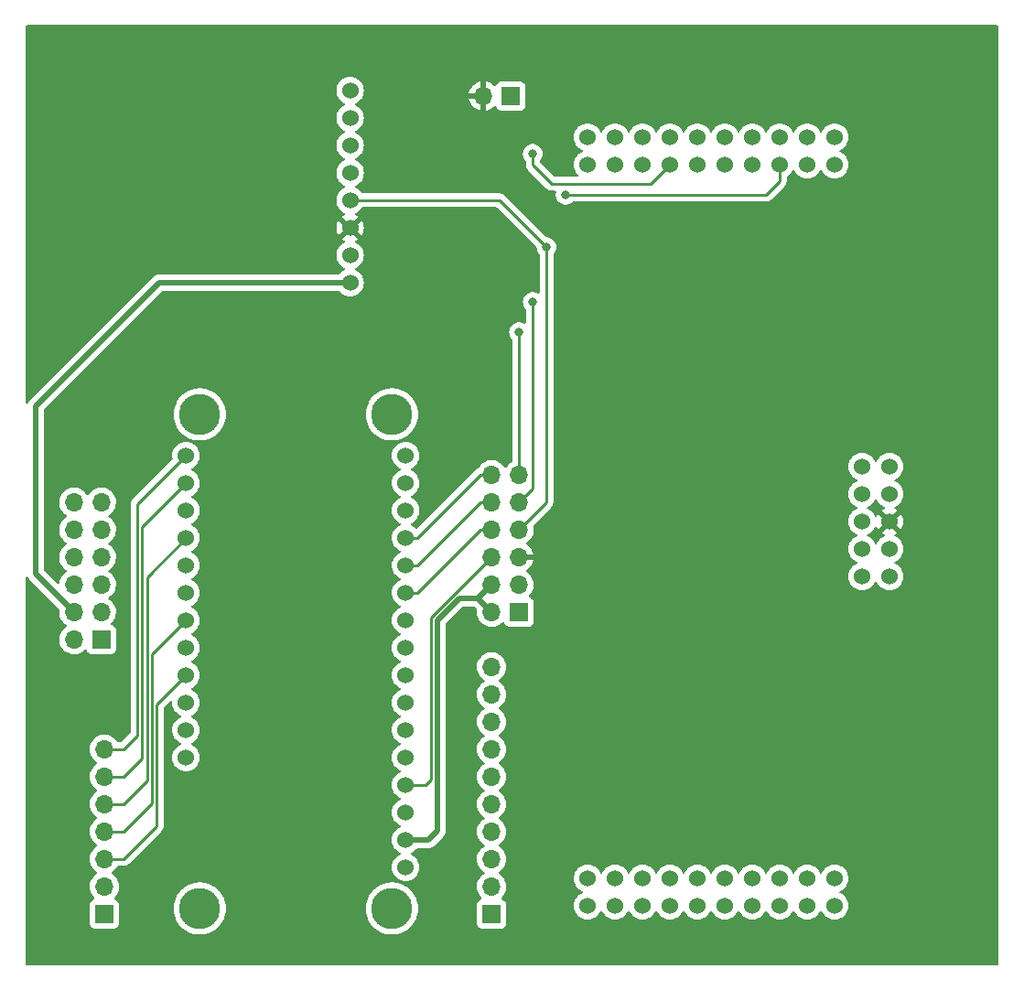
<source format=gbr>
%TF.GenerationSoftware,KiCad,Pcbnew,6.0.4-1.fc35*%
%TF.CreationDate,2022-04-10T20:29:37+01:00*%
%TF.ProjectId,DevBoard,44657642-6f61-4726-942e-6b696361645f,rev?*%
%TF.SameCoordinates,Original*%
%TF.FileFunction,Copper,L2,Bot*%
%TF.FilePolarity,Positive*%
%FSLAX46Y46*%
G04 Gerber Fmt 4.6, Leading zero omitted, Abs format (unit mm)*
G04 Created by KiCad (PCBNEW 6.0.4-1.fc35) date 2022-04-10 20:29:37*
%MOMM*%
%LPD*%
G01*
G04 APERTURE LIST*
%TA.AperFunction,ComponentPad*%
%ADD10R,1.700000X1.700000*%
%TD*%
%TA.AperFunction,ComponentPad*%
%ADD11O,1.700000X1.700000*%
%TD*%
%TA.AperFunction,ComponentPad*%
%ADD12C,1.524000*%
%TD*%
%TA.AperFunction,ComponentPad*%
%ADD13C,3.810000*%
%TD*%
%TA.AperFunction,ViaPad*%
%ADD14C,0.800000*%
%TD*%
%TA.AperFunction,Conductor*%
%ADD15C,0.500000*%
%TD*%
%TA.AperFunction,Conductor*%
%ADD16C,0.250000*%
%TD*%
G04 APERTURE END LIST*
D10*
%TO.P,J3,1,Pin_1*%
%TO.N,Net-(J3-Pad1)*%
X182885000Y-68072000D03*
D11*
%TO.P,J3,2,Pin_2*%
%TO.N,/GND*%
X180345000Y-68072000D03*
%TD*%
D10*
%TO.P,J4,1,Pin_1*%
%TO.N,/RST_nrf*%
X181107000Y-143769000D03*
D11*
%TO.P,J4,2,Pin_2*%
%TO.N,/AREF_nrf*%
X181107000Y-141229000D03*
%TO.P,J4,3,Pin_3*%
%TO.N,/A0_nrf*%
X181107000Y-138689000D03*
%TO.P,J4,4,Pin_4*%
%TO.N,/A1_nrf*%
X181107000Y-136149000D03*
%TO.P,J4,5,Pin_5*%
%TO.N,/A2_nrf*%
X181107000Y-133609000D03*
%TO.P,J4,6,Pin_6*%
%TO.N,/A3_nrf*%
X181107000Y-131069000D03*
%TO.P,J4,7,Pin_7*%
%TO.N,/A4_nrf*%
X181107000Y-128529000D03*
%TO.P,J4,8,Pin_8*%
%TO.N,/A5_nrf*%
X181107000Y-125989000D03*
%TO.P,J4,9,Pin_9*%
%TO.N,/RX_nrf*%
X181107000Y-123449000D03*
%TO.P,J4,10,Pin_10*%
%TO.N,/TX_nrf*%
X181107000Y-120909000D03*
%TD*%
D12*
%TO.P,U2,1,RST*%
%TO.N,/RST_nrf*%
X173160000Y-139446000D03*
%TO.P,U2,2,3V*%
%TO.N,/3V3_nrf*%
X173160000Y-136906000D03*
%TO.P,U2,3,AREF*%
%TO.N,/AREF_nrf*%
X173160000Y-134366000D03*
%TO.P,U2,4,GND*%
%TO.N,/GND_nrf*%
X173160000Y-131826000D03*
%TO.P,U2,5,A0*%
%TO.N,/A0_nrf*%
X173160000Y-129286000D03*
%TO.P,U2,6,A1*%
%TO.N,/A1_nrf*%
X173160000Y-126746000D03*
%TO.P,U2,7,A2*%
%TO.N,/A2_nrf*%
X173160000Y-124206000D03*
%TO.P,U2,8,A3*%
%TO.N,/A3_nrf*%
X173160000Y-121666000D03*
%TO.P,U2,9,A4*%
%TO.N,/A4_nrf*%
X173160000Y-119126000D03*
%TO.P,U2,10,A5*%
%TO.N,/A5_nrf*%
X173160000Y-116586000D03*
%TO.P,U2,11,SCK*%
%TO.N,/SCK_nrf*%
X173160000Y-114046000D03*
%TO.P,U2,12,MOSI*%
%TO.N,/MOSI_nrf*%
X173160000Y-111506000D03*
%TO.P,U2,13,MISO*%
%TO.N,/MISO_nrf*%
X173160000Y-108966000D03*
%TO.P,U2,14,RX*%
%TO.N,/RX_nrf*%
X173160000Y-106426000D03*
%TO.P,U2,15,TX*%
%TO.N,/TX_nrf*%
X173160000Y-103886000D03*
%TO.P,U2,16,D2*%
%TO.N,unconnected-(U2-Pad16)*%
X173160000Y-101346000D03*
%TO.P,U2,17,SDA*%
%TO.N,/SDA_nrf*%
X152840000Y-101346000D03*
%TO.P,U2,18,SCL*%
%TO.N,/SCL_nrf*%
X152840000Y-103886000D03*
%TO.P,U2,19,5*%
%TO.N,/~{CARD_CD_nrf}*%
X152840000Y-106426000D03*
%TO.P,U2,20,6*%
%TO.N,/GPIO6_nrf*%
X152840000Y-108966000D03*
%TO.P,U2,21,9*%
%TO.N,/~{CARD_CS_nrf}*%
X152840000Y-111506000D03*
%TO.P,U2,22,10*%
%TO.N,/~{ADS_CS_nrf}*%
X152840000Y-114046000D03*
%TO.P,U2,23,11*%
%TO.N,/GPIO11_nrf*%
X152840000Y-116586000D03*
%TO.P,U2,24,12*%
%TO.N,/~{ADS_DRDY_nrf}*%
X152840000Y-119126000D03*
%TO.P,U2,25,13*%
%TO.N,/GPIO13_nrf*%
X152840000Y-121666000D03*
%TO.P,U2,26,USB*%
%TO.N,/5V_nrf*%
X152840000Y-124206000D03*
%TO.P,U2,27,EN*%
%TO.N,/EN_nrf*%
X152840000Y-126746000D03*
%TO.P,U2,28,BAT*%
%TO.N,/BAT_nrf*%
X152840000Y-129286000D03*
D13*
%TO.P,U2,M1*%
%TO.N,N/C*%
X171890000Y-143256000D03*
%TO.P,U2,M2*%
X171890000Y-97536000D03*
%TO.P,U2,M3*%
X154110000Y-97536000D03*
%TO.P,U2,M4*%
X154110000Y-143256000D03*
%TD*%
D10*
%TO.P,J1,1,Pin_1*%
%TO.N,/5V_nrf*%
X145000000Y-118364000D03*
D11*
%TO.P,J1,2,Pin_2*%
%TO.N,/5V_ads*%
X142460000Y-118364000D03*
%TO.P,J1,3,Pin_3*%
%TO.N,/5V_nrf*%
X145000000Y-115824000D03*
%TO.P,J1,4,Pin_4*%
%TO.N,/5V_sdc*%
X142460000Y-115824000D03*
%TO.P,J1,5,Pin_5*%
%TO.N,/~{ADS_DRDY_nrf}*%
X145000000Y-113284000D03*
%TO.P,J1,6,Pin_6*%
%TO.N,/~{DRDY_ads}*%
X142460000Y-113284000D03*
%TO.P,J1,7,Pin_7*%
%TO.N,/~{ADS_CS_nrf}*%
X145000000Y-110744000D03*
%TO.P,J1,8,Pin_8*%
%TO.N,/~{CS_ads}*%
X142460000Y-110744000D03*
%TO.P,J1,9,Pin_9*%
%TO.N,/~{CARD_CS_nrf}*%
X145000000Y-108204000D03*
%TO.P,J1,10,Pin_10*%
%TO.N,/~{CS_sdc}*%
X142460000Y-108204000D03*
%TO.P,J1,11,Pin_11*%
%TO.N,/~{CARD_CD_nrf}*%
X145000000Y-105664000D03*
%TO.P,J1,12,Pin_12*%
%TO.N,/~{CD_sdc}*%
X142460000Y-105664000D03*
%TD*%
D10*
%TO.P,J5,1,Pin_1*%
%TO.N,/BAT_nrf*%
X145288000Y-143769000D03*
D11*
%TO.P,J5,2,Pin_2*%
%TO.N,/EN_nrf*%
X145288000Y-141229000D03*
%TO.P,J5,3,Pin_3*%
%TO.N,/GPIO13_nrf*%
X145288000Y-138689000D03*
%TO.P,J5,4,Pin_4*%
%TO.N,/GPIO11_nrf*%
X145288000Y-136149000D03*
%TO.P,J5,5,Pin_5*%
%TO.N,/GPIO6_nrf*%
X145288000Y-133609000D03*
%TO.P,J5,6,Pin_6*%
%TO.N,/SCL_nrf*%
X145288000Y-131069000D03*
%TO.P,J5,7,Pin_7*%
%TO.N,/SDA_nrf*%
X145288000Y-128529000D03*
%TD*%
D12*
%TO.P,U3,2,3V*%
%TO.N,/3V3_ads*%
X217932000Y-102362000D03*
%TO.P,U3,3*%
%TO.N,N/C*%
X217932000Y-104902000D03*
%TO.P,U3,4,GND*%
%TO.N,/GND*%
X217932000Y-107442000D03*
%TO.P,U3,5*%
%TO.N,N/C*%
X217932000Y-109982000D03*
%TO.P,U3,6*%
X217932000Y-112522000D03*
%TO.P,U3,7*%
X215392000Y-112522000D03*
%TO.P,U3,8*%
X215392000Y-109982000D03*
%TO.P,U3,9*%
X215392000Y-107442000D03*
%TO.P,U3,10*%
X215392000Y-104902000D03*
%TO.P,U3,11,5V*%
%TO.N,/5V_ads*%
X215392000Y-102362000D03*
%TO.P,U3,12*%
%TO.N,N/C*%
X189992000Y-71882000D03*
%TO.P,U3,13*%
X192532000Y-71882000D03*
%TO.P,U3,14*%
X195072000Y-71882000D03*
%TO.P,U3,15*%
X197612000Y-71882000D03*
%TO.P,U3,16*%
X200152000Y-71882000D03*
%TO.P,U3,17*%
X202692000Y-71882000D03*
%TO.P,U3,18,Start*%
%TO.N,Net-(J3-Pad1)*%
X205232000Y-71882000D03*
%TO.P,U3,19*%
%TO.N,N/C*%
X207772000Y-71882000D03*
%TO.P,U3,20*%
X210312000Y-71882000D03*
%TO.P,U3,21*%
X212852000Y-71882000D03*
%TO.P,U3,22*%
X212852000Y-74422000D03*
%TO.P,U3,23*%
X210312000Y-74422000D03*
%TO.P,U3,24,Data_Ready*%
%TO.N,/~{DRDY_ads}*%
X207772000Y-74422000D03*
%TO.P,U3,25,MISO*%
%TO.N,/MISO*%
X205232000Y-74422000D03*
%TO.P,U3,26,MOSI*%
%TO.N,/MOSI*%
X202692000Y-74422000D03*
%TO.P,U3,27*%
%TO.N,N/C*%
X200152000Y-74422000D03*
%TO.P,U3,28,~{Chip_Select}*%
%TO.N,/~{CS_ads}*%
X197612000Y-74422000D03*
%TO.P,U3,29*%
%TO.N,N/C*%
X195072000Y-74422000D03*
%TO.P,U3,30,SCLK*%
%TO.N,/SCK*%
X192532000Y-74422000D03*
%TO.P,U3,31*%
%TO.N,N/C*%
X189992000Y-74422000D03*
%TO.P,U3,32*%
X189992000Y-140462000D03*
%TO.P,U3,33*%
X192532000Y-140462000D03*
%TO.P,U3,34*%
X195072000Y-140462000D03*
%TO.P,U3,35*%
X197612000Y-140462000D03*
%TO.P,U3,36*%
X200152000Y-140462000D03*
%TO.P,U3,37*%
X202692000Y-140462000D03*
%TO.P,U3,38*%
X205232000Y-140462000D03*
%TO.P,U3,39*%
X207772000Y-140462000D03*
%TO.P,U3,40*%
X210312000Y-140462000D03*
%TO.P,U3,41*%
X212852000Y-140462000D03*
%TO.P,U3,42*%
X212852000Y-143002000D03*
%TO.P,U3,43*%
X210312000Y-143002000D03*
%TO.P,U3,44*%
X207772000Y-143002000D03*
%TO.P,U3,45*%
X205232000Y-143002000D03*
%TO.P,U3,46*%
X202692000Y-143002000D03*
%TO.P,U3,47*%
X200152000Y-143002000D03*
%TO.P,U3,48*%
X197612000Y-143002000D03*
%TO.P,U3,51*%
X195072000Y-143002000D03*
%TO.P,U3,52*%
X192532000Y-143002000D03*
%TO.P,U3,53*%
X189992000Y-143002000D03*
%TD*%
%TO.P,U1,1,5V*%
%TO.N,/5V_sdc*%
X168021000Y-85344000D03*
%TO.P,U1,2,3V*%
%TO.N,/3V3_sdc*%
X168021000Y-82804000D03*
%TO.P,U1,3,GND*%
%TO.N,/GND*%
X168021000Y-80264000D03*
%TO.P,U1,4,CLK*%
%TO.N,/SCK*%
X168021000Y-77724000D03*
%TO.P,U1,5,D_Out*%
%TO.N,/MISO*%
X168021000Y-75184000D03*
%TO.P,U1,6,D_in*%
%TO.N,/MOSI*%
X168021000Y-72644000D03*
%TO.P,U1,7,~{Chip_Select}*%
%TO.N,/~{CS_sdc}*%
X168021000Y-70104000D03*
%TO.P,U1,8,Card_Detect*%
%TO.N,/~{CD_sdc}*%
X168021000Y-67564000D03*
%TD*%
D10*
%TO.P,J2,1,Pin_1*%
%TO.N,/3V3_ads*%
X183647000Y-115824000D03*
D11*
%TO.P,J2,2,Pin_2*%
%TO.N,/3V3_nrf*%
X181107000Y-115824000D03*
%TO.P,J2,3,Pin_3*%
%TO.N,/3V3_sdc*%
X183647000Y-113284000D03*
%TO.P,J2,4,Pin_4*%
%TO.N,/3V3_nrf*%
X181107000Y-113284000D03*
%TO.P,J2,5,Pin_5*%
%TO.N,/GND*%
X183647000Y-110744000D03*
%TO.P,J2,6,Pin_6*%
%TO.N,/GND_nrf*%
X181107000Y-110744000D03*
%TO.P,J2,7,Pin_7*%
%TO.N,/SCK*%
X183647000Y-108204000D03*
%TO.P,J2,8,Pin_8*%
%TO.N,/SCK_nrf*%
X181107000Y-108204000D03*
%TO.P,J2,9,Pin_9*%
%TO.N,/MOSI*%
X183647000Y-105664000D03*
%TO.P,J2,10,Pin_10*%
%TO.N,/MOSI_nrf*%
X181107000Y-105664000D03*
%TO.P,J2,11,Pin_11*%
%TO.N,/MISO*%
X183647000Y-103124000D03*
%TO.P,J2,12,Pin_12*%
%TO.N,/MISO_nrf*%
X181107000Y-103124000D03*
%TD*%
D14*
%TO.N,/~{DRDY_ads}*%
X187960000Y-77216000D03*
%TO.N,/~{CS_ads}*%
X184912000Y-73406000D03*
%TO.N,/GND*%
X162814000Y-92710000D03*
%TO.N,/MOSI*%
X184912000Y-87122000D03*
%TO.N,/MISO*%
X183642000Y-89916000D03*
%TO.N,/SCK*%
X186182000Y-82042000D03*
%TD*%
D15*
%TO.N,/3V3_nrf*%
X176088520Y-136077480D02*
X176088520Y-116574974D01*
X181107000Y-113284000D02*
X179842000Y-114549000D01*
X176088520Y-116574974D02*
X178114494Y-114549000D01*
X173160000Y-136906000D02*
X175260000Y-136906000D01*
X181107000Y-115824000D02*
X179832000Y-114549000D01*
D16*
X179832000Y-114549000D02*
X179827000Y-114549000D01*
D15*
X175260000Y-136906000D02*
X176088520Y-136077480D01*
X178114494Y-114549000D02*
X179827000Y-114549000D01*
D16*
X179842000Y-114549000D02*
X179827000Y-114549000D01*
%TO.N,/GND_nrf*%
X175006000Y-131826000D02*
X175514000Y-131318000D01*
X175514000Y-131318000D02*
X175514000Y-116337000D01*
X175514000Y-116337000D02*
X181107000Y-110744000D01*
X173160000Y-131826000D02*
X175006000Y-131826000D01*
%TO.N,/MOSI_nrf*%
X180086000Y-105664000D02*
X181107000Y-105664000D01*
X173160000Y-111506000D02*
X174244000Y-111506000D01*
X174244000Y-111506000D02*
X180086000Y-105664000D01*
%TO.N,/MISO_nrf*%
X180086000Y-103124000D02*
X181107000Y-103124000D01*
X173160000Y-108966000D02*
X174244000Y-108966000D01*
X174244000Y-108966000D02*
X180086000Y-103124000D01*
%TO.N,/SCK_nrf*%
X180088500Y-108204000D02*
X181107000Y-108204000D01*
X173160000Y-114046000D02*
X174246500Y-114046000D01*
X174246500Y-114046000D02*
X180088500Y-108204000D01*
D15*
%TO.N,/5V_sdc*%
X138938000Y-96774000D02*
X150368000Y-85344000D01*
X142460000Y-115824000D02*
X138938000Y-112302000D01*
X150368000Y-85344000D02*
X168021000Y-85344000D01*
X138938000Y-112302000D02*
X138938000Y-96774000D01*
D16*
%TO.N,/~{DRDY_ads}*%
X187960000Y-77216000D02*
X206502000Y-77216000D01*
X207772000Y-75946000D02*
X207772000Y-74422000D01*
X206502000Y-77216000D02*
X207772000Y-75946000D01*
%TO.N,/~{CS_ads}*%
X184912000Y-74422000D02*
X186690000Y-76200000D01*
X195834000Y-76200000D02*
X197612000Y-74422000D01*
X186690000Y-76200000D02*
X195834000Y-76200000D01*
X184912000Y-73406000D02*
X184912000Y-74422000D01*
%TO.N,/MOSI*%
X184912000Y-87122000D02*
X184912000Y-104399000D01*
X184912000Y-104399000D02*
X183647000Y-105664000D01*
%TO.N,/MISO*%
X183642000Y-89916000D02*
X183647000Y-89921000D01*
X183647000Y-89921000D02*
X183647000Y-103124000D01*
%TO.N,/SCK*%
X181864000Y-77724000D02*
X186182000Y-82042000D01*
X186182000Y-82042000D02*
X186182000Y-105669000D01*
X186182000Y-105669000D02*
X183647000Y-108204000D01*
X168021000Y-77724000D02*
X181864000Y-77724000D01*
%TO.N,/GPIO13_nrf*%
X150134080Y-135615920D02*
X147061000Y-138689000D01*
X152840000Y-121666000D02*
X150134080Y-124371920D01*
X150134080Y-124371920D02*
X150134080Y-135615920D01*
X147061000Y-138689000D02*
X145288000Y-138689000D01*
%TO.N,/GPIO11_nrf*%
X149684560Y-119741440D02*
X149684560Y-133525440D01*
X149684560Y-133525440D02*
X147061000Y-136149000D01*
X152840000Y-116586000D02*
X149684560Y-119741440D01*
X147061000Y-136149000D02*
X145288000Y-136149000D01*
%TO.N,/GPIO6_nrf*%
X147061000Y-133609000D02*
X145288000Y-133609000D01*
X149235040Y-131434960D02*
X147061000Y-133609000D01*
X149235040Y-112570960D02*
X149235040Y-131434960D01*
X152840000Y-108966000D02*
X149235040Y-112570960D01*
%TO.N,/SCL_nrf*%
X152840000Y-103886000D02*
X148785520Y-107940480D01*
X148785520Y-107940480D02*
X148785520Y-129344480D01*
X147061000Y-131069000D02*
X145288000Y-131069000D01*
X148785520Y-129344480D02*
X147061000Y-131069000D01*
%TO.N,/SDA_nrf*%
X148336000Y-105850000D02*
X152840000Y-101346000D01*
X147061000Y-128529000D02*
X148336000Y-127254000D01*
X148336000Y-127254000D02*
X148336000Y-105850000D01*
X145288000Y-128529000D02*
X147061000Y-128529000D01*
%TD*%
%TA.AperFunction,Conductor*%
%TO.N,/GND*%
G36*
X227933621Y-61528502D02*
G01*
X227980114Y-61582158D01*
X227991500Y-61634500D01*
X227991500Y-148365500D01*
X227971498Y-148433621D01*
X227917842Y-148480114D01*
X227865500Y-148491500D01*
X138134500Y-148491500D01*
X138066379Y-148471498D01*
X138019886Y-148417842D01*
X138008500Y-148365500D01*
X138008500Y-141195695D01*
X143925251Y-141195695D01*
X143925548Y-141200848D01*
X143925548Y-141200851D01*
X143931011Y-141295590D01*
X143938110Y-141418715D01*
X143939247Y-141423761D01*
X143939248Y-141423767D01*
X143941798Y-141435080D01*
X143987222Y-141636639D01*
X144048673Y-141787976D01*
X144068956Y-141837926D01*
X144071266Y-141843616D01*
X144187987Y-142034088D01*
X144334250Y-142202938D01*
X144338230Y-142206242D01*
X144342981Y-142210187D01*
X144382616Y-142269090D01*
X144384113Y-142340071D01*
X144346997Y-142400593D01*
X144306724Y-142425112D01*
X144191295Y-142468385D01*
X144074739Y-142555739D01*
X143987385Y-142672295D01*
X143936255Y-142808684D01*
X143929500Y-142870866D01*
X143929500Y-144667134D01*
X143936255Y-144729316D01*
X143987385Y-144865705D01*
X144074739Y-144982261D01*
X144191295Y-145069615D01*
X144327684Y-145120745D01*
X144389866Y-145127500D01*
X146186134Y-145127500D01*
X146248316Y-145120745D01*
X146384705Y-145069615D01*
X146501261Y-144982261D01*
X146588615Y-144865705D01*
X146639745Y-144729316D01*
X146646500Y-144667134D01*
X146646500Y-143256000D01*
X151691728Y-143256000D01*
X151710797Y-143559090D01*
X151767702Y-143857400D01*
X151768926Y-143861166D01*
X151848637Y-144106488D01*
X151861548Y-144146225D01*
X151887060Y-144200440D01*
X151989164Y-144417425D01*
X151989168Y-144417432D01*
X151990852Y-144421011D01*
X152153577Y-144677425D01*
X152156102Y-144680477D01*
X152302381Y-144857297D01*
X152347156Y-144911421D01*
X152350046Y-144914135D01*
X152350047Y-144914136D01*
X152509879Y-145064229D01*
X152568535Y-145119311D01*
X152814225Y-145297815D01*
X153080350Y-145444118D01*
X153362713Y-145555913D01*
X153366552Y-145556899D01*
X153366556Y-145556900D01*
X153503126Y-145591965D01*
X153656861Y-145631438D01*
X153660789Y-145631934D01*
X153660793Y-145631935D01*
X153780232Y-145647023D01*
X153958155Y-145669500D01*
X154261845Y-145669500D01*
X154439768Y-145647023D01*
X154559207Y-145631935D01*
X154559211Y-145631934D01*
X154563139Y-145631438D01*
X154716874Y-145591965D01*
X154853444Y-145556900D01*
X154853448Y-145556899D01*
X154857287Y-145555913D01*
X155139650Y-145444118D01*
X155405775Y-145297815D01*
X155651465Y-145119311D01*
X155710121Y-145064229D01*
X155869953Y-144914136D01*
X155869954Y-144914135D01*
X155872844Y-144911421D01*
X155917620Y-144857297D01*
X156063898Y-144680477D01*
X156066423Y-144677425D01*
X156229148Y-144421011D01*
X156230832Y-144417432D01*
X156230836Y-144417425D01*
X156332940Y-144200440D01*
X156358452Y-144146225D01*
X156371364Y-144106488D01*
X156451074Y-143861166D01*
X156452298Y-143857400D01*
X156509203Y-143559090D01*
X156528272Y-143256000D01*
X169471728Y-143256000D01*
X169490797Y-143559090D01*
X169547702Y-143857400D01*
X169548926Y-143861166D01*
X169628637Y-144106488D01*
X169641548Y-144146225D01*
X169667060Y-144200440D01*
X169769164Y-144417425D01*
X169769168Y-144417432D01*
X169770852Y-144421011D01*
X169933577Y-144677425D01*
X169936102Y-144680477D01*
X170082381Y-144857297D01*
X170127156Y-144911421D01*
X170130046Y-144914135D01*
X170130047Y-144914136D01*
X170289879Y-145064229D01*
X170348535Y-145119311D01*
X170594225Y-145297815D01*
X170860350Y-145444118D01*
X171142713Y-145555913D01*
X171146552Y-145556899D01*
X171146556Y-145556900D01*
X171283126Y-145591965D01*
X171436861Y-145631438D01*
X171440789Y-145631934D01*
X171440793Y-145631935D01*
X171560232Y-145647023D01*
X171738155Y-145669500D01*
X172041845Y-145669500D01*
X172219768Y-145647023D01*
X172339207Y-145631935D01*
X172339211Y-145631934D01*
X172343139Y-145631438D01*
X172496874Y-145591965D01*
X172633444Y-145556900D01*
X172633448Y-145556899D01*
X172637287Y-145555913D01*
X172919650Y-145444118D01*
X173185775Y-145297815D01*
X173431465Y-145119311D01*
X173490121Y-145064229D01*
X173649953Y-144914136D01*
X173649954Y-144914135D01*
X173652844Y-144911421D01*
X173697620Y-144857297D01*
X173843898Y-144680477D01*
X173846423Y-144677425D01*
X174009148Y-144421011D01*
X174010832Y-144417432D01*
X174010836Y-144417425D01*
X174112940Y-144200440D01*
X174138452Y-144146225D01*
X174151364Y-144106488D01*
X174231074Y-143861166D01*
X174232298Y-143857400D01*
X174289203Y-143559090D01*
X174308272Y-143256000D01*
X174289203Y-142952910D01*
X174232298Y-142654600D01*
X174149539Y-142399896D01*
X174139673Y-142369532D01*
X174139672Y-142369528D01*
X174138452Y-142365775D01*
X174054200Y-142186730D01*
X174010836Y-142094575D01*
X174010832Y-142094568D01*
X174009148Y-142090989D01*
X173846423Y-141834575D01*
X173704517Y-141663041D01*
X173655369Y-141603631D01*
X173655368Y-141603630D01*
X173652844Y-141600579D01*
X173563916Y-141517069D01*
X173434351Y-141395399D01*
X173434350Y-141395398D01*
X173431465Y-141392689D01*
X173185775Y-141214185D01*
X173161521Y-141200851D01*
X173152142Y-141195695D01*
X179744251Y-141195695D01*
X179744548Y-141200848D01*
X179744548Y-141200851D01*
X179750011Y-141295590D01*
X179757110Y-141418715D01*
X179758247Y-141423761D01*
X179758248Y-141423767D01*
X179760798Y-141435080D01*
X179806222Y-141636639D01*
X179867673Y-141787976D01*
X179887956Y-141837926D01*
X179890266Y-141843616D01*
X180006987Y-142034088D01*
X180153250Y-142202938D01*
X180157230Y-142206242D01*
X180161981Y-142210187D01*
X180201616Y-142269090D01*
X180203113Y-142340071D01*
X180165997Y-142400593D01*
X180125724Y-142425112D01*
X180010295Y-142468385D01*
X179893739Y-142555739D01*
X179806385Y-142672295D01*
X179755255Y-142808684D01*
X179748500Y-142870866D01*
X179748500Y-144667134D01*
X179755255Y-144729316D01*
X179806385Y-144865705D01*
X179893739Y-144982261D01*
X180010295Y-145069615D01*
X180146684Y-145120745D01*
X180208866Y-145127500D01*
X182005134Y-145127500D01*
X182067316Y-145120745D01*
X182203705Y-145069615D01*
X182320261Y-144982261D01*
X182407615Y-144865705D01*
X182458745Y-144729316D01*
X182465500Y-144667134D01*
X182465500Y-143002000D01*
X188716647Y-143002000D01*
X188736022Y-143223463D01*
X188793560Y-143438196D01*
X188795882Y-143443177D01*
X188795883Y-143443178D01*
X188885186Y-143634689D01*
X188885189Y-143634694D01*
X188887512Y-143639676D01*
X189015023Y-143821781D01*
X189172219Y-143978977D01*
X189176727Y-143982134D01*
X189176730Y-143982136D01*
X189252495Y-144035187D01*
X189354323Y-144106488D01*
X189359305Y-144108811D01*
X189359310Y-144108814D01*
X189431482Y-144142468D01*
X189555804Y-144200440D01*
X189561112Y-144201862D01*
X189561114Y-144201863D01*
X189626949Y-144219503D01*
X189770537Y-144257978D01*
X189992000Y-144277353D01*
X190213463Y-144257978D01*
X190357051Y-144219503D01*
X190422886Y-144201863D01*
X190422888Y-144201862D01*
X190428196Y-144200440D01*
X190552518Y-144142468D01*
X190624690Y-144108814D01*
X190624695Y-144108811D01*
X190629677Y-144106488D01*
X190731505Y-144035187D01*
X190807270Y-143982136D01*
X190807273Y-143982134D01*
X190811781Y-143978977D01*
X190968977Y-143821781D01*
X191096488Y-143639676D01*
X191098811Y-143634694D01*
X191098814Y-143634689D01*
X191147805Y-143529627D01*
X191194723Y-143476342D01*
X191263000Y-143456881D01*
X191330960Y-143477423D01*
X191376195Y-143529627D01*
X191425186Y-143634689D01*
X191425189Y-143634694D01*
X191427512Y-143639676D01*
X191555023Y-143821781D01*
X191712219Y-143978977D01*
X191716727Y-143982134D01*
X191716730Y-143982136D01*
X191792495Y-144035187D01*
X191894323Y-144106488D01*
X191899305Y-144108811D01*
X191899310Y-144108814D01*
X191971482Y-144142468D01*
X192095804Y-144200440D01*
X192101112Y-144201862D01*
X192101114Y-144201863D01*
X192166949Y-144219503D01*
X192310537Y-144257978D01*
X192532000Y-144277353D01*
X192753463Y-144257978D01*
X192897051Y-144219503D01*
X192962886Y-144201863D01*
X192962888Y-144201862D01*
X192968196Y-144200440D01*
X193092518Y-144142468D01*
X193164690Y-144108814D01*
X193164695Y-144108811D01*
X193169677Y-144106488D01*
X193271505Y-144035187D01*
X193347270Y-143982136D01*
X193347273Y-143982134D01*
X193351781Y-143978977D01*
X193508977Y-143821781D01*
X193636488Y-143639676D01*
X193638811Y-143634694D01*
X193638814Y-143634689D01*
X193687805Y-143529627D01*
X193734723Y-143476342D01*
X193803000Y-143456881D01*
X193870960Y-143477423D01*
X193916195Y-143529627D01*
X193965186Y-143634689D01*
X193965189Y-143634694D01*
X193967512Y-143639676D01*
X194095023Y-143821781D01*
X194252219Y-143978977D01*
X194256727Y-143982134D01*
X194256730Y-143982136D01*
X194332495Y-144035187D01*
X194434323Y-144106488D01*
X194439305Y-144108811D01*
X194439310Y-144108814D01*
X194511482Y-144142468D01*
X194635804Y-144200440D01*
X194641112Y-144201862D01*
X194641114Y-144201863D01*
X194706949Y-144219503D01*
X194850537Y-144257978D01*
X195072000Y-144277353D01*
X195293463Y-144257978D01*
X195437051Y-144219503D01*
X195502886Y-144201863D01*
X195502888Y-144201862D01*
X195508196Y-144200440D01*
X195632518Y-144142468D01*
X195704690Y-144108814D01*
X195704695Y-144108811D01*
X195709677Y-144106488D01*
X195811505Y-144035187D01*
X195887270Y-143982136D01*
X195887273Y-143982134D01*
X195891781Y-143978977D01*
X196048977Y-143821781D01*
X196176488Y-143639676D01*
X196178811Y-143634694D01*
X196178814Y-143634689D01*
X196227805Y-143529627D01*
X196274723Y-143476342D01*
X196343000Y-143456881D01*
X196410960Y-143477423D01*
X196456195Y-143529627D01*
X196505186Y-143634689D01*
X196505189Y-143634694D01*
X196507512Y-143639676D01*
X196635023Y-143821781D01*
X196792219Y-143978977D01*
X196796727Y-143982134D01*
X196796730Y-143982136D01*
X196872495Y-144035187D01*
X196974323Y-144106488D01*
X196979305Y-144108811D01*
X196979310Y-144108814D01*
X197051482Y-144142468D01*
X197175804Y-144200440D01*
X197181112Y-144201862D01*
X197181114Y-144201863D01*
X197246949Y-144219503D01*
X197390537Y-144257978D01*
X197612000Y-144277353D01*
X197833463Y-144257978D01*
X197977051Y-144219503D01*
X198042886Y-144201863D01*
X198042888Y-144201862D01*
X198048196Y-144200440D01*
X198172518Y-144142468D01*
X198244690Y-144108814D01*
X198244695Y-144108811D01*
X198249677Y-144106488D01*
X198351505Y-144035187D01*
X198427270Y-143982136D01*
X198427273Y-143982134D01*
X198431781Y-143978977D01*
X198588977Y-143821781D01*
X198716488Y-143639676D01*
X198718811Y-143634694D01*
X198718814Y-143634689D01*
X198767805Y-143529627D01*
X198814723Y-143476342D01*
X198883000Y-143456881D01*
X198950960Y-143477423D01*
X198996195Y-143529627D01*
X199045186Y-143634689D01*
X199045189Y-143634694D01*
X199047512Y-143639676D01*
X199175023Y-143821781D01*
X199332219Y-143978977D01*
X199336727Y-143982134D01*
X199336730Y-143982136D01*
X199412495Y-144035187D01*
X199514323Y-144106488D01*
X199519305Y-144108811D01*
X199519310Y-144108814D01*
X199591482Y-144142468D01*
X199715804Y-144200440D01*
X199721112Y-144201862D01*
X199721114Y-144201863D01*
X199786949Y-144219503D01*
X199930537Y-144257978D01*
X200152000Y-144277353D01*
X200373463Y-144257978D01*
X200517051Y-144219503D01*
X200582886Y-144201863D01*
X200582888Y-144201862D01*
X200588196Y-144200440D01*
X200712518Y-144142468D01*
X200784690Y-144108814D01*
X200784695Y-144108811D01*
X200789677Y-144106488D01*
X200891505Y-144035187D01*
X200967270Y-143982136D01*
X200967273Y-143982134D01*
X200971781Y-143978977D01*
X201128977Y-143821781D01*
X201256488Y-143639676D01*
X201258811Y-143634694D01*
X201258814Y-143634689D01*
X201307805Y-143529627D01*
X201354723Y-143476342D01*
X201423000Y-143456881D01*
X201490960Y-143477423D01*
X201536195Y-143529627D01*
X201585186Y-143634689D01*
X201585189Y-143634694D01*
X201587512Y-143639676D01*
X201715023Y-143821781D01*
X201872219Y-143978977D01*
X201876727Y-143982134D01*
X201876730Y-143982136D01*
X201952495Y-144035187D01*
X202054323Y-144106488D01*
X202059305Y-144108811D01*
X202059310Y-144108814D01*
X202131482Y-144142468D01*
X202255804Y-144200440D01*
X202261112Y-144201862D01*
X202261114Y-144201863D01*
X202326949Y-144219503D01*
X202470537Y-144257978D01*
X202692000Y-144277353D01*
X202913463Y-144257978D01*
X203057051Y-144219503D01*
X203122886Y-144201863D01*
X203122888Y-144201862D01*
X203128196Y-144200440D01*
X203252518Y-144142468D01*
X203324690Y-144108814D01*
X203324695Y-144108811D01*
X203329677Y-144106488D01*
X203431505Y-144035187D01*
X203507270Y-143982136D01*
X203507273Y-143982134D01*
X203511781Y-143978977D01*
X203668977Y-143821781D01*
X203796488Y-143639676D01*
X203798811Y-143634694D01*
X203798814Y-143634689D01*
X203847805Y-143529627D01*
X203894723Y-143476342D01*
X203963000Y-143456881D01*
X204030960Y-143477423D01*
X204076195Y-143529627D01*
X204125186Y-143634689D01*
X204125189Y-143634694D01*
X204127512Y-143639676D01*
X204255023Y-143821781D01*
X204412219Y-143978977D01*
X204416727Y-143982134D01*
X204416730Y-143982136D01*
X204492495Y-144035187D01*
X204594323Y-144106488D01*
X204599305Y-144108811D01*
X204599310Y-144108814D01*
X204671482Y-144142468D01*
X204795804Y-144200440D01*
X204801112Y-144201862D01*
X204801114Y-144201863D01*
X204866949Y-144219503D01*
X205010537Y-144257978D01*
X205232000Y-144277353D01*
X205453463Y-144257978D01*
X205597051Y-144219503D01*
X205662886Y-144201863D01*
X205662888Y-144201862D01*
X205668196Y-144200440D01*
X205792518Y-144142468D01*
X205864690Y-144108814D01*
X205864695Y-144108811D01*
X205869677Y-144106488D01*
X205971505Y-144035187D01*
X206047270Y-143982136D01*
X206047273Y-143982134D01*
X206051781Y-143978977D01*
X206208977Y-143821781D01*
X206336488Y-143639676D01*
X206338811Y-143634694D01*
X206338814Y-143634689D01*
X206387805Y-143529627D01*
X206434723Y-143476342D01*
X206503000Y-143456881D01*
X206570960Y-143477423D01*
X206616195Y-143529627D01*
X206665186Y-143634689D01*
X206665189Y-143634694D01*
X206667512Y-143639676D01*
X206795023Y-143821781D01*
X206952219Y-143978977D01*
X206956727Y-143982134D01*
X206956730Y-143982136D01*
X207032495Y-144035187D01*
X207134323Y-144106488D01*
X207139305Y-144108811D01*
X207139310Y-144108814D01*
X207211482Y-144142468D01*
X207335804Y-144200440D01*
X207341112Y-144201862D01*
X207341114Y-144201863D01*
X207406949Y-144219503D01*
X207550537Y-144257978D01*
X207772000Y-144277353D01*
X207993463Y-144257978D01*
X208137051Y-144219503D01*
X208202886Y-144201863D01*
X208202888Y-144201862D01*
X208208196Y-144200440D01*
X208332518Y-144142468D01*
X208404690Y-144108814D01*
X208404695Y-144108811D01*
X208409677Y-144106488D01*
X208511505Y-144035187D01*
X208587270Y-143982136D01*
X208587273Y-143982134D01*
X208591781Y-143978977D01*
X208748977Y-143821781D01*
X208876488Y-143639676D01*
X208878811Y-143634694D01*
X208878814Y-143634689D01*
X208927805Y-143529627D01*
X208974723Y-143476342D01*
X209043000Y-143456881D01*
X209110960Y-143477423D01*
X209156195Y-143529627D01*
X209205186Y-143634689D01*
X209205189Y-143634694D01*
X209207512Y-143639676D01*
X209335023Y-143821781D01*
X209492219Y-143978977D01*
X209496727Y-143982134D01*
X209496730Y-143982136D01*
X209572495Y-144035187D01*
X209674323Y-144106488D01*
X209679305Y-144108811D01*
X209679310Y-144108814D01*
X209751482Y-144142468D01*
X209875804Y-144200440D01*
X209881112Y-144201862D01*
X209881114Y-144201863D01*
X209946949Y-144219503D01*
X210090537Y-144257978D01*
X210312000Y-144277353D01*
X210533463Y-144257978D01*
X210677051Y-144219503D01*
X210742886Y-144201863D01*
X210742888Y-144201862D01*
X210748196Y-144200440D01*
X210872518Y-144142468D01*
X210944690Y-144108814D01*
X210944695Y-144108811D01*
X210949677Y-144106488D01*
X211051505Y-144035187D01*
X211127270Y-143982136D01*
X211127273Y-143982134D01*
X211131781Y-143978977D01*
X211288977Y-143821781D01*
X211416488Y-143639676D01*
X211418811Y-143634694D01*
X211418814Y-143634689D01*
X211467805Y-143529627D01*
X211514723Y-143476342D01*
X211583000Y-143456881D01*
X211650960Y-143477423D01*
X211696195Y-143529627D01*
X211745186Y-143634689D01*
X211745189Y-143634694D01*
X211747512Y-143639676D01*
X211875023Y-143821781D01*
X212032219Y-143978977D01*
X212036727Y-143982134D01*
X212036730Y-143982136D01*
X212112495Y-144035187D01*
X212214323Y-144106488D01*
X212219305Y-144108811D01*
X212219310Y-144108814D01*
X212291482Y-144142468D01*
X212415804Y-144200440D01*
X212421112Y-144201862D01*
X212421114Y-144201863D01*
X212486949Y-144219503D01*
X212630537Y-144257978D01*
X212852000Y-144277353D01*
X213073463Y-144257978D01*
X213217051Y-144219503D01*
X213282886Y-144201863D01*
X213282888Y-144201862D01*
X213288196Y-144200440D01*
X213412518Y-144142468D01*
X213484690Y-144108814D01*
X213484695Y-144108811D01*
X213489677Y-144106488D01*
X213591505Y-144035187D01*
X213667270Y-143982136D01*
X213667273Y-143982134D01*
X213671781Y-143978977D01*
X213828977Y-143821781D01*
X213956488Y-143639676D01*
X213958811Y-143634694D01*
X213958814Y-143634689D01*
X214048117Y-143443178D01*
X214048118Y-143443177D01*
X214050440Y-143438196D01*
X214107978Y-143223463D01*
X214127353Y-143002000D01*
X214107978Y-142780537D01*
X214050440Y-142565804D01*
X214045747Y-142555739D01*
X213958814Y-142369311D01*
X213958811Y-142369306D01*
X213956488Y-142364324D01*
X213889805Y-142269090D01*
X213832136Y-142186730D01*
X213832134Y-142186727D01*
X213828977Y-142182219D01*
X213671781Y-142025023D01*
X213667273Y-142021866D01*
X213667270Y-142021864D01*
X213543611Y-141935277D01*
X213489677Y-141897512D01*
X213484695Y-141895189D01*
X213484690Y-141895186D01*
X213379627Y-141846195D01*
X213326342Y-141799278D01*
X213306881Y-141731001D01*
X213327423Y-141663041D01*
X213379627Y-141617805D01*
X213484690Y-141568814D01*
X213484695Y-141568811D01*
X213489677Y-141566488D01*
X213591505Y-141495187D01*
X213667270Y-141442136D01*
X213667273Y-141442134D01*
X213671781Y-141438977D01*
X213828977Y-141281781D01*
X213863579Y-141232365D01*
X213953331Y-141104185D01*
X213953332Y-141104183D01*
X213956488Y-141099676D01*
X213958811Y-141094694D01*
X213958814Y-141094689D01*
X214048117Y-140903178D01*
X214048118Y-140903177D01*
X214050440Y-140898196D01*
X214107978Y-140683463D01*
X214127353Y-140462000D01*
X214107978Y-140240537D01*
X214069463Y-140096800D01*
X214051863Y-140031114D01*
X214051862Y-140031112D01*
X214050440Y-140025804D01*
X214018890Y-139958144D01*
X213958814Y-139829311D01*
X213958811Y-139829306D01*
X213956488Y-139824324D01*
X213953331Y-139819815D01*
X213832136Y-139646730D01*
X213832134Y-139646727D01*
X213828977Y-139642219D01*
X213671781Y-139485023D01*
X213667273Y-139481866D01*
X213667270Y-139481864D01*
X213543611Y-139395277D01*
X213489677Y-139357512D01*
X213484695Y-139355189D01*
X213484690Y-139355186D01*
X213293178Y-139265883D01*
X213293177Y-139265882D01*
X213288196Y-139263560D01*
X213282888Y-139262138D01*
X213282886Y-139262137D01*
X213142561Y-139224537D01*
X213073463Y-139206022D01*
X212852000Y-139186647D01*
X212630537Y-139206022D01*
X212561439Y-139224537D01*
X212421114Y-139262137D01*
X212421112Y-139262138D01*
X212415804Y-139263560D01*
X212410823Y-139265882D01*
X212410822Y-139265883D01*
X212219311Y-139355186D01*
X212219306Y-139355189D01*
X212214324Y-139357512D01*
X212209817Y-139360668D01*
X212209815Y-139360669D01*
X212036730Y-139481864D01*
X212036727Y-139481866D01*
X212032219Y-139485023D01*
X211875023Y-139642219D01*
X211871866Y-139646727D01*
X211871864Y-139646730D01*
X211750669Y-139819815D01*
X211747512Y-139824324D01*
X211745189Y-139829306D01*
X211745186Y-139829311D01*
X211696195Y-139934373D01*
X211649277Y-139987658D01*
X211581000Y-140007119D01*
X211513040Y-139986577D01*
X211467805Y-139934373D01*
X211418814Y-139829311D01*
X211418811Y-139829306D01*
X211416488Y-139824324D01*
X211413331Y-139819815D01*
X211292136Y-139646730D01*
X211292134Y-139646727D01*
X211288977Y-139642219D01*
X211131781Y-139485023D01*
X211127273Y-139481866D01*
X211127270Y-139481864D01*
X211003611Y-139395277D01*
X210949677Y-139357512D01*
X210944695Y-139355189D01*
X210944690Y-139355186D01*
X210753178Y-139265883D01*
X210753177Y-139265882D01*
X210748196Y-139263560D01*
X210742888Y-139262138D01*
X210742886Y-139262137D01*
X210602561Y-139224537D01*
X210533463Y-139206022D01*
X210312000Y-139186647D01*
X210090537Y-139206022D01*
X210021439Y-139224537D01*
X209881114Y-139262137D01*
X209881112Y-139262138D01*
X209875804Y-139263560D01*
X209870823Y-139265882D01*
X209870822Y-139265883D01*
X209679311Y-139355186D01*
X209679306Y-139355189D01*
X209674324Y-139357512D01*
X209669817Y-139360668D01*
X209669815Y-139360669D01*
X209496730Y-139481864D01*
X209496727Y-139481866D01*
X209492219Y-139485023D01*
X209335023Y-139642219D01*
X209331866Y-139646727D01*
X209331864Y-139646730D01*
X209210669Y-139819815D01*
X209207512Y-139824324D01*
X209205189Y-139829306D01*
X209205186Y-139829311D01*
X209156195Y-139934373D01*
X209109277Y-139987658D01*
X209041000Y-140007119D01*
X208973040Y-139986577D01*
X208927805Y-139934373D01*
X208878814Y-139829311D01*
X208878811Y-139829306D01*
X208876488Y-139824324D01*
X208873331Y-139819815D01*
X208752136Y-139646730D01*
X208752134Y-139646727D01*
X208748977Y-139642219D01*
X208591781Y-139485023D01*
X208587273Y-139481866D01*
X208587270Y-139481864D01*
X208463611Y-139395277D01*
X208409677Y-139357512D01*
X208404695Y-139355189D01*
X208404690Y-139355186D01*
X208213178Y-139265883D01*
X208213177Y-139265882D01*
X208208196Y-139263560D01*
X208202888Y-139262138D01*
X208202886Y-139262137D01*
X208062561Y-139224537D01*
X207993463Y-139206022D01*
X207772000Y-139186647D01*
X207550537Y-139206022D01*
X207481439Y-139224537D01*
X207341114Y-139262137D01*
X207341112Y-139262138D01*
X207335804Y-139263560D01*
X207330823Y-139265882D01*
X207330822Y-139265883D01*
X207139311Y-139355186D01*
X207139306Y-139355189D01*
X207134324Y-139357512D01*
X207129817Y-139360668D01*
X207129815Y-139360669D01*
X206956730Y-139481864D01*
X206956727Y-139481866D01*
X206952219Y-139485023D01*
X206795023Y-139642219D01*
X206791866Y-139646727D01*
X206791864Y-139646730D01*
X206670669Y-139819815D01*
X206667512Y-139824324D01*
X206665189Y-139829306D01*
X206665186Y-139829311D01*
X206616195Y-139934373D01*
X206569277Y-139987658D01*
X206501000Y-140007119D01*
X206433040Y-139986577D01*
X206387805Y-139934373D01*
X206338814Y-139829311D01*
X206338811Y-139829306D01*
X206336488Y-139824324D01*
X206333331Y-139819815D01*
X206212136Y-139646730D01*
X206212134Y-139646727D01*
X206208977Y-139642219D01*
X206051781Y-139485023D01*
X206047273Y-139481866D01*
X206047270Y-139481864D01*
X205923611Y-139395277D01*
X205869677Y-139357512D01*
X205864695Y-139355189D01*
X205864690Y-139355186D01*
X205673178Y-139265883D01*
X205673177Y-139265882D01*
X205668196Y-139263560D01*
X205662888Y-139262138D01*
X205662886Y-139262137D01*
X205522561Y-139224537D01*
X205453463Y-139206022D01*
X205232000Y-139186647D01*
X205010537Y-139206022D01*
X204941439Y-139224537D01*
X204801114Y-139262137D01*
X204801112Y-139262138D01*
X204795804Y-139263560D01*
X204790823Y-139265882D01*
X204790822Y-139265883D01*
X204599311Y-139355186D01*
X204599306Y-139355189D01*
X204594324Y-139357512D01*
X204589817Y-139360668D01*
X204589815Y-139360669D01*
X204416730Y-139481864D01*
X204416727Y-139481866D01*
X204412219Y-139485023D01*
X204255023Y-139642219D01*
X204251866Y-139646727D01*
X204251864Y-139646730D01*
X204130669Y-139819815D01*
X204127512Y-139824324D01*
X204125189Y-139829306D01*
X204125186Y-139829311D01*
X204076195Y-139934373D01*
X204029277Y-139987658D01*
X203961000Y-140007119D01*
X203893040Y-139986577D01*
X203847805Y-139934373D01*
X203798814Y-139829311D01*
X203798811Y-139829306D01*
X203796488Y-139824324D01*
X203793331Y-139819815D01*
X203672136Y-139646730D01*
X203672134Y-139646727D01*
X203668977Y-139642219D01*
X203511781Y-139485023D01*
X203507273Y-139481866D01*
X203507270Y-139481864D01*
X203383611Y-139395277D01*
X203329677Y-139357512D01*
X203324695Y-139355189D01*
X203324690Y-139355186D01*
X203133178Y-139265883D01*
X203133177Y-139265882D01*
X203128196Y-139263560D01*
X203122888Y-139262138D01*
X203122886Y-139262137D01*
X202982561Y-139224537D01*
X202913463Y-139206022D01*
X202692000Y-139186647D01*
X202470537Y-139206022D01*
X202401439Y-139224537D01*
X202261114Y-139262137D01*
X202261112Y-139262138D01*
X202255804Y-139263560D01*
X202250823Y-139265882D01*
X202250822Y-139265883D01*
X202059311Y-139355186D01*
X202059306Y-139355189D01*
X202054324Y-139357512D01*
X202049817Y-139360668D01*
X202049815Y-139360669D01*
X201876730Y-139481864D01*
X201876727Y-139481866D01*
X201872219Y-139485023D01*
X201715023Y-139642219D01*
X201711866Y-139646727D01*
X201711864Y-139646730D01*
X201590669Y-139819815D01*
X201587512Y-139824324D01*
X201585189Y-139829306D01*
X201585186Y-139829311D01*
X201536195Y-139934373D01*
X201489277Y-139987658D01*
X201421000Y-140007119D01*
X201353040Y-139986577D01*
X201307805Y-139934373D01*
X201258814Y-139829311D01*
X201258811Y-139829306D01*
X201256488Y-139824324D01*
X201253331Y-139819815D01*
X201132136Y-139646730D01*
X201132134Y-139646727D01*
X201128977Y-139642219D01*
X200971781Y-139485023D01*
X200967273Y-139481866D01*
X200967270Y-139481864D01*
X200843611Y-139395277D01*
X200789677Y-139357512D01*
X200784695Y-139355189D01*
X200784690Y-139355186D01*
X200593178Y-139265883D01*
X200593177Y-139265882D01*
X200588196Y-139263560D01*
X200582888Y-139262138D01*
X200582886Y-139262137D01*
X200442561Y-139224537D01*
X200373463Y-139206022D01*
X200152000Y-139186647D01*
X199930537Y-139206022D01*
X199861439Y-139224537D01*
X199721114Y-139262137D01*
X199721112Y-139262138D01*
X199715804Y-139263560D01*
X199710823Y-139265882D01*
X199710822Y-139265883D01*
X199519311Y-139355186D01*
X199519306Y-139355189D01*
X199514324Y-139357512D01*
X199509817Y-139360668D01*
X199509815Y-139360669D01*
X199336730Y-139481864D01*
X199336727Y-139481866D01*
X199332219Y-139485023D01*
X199175023Y-139642219D01*
X199171866Y-139646727D01*
X199171864Y-139646730D01*
X199050669Y-139819815D01*
X199047512Y-139824324D01*
X199045189Y-139829306D01*
X199045186Y-139829311D01*
X198996195Y-139934373D01*
X198949277Y-139987658D01*
X198881000Y-140007119D01*
X198813040Y-139986577D01*
X198767805Y-139934373D01*
X198718814Y-139829311D01*
X198718811Y-139829306D01*
X198716488Y-139824324D01*
X198713331Y-139819815D01*
X198592136Y-139646730D01*
X198592134Y-139646727D01*
X198588977Y-139642219D01*
X198431781Y-139485023D01*
X198427273Y-139481866D01*
X198427270Y-139481864D01*
X198303611Y-139395277D01*
X198249677Y-139357512D01*
X198244695Y-139355189D01*
X198244690Y-139355186D01*
X198053178Y-139265883D01*
X198053177Y-139265882D01*
X198048196Y-139263560D01*
X198042888Y-139262138D01*
X198042886Y-139262137D01*
X197902561Y-139224537D01*
X197833463Y-139206022D01*
X197612000Y-139186647D01*
X197390537Y-139206022D01*
X197321439Y-139224537D01*
X197181114Y-139262137D01*
X197181112Y-139262138D01*
X197175804Y-139263560D01*
X197170823Y-139265882D01*
X197170822Y-139265883D01*
X196979311Y-139355186D01*
X196979306Y-139355189D01*
X196974324Y-139357512D01*
X196969817Y-139360668D01*
X196969815Y-139360669D01*
X196796730Y-139481864D01*
X196796727Y-139481866D01*
X196792219Y-139485023D01*
X196635023Y-139642219D01*
X196631866Y-139646727D01*
X196631864Y-139646730D01*
X196510669Y-139819815D01*
X196507512Y-139824324D01*
X196505189Y-139829306D01*
X196505186Y-139829311D01*
X196456195Y-139934373D01*
X196409277Y-139987658D01*
X196341000Y-140007119D01*
X196273040Y-139986577D01*
X196227805Y-139934373D01*
X196178814Y-139829311D01*
X196178811Y-139829306D01*
X196176488Y-139824324D01*
X196173331Y-139819815D01*
X196052136Y-139646730D01*
X196052134Y-139646727D01*
X196048977Y-139642219D01*
X195891781Y-139485023D01*
X195887273Y-139481866D01*
X195887270Y-139481864D01*
X195763611Y-139395277D01*
X195709677Y-139357512D01*
X195704695Y-139355189D01*
X195704690Y-139355186D01*
X195513178Y-139265883D01*
X195513177Y-139265882D01*
X195508196Y-139263560D01*
X195502888Y-139262138D01*
X195502886Y-139262137D01*
X195362561Y-139224537D01*
X195293463Y-139206022D01*
X195072000Y-139186647D01*
X194850537Y-139206022D01*
X194781439Y-139224537D01*
X194641114Y-139262137D01*
X194641112Y-139262138D01*
X194635804Y-139263560D01*
X194630823Y-139265882D01*
X194630822Y-139265883D01*
X194439311Y-139355186D01*
X194439306Y-139355189D01*
X194434324Y-139357512D01*
X194429817Y-139360668D01*
X194429815Y-139360669D01*
X194256730Y-139481864D01*
X194256727Y-139481866D01*
X194252219Y-139485023D01*
X194095023Y-139642219D01*
X194091866Y-139646727D01*
X194091864Y-139646730D01*
X193970669Y-139819815D01*
X193967512Y-139824324D01*
X193965189Y-139829306D01*
X193965186Y-139829311D01*
X193916195Y-139934373D01*
X193869277Y-139987658D01*
X193801000Y-140007119D01*
X193733040Y-139986577D01*
X193687805Y-139934373D01*
X193638814Y-139829311D01*
X193638811Y-139829306D01*
X193636488Y-139824324D01*
X193633331Y-139819815D01*
X193512136Y-139646730D01*
X193512134Y-139646727D01*
X193508977Y-139642219D01*
X193351781Y-139485023D01*
X193347273Y-139481866D01*
X193347270Y-139481864D01*
X193223611Y-139395277D01*
X193169677Y-139357512D01*
X193164695Y-139355189D01*
X193164690Y-139355186D01*
X192973178Y-139265883D01*
X192973177Y-139265882D01*
X192968196Y-139263560D01*
X192962888Y-139262138D01*
X192962886Y-139262137D01*
X192822561Y-139224537D01*
X192753463Y-139206022D01*
X192532000Y-139186647D01*
X192310537Y-139206022D01*
X192241439Y-139224537D01*
X192101114Y-139262137D01*
X192101112Y-139262138D01*
X192095804Y-139263560D01*
X192090823Y-139265882D01*
X192090822Y-139265883D01*
X191899311Y-139355186D01*
X191899306Y-139355189D01*
X191894324Y-139357512D01*
X191889817Y-139360668D01*
X191889815Y-139360669D01*
X191716730Y-139481864D01*
X191716727Y-139481866D01*
X191712219Y-139485023D01*
X191555023Y-139642219D01*
X191551866Y-139646727D01*
X191551864Y-139646730D01*
X191430669Y-139819815D01*
X191427512Y-139824324D01*
X191425189Y-139829306D01*
X191425186Y-139829311D01*
X191376195Y-139934373D01*
X191329277Y-139987658D01*
X191261000Y-140007119D01*
X191193040Y-139986577D01*
X191147805Y-139934373D01*
X191098814Y-139829311D01*
X191098811Y-139829306D01*
X191096488Y-139824324D01*
X191093331Y-139819815D01*
X190972136Y-139646730D01*
X190972134Y-139646727D01*
X190968977Y-139642219D01*
X190811781Y-139485023D01*
X190807273Y-139481866D01*
X190807270Y-139481864D01*
X190683611Y-139395277D01*
X190629677Y-139357512D01*
X190624695Y-139355189D01*
X190624690Y-139355186D01*
X190433178Y-139265883D01*
X190433177Y-139265882D01*
X190428196Y-139263560D01*
X190422888Y-139262138D01*
X190422886Y-139262137D01*
X190282561Y-139224537D01*
X190213463Y-139206022D01*
X189992000Y-139186647D01*
X189770537Y-139206022D01*
X189701439Y-139224537D01*
X189561114Y-139262137D01*
X189561112Y-139262138D01*
X189555804Y-139263560D01*
X189550823Y-139265882D01*
X189550822Y-139265883D01*
X189359311Y-139355186D01*
X189359306Y-139355189D01*
X189354324Y-139357512D01*
X189349817Y-139360668D01*
X189349815Y-139360669D01*
X189176730Y-139481864D01*
X189176727Y-139481866D01*
X189172219Y-139485023D01*
X189015023Y-139642219D01*
X189011866Y-139646727D01*
X189011864Y-139646730D01*
X188890669Y-139819815D01*
X188887512Y-139824324D01*
X188885189Y-139829306D01*
X188885186Y-139829311D01*
X188825110Y-139958144D01*
X188793560Y-140025804D01*
X188792138Y-140031112D01*
X188792137Y-140031114D01*
X188774537Y-140096800D01*
X188736022Y-140240537D01*
X188716647Y-140462000D01*
X188736022Y-140683463D01*
X188793560Y-140898196D01*
X188795882Y-140903177D01*
X188795883Y-140903178D01*
X188885186Y-141094689D01*
X188885189Y-141094694D01*
X188887512Y-141099676D01*
X188890668Y-141104183D01*
X188890669Y-141104185D01*
X188980422Y-141232365D01*
X189015023Y-141281781D01*
X189172219Y-141438977D01*
X189176727Y-141442134D01*
X189176730Y-141442136D01*
X189252495Y-141495187D01*
X189354323Y-141566488D01*
X189359305Y-141568811D01*
X189359310Y-141568814D01*
X189464373Y-141617805D01*
X189517658Y-141664722D01*
X189537119Y-141732999D01*
X189516577Y-141800959D01*
X189464373Y-141846195D01*
X189359311Y-141895186D01*
X189359306Y-141895189D01*
X189354324Y-141897512D01*
X189349817Y-141900668D01*
X189349815Y-141900669D01*
X189176730Y-142021864D01*
X189176727Y-142021866D01*
X189172219Y-142025023D01*
X189015023Y-142182219D01*
X189011866Y-142186727D01*
X189011864Y-142186730D01*
X188954195Y-142269090D01*
X188887512Y-142364324D01*
X188885189Y-142369306D01*
X188885186Y-142369311D01*
X188798253Y-142555739D01*
X188793560Y-142565804D01*
X188736022Y-142780537D01*
X188716647Y-143002000D01*
X182465500Y-143002000D01*
X182465500Y-142870866D01*
X182458745Y-142808684D01*
X182407615Y-142672295D01*
X182320261Y-142555739D01*
X182203705Y-142468385D01*
X182191132Y-142463672D01*
X182085203Y-142423960D01*
X182028439Y-142381318D01*
X182003739Y-142314756D01*
X182018947Y-142245408D01*
X182040493Y-142216727D01*
X182075122Y-142182219D01*
X182145096Y-142112489D01*
X182157969Y-142094575D01*
X182272435Y-141935277D01*
X182275453Y-141931077D01*
X182290482Y-141900669D01*
X182372136Y-141735453D01*
X182372137Y-141735451D01*
X182374430Y-141730811D01*
X182424355Y-141566488D01*
X182437865Y-141522023D01*
X182437865Y-141522021D01*
X182439370Y-141517069D01*
X182468529Y-141295590D01*
X182468771Y-141285678D01*
X182470074Y-141232365D01*
X182470074Y-141232361D01*
X182470156Y-141229000D01*
X182451852Y-141006361D01*
X182397431Y-140789702D01*
X182308354Y-140584840D01*
X182187014Y-140397277D01*
X182036670Y-140232051D01*
X182032619Y-140228852D01*
X182032615Y-140228848D01*
X181865414Y-140096800D01*
X181865410Y-140096798D01*
X181861359Y-140093598D01*
X181820053Y-140070796D01*
X181770084Y-140020364D01*
X181755312Y-139950921D01*
X181780428Y-139884516D01*
X181807780Y-139857909D01*
X181861186Y-139819815D01*
X181986860Y-139730173D01*
X182145096Y-139572489D01*
X182204594Y-139489689D01*
X182272435Y-139395277D01*
X182275453Y-139391077D01*
X182279145Y-139383608D01*
X182372136Y-139195453D01*
X182372137Y-139195451D01*
X182374430Y-139190811D01*
X182439370Y-138977069D01*
X182468529Y-138755590D01*
X182470156Y-138689000D01*
X182451852Y-138466361D01*
X182397431Y-138249702D01*
X182308354Y-138044840D01*
X182187014Y-137857277D01*
X182036670Y-137692051D01*
X182032619Y-137688852D01*
X182032615Y-137688848D01*
X181865414Y-137556800D01*
X181865410Y-137556798D01*
X181861359Y-137553598D01*
X181820053Y-137530796D01*
X181770084Y-137480364D01*
X181755312Y-137410921D01*
X181780428Y-137344516D01*
X181807780Y-137317909D01*
X181851603Y-137286650D01*
X181986860Y-137190173D01*
X182145096Y-137032489D01*
X182204594Y-136949689D01*
X182272435Y-136855277D01*
X182275453Y-136851077D01*
X182279145Y-136843608D01*
X182372136Y-136655453D01*
X182372137Y-136655451D01*
X182374430Y-136650811D01*
X182439370Y-136437069D01*
X182468529Y-136215590D01*
X182469967Y-136156725D01*
X182470074Y-136152365D01*
X182470074Y-136152361D01*
X182470156Y-136149000D01*
X182451852Y-135926361D01*
X182397431Y-135709702D01*
X182308354Y-135504840D01*
X182220764Y-135369446D01*
X182189822Y-135321617D01*
X182189820Y-135321614D01*
X182187014Y-135317277D01*
X182036670Y-135152051D01*
X182032619Y-135148852D01*
X182032615Y-135148848D01*
X181865414Y-135016800D01*
X181865410Y-135016798D01*
X181861359Y-135013598D01*
X181820053Y-134990796D01*
X181770084Y-134940364D01*
X181755312Y-134870921D01*
X181780428Y-134804516D01*
X181807780Y-134777909D01*
X181851603Y-134746650D01*
X181986860Y-134650173D01*
X182145096Y-134492489D01*
X182204594Y-134409689D01*
X182272435Y-134315277D01*
X182275453Y-134311077D01*
X182279145Y-134303608D01*
X182372136Y-134115453D01*
X182372137Y-134115451D01*
X182374430Y-134110811D01*
X182439370Y-133897069D01*
X182468529Y-133675590D01*
X182470156Y-133609000D01*
X182451852Y-133386361D01*
X182397431Y-133169702D01*
X182308354Y-132964840D01*
X182268906Y-132903862D01*
X182189822Y-132781617D01*
X182189820Y-132781614D01*
X182187014Y-132777277D01*
X182036670Y-132612051D01*
X182032619Y-132608852D01*
X182032615Y-132608848D01*
X181865414Y-132476800D01*
X181865410Y-132476798D01*
X181861359Y-132473598D01*
X181820053Y-132450796D01*
X181770084Y-132400364D01*
X181755312Y-132330921D01*
X181780428Y-132264516D01*
X181807780Y-132237909D01*
X181851603Y-132206650D01*
X181986860Y-132110173D01*
X182145096Y-131952489D01*
X182204594Y-131869689D01*
X182272435Y-131775277D01*
X182275453Y-131771077D01*
X182279145Y-131763608D01*
X182372136Y-131575453D01*
X182372137Y-131575451D01*
X182374430Y-131570811D01*
X182439370Y-131357069D01*
X182468529Y-131135590D01*
X182470156Y-131069000D01*
X182451852Y-130846361D01*
X182397431Y-130629702D01*
X182308354Y-130424840D01*
X182187014Y-130237277D01*
X182036670Y-130072051D01*
X182032619Y-130068852D01*
X182032615Y-130068848D01*
X181865414Y-129936800D01*
X181865410Y-129936798D01*
X181861359Y-129933598D01*
X181820053Y-129910796D01*
X181770084Y-129860364D01*
X181755312Y-129790921D01*
X181780428Y-129724516D01*
X181807780Y-129697909D01*
X181851603Y-129666650D01*
X181986860Y-129570173D01*
X182145096Y-129412489D01*
X182204594Y-129329689D01*
X182272435Y-129235277D01*
X182275453Y-129231077D01*
X182279145Y-129223608D01*
X182372136Y-129035453D01*
X182372137Y-129035451D01*
X182374430Y-129030811D01*
X182439370Y-128817069D01*
X182468529Y-128595590D01*
X182470156Y-128529000D01*
X182451852Y-128306361D01*
X182397431Y-128089702D01*
X182308354Y-127884840D01*
X182187014Y-127697277D01*
X182036670Y-127532051D01*
X182032619Y-127528852D01*
X182032615Y-127528848D01*
X181865414Y-127396800D01*
X181865410Y-127396798D01*
X181861359Y-127393598D01*
X181820053Y-127370796D01*
X181770084Y-127320364D01*
X181755312Y-127250921D01*
X181780428Y-127184516D01*
X181807780Y-127157909D01*
X181851603Y-127126650D01*
X181986860Y-127030173D01*
X182145096Y-126872489D01*
X182204594Y-126789689D01*
X182272435Y-126695277D01*
X182275453Y-126691077D01*
X182374430Y-126490811D01*
X182439370Y-126277069D01*
X182468529Y-126055590D01*
X182470156Y-125989000D01*
X182451852Y-125766361D01*
X182397431Y-125549702D01*
X182308354Y-125344840D01*
X182187014Y-125157277D01*
X182036670Y-124992051D01*
X182032619Y-124988852D01*
X182032615Y-124988848D01*
X181865414Y-124856800D01*
X181865410Y-124856798D01*
X181861359Y-124853598D01*
X181820053Y-124830796D01*
X181770084Y-124780364D01*
X181755312Y-124710921D01*
X181780428Y-124644516D01*
X181807780Y-124617909D01*
X181851603Y-124586650D01*
X181986860Y-124490173D01*
X182145096Y-124332489D01*
X182204594Y-124249689D01*
X182272435Y-124155277D01*
X182275453Y-124151077D01*
X182327044Y-124046691D01*
X182372136Y-123955453D01*
X182372137Y-123955451D01*
X182374430Y-123950811D01*
X182439370Y-123737069D01*
X182468529Y-123515590D01*
X182470156Y-123449000D01*
X182451852Y-123226361D01*
X182397431Y-123009702D01*
X182308354Y-122804840D01*
X182187014Y-122617277D01*
X182036670Y-122452051D01*
X182032619Y-122448852D01*
X182032615Y-122448848D01*
X181865414Y-122316800D01*
X181865410Y-122316798D01*
X181861359Y-122313598D01*
X181820053Y-122290796D01*
X181770084Y-122240364D01*
X181755312Y-122170921D01*
X181780428Y-122104516D01*
X181807780Y-122077909D01*
X181851603Y-122046650D01*
X181986860Y-121950173D01*
X182145096Y-121792489D01*
X182204594Y-121709689D01*
X182272435Y-121615277D01*
X182275453Y-121611077D01*
X182374430Y-121410811D01*
X182439370Y-121197069D01*
X182468529Y-120975590D01*
X182470156Y-120909000D01*
X182451852Y-120686361D01*
X182397431Y-120469702D01*
X182308354Y-120264840D01*
X182187014Y-120077277D01*
X182036670Y-119912051D01*
X182032619Y-119908852D01*
X182032615Y-119908848D01*
X181865414Y-119776800D01*
X181865410Y-119776798D01*
X181861359Y-119773598D01*
X181851554Y-119768185D01*
X181809136Y-119744769D01*
X181665789Y-119665638D01*
X181660920Y-119663914D01*
X181660916Y-119663912D01*
X181460087Y-119592795D01*
X181460083Y-119592794D01*
X181455212Y-119591069D01*
X181450119Y-119590162D01*
X181450116Y-119590161D01*
X181240373Y-119552800D01*
X181240367Y-119552799D01*
X181235284Y-119551894D01*
X181161452Y-119550992D01*
X181017081Y-119549228D01*
X181017079Y-119549228D01*
X181011911Y-119549165D01*
X180791091Y-119582955D01*
X180578756Y-119652357D01*
X180549154Y-119667767D01*
X180444722Y-119722131D01*
X180380607Y-119755507D01*
X180376474Y-119758610D01*
X180376471Y-119758612D01*
X180352247Y-119776800D01*
X180201965Y-119889635D01*
X180198393Y-119893373D01*
X180128092Y-119966939D01*
X180047629Y-120051138D01*
X179921743Y-120235680D01*
X179906003Y-120269590D01*
X179846862Y-120396999D01*
X179827688Y-120438305D01*
X179767989Y-120653570D01*
X179744251Y-120875695D01*
X179744548Y-120880848D01*
X179744548Y-120880851D01*
X179750011Y-120975590D01*
X179757110Y-121098715D01*
X179758247Y-121103761D01*
X179758248Y-121103767D01*
X179778119Y-121191939D01*
X179806222Y-121316639D01*
X179890266Y-121523616D01*
X180006987Y-121714088D01*
X180153250Y-121882938D01*
X180325126Y-122025632D01*
X180395595Y-122066811D01*
X180398445Y-122068476D01*
X180447169Y-122120114D01*
X180460240Y-122189897D01*
X180433509Y-122255669D01*
X180393055Y-122289027D01*
X180380607Y-122295507D01*
X180376474Y-122298610D01*
X180376471Y-122298612D01*
X180352247Y-122316800D01*
X180201965Y-122429635D01*
X180047629Y-122591138D01*
X179921743Y-122775680D01*
X179906003Y-122809590D01*
X179846862Y-122936999D01*
X179827688Y-122978305D01*
X179767989Y-123193570D01*
X179744251Y-123415695D01*
X179744548Y-123420848D01*
X179744548Y-123420851D01*
X179750011Y-123515590D01*
X179757110Y-123638715D01*
X179758247Y-123643761D01*
X179758248Y-123643767D01*
X179778119Y-123731939D01*
X179806222Y-123856639D01*
X179844461Y-123950811D01*
X179883394Y-124046691D01*
X179890266Y-124063616D01*
X180006987Y-124254088D01*
X180153250Y-124422938D01*
X180325126Y-124565632D01*
X180379523Y-124597419D01*
X180398445Y-124608476D01*
X180447169Y-124660114D01*
X180460240Y-124729897D01*
X180433509Y-124795669D01*
X180393055Y-124829027D01*
X180380607Y-124835507D01*
X180376474Y-124838610D01*
X180376471Y-124838612D01*
X180352247Y-124856800D01*
X180201965Y-124969635D01*
X180047629Y-125131138D01*
X179921743Y-125315680D01*
X179906003Y-125349590D01*
X179846862Y-125476999D01*
X179827688Y-125518305D01*
X179767989Y-125733570D01*
X179744251Y-125955695D01*
X179744548Y-125960848D01*
X179744548Y-125960851D01*
X179750011Y-126055590D01*
X179757110Y-126178715D01*
X179758247Y-126183761D01*
X179758248Y-126183767D01*
X179778119Y-126271939D01*
X179806222Y-126396639D01*
X179890266Y-126603616D01*
X180006987Y-126794088D01*
X180153250Y-126962938D01*
X180325126Y-127105632D01*
X180395595Y-127146811D01*
X180398445Y-127148476D01*
X180447169Y-127200114D01*
X180460240Y-127269897D01*
X180433509Y-127335669D01*
X180393055Y-127369027D01*
X180380607Y-127375507D01*
X180376474Y-127378610D01*
X180376471Y-127378612D01*
X180352247Y-127396800D01*
X180201965Y-127509635D01*
X180047629Y-127671138D01*
X179921743Y-127855680D01*
X179906003Y-127889590D01*
X179846862Y-128016999D01*
X179827688Y-128058305D01*
X179767989Y-128273570D01*
X179744251Y-128495695D01*
X179744548Y-128500848D01*
X179744548Y-128500851D01*
X179750011Y-128595590D01*
X179757110Y-128718715D01*
X179758247Y-128723761D01*
X179758248Y-128723767D01*
X179778119Y-128811939D01*
X179806222Y-128936639D01*
X179858156Y-129064537D01*
X179883662Y-129127351D01*
X179890266Y-129143616D01*
X180006987Y-129334088D01*
X180153250Y-129502938D01*
X180325126Y-129645632D01*
X180395595Y-129686811D01*
X180398445Y-129688476D01*
X180447169Y-129740114D01*
X180460240Y-129809897D01*
X180433509Y-129875669D01*
X180393055Y-129909027D01*
X180380607Y-129915507D01*
X180376474Y-129918610D01*
X180376471Y-129918612D01*
X180352247Y-129936800D01*
X180201965Y-130049635D01*
X180047629Y-130211138D01*
X179921743Y-130395680D01*
X179880542Y-130484440D01*
X179846862Y-130556999D01*
X179827688Y-130598305D01*
X179767989Y-130813570D01*
X179744251Y-131035695D01*
X179744548Y-131040848D01*
X179744548Y-131040851D01*
X179750011Y-131135590D01*
X179757110Y-131258715D01*
X179758247Y-131263761D01*
X179758248Y-131263767D01*
X179778119Y-131351939D01*
X179806222Y-131476639D01*
X179858156Y-131604537D01*
X179883662Y-131667351D01*
X179890266Y-131683616D01*
X180006987Y-131874088D01*
X180153250Y-132042938D01*
X180325126Y-132185632D01*
X180395595Y-132226811D01*
X180398445Y-132228476D01*
X180447169Y-132280114D01*
X180460240Y-132349897D01*
X180433509Y-132415669D01*
X180393055Y-132449027D01*
X180380607Y-132455507D01*
X180376474Y-132458610D01*
X180376471Y-132458612D01*
X180352247Y-132476800D01*
X180201965Y-132589635D01*
X180047629Y-132751138D01*
X179921743Y-132935680D01*
X179906003Y-132969590D01*
X179846862Y-133096999D01*
X179827688Y-133138305D01*
X179767989Y-133353570D01*
X179744251Y-133575695D01*
X179744548Y-133580848D01*
X179744548Y-133580851D01*
X179750011Y-133675590D01*
X179757110Y-133798715D01*
X179758247Y-133803761D01*
X179758248Y-133803767D01*
X179778119Y-133891939D01*
X179806222Y-134016639D01*
X179858156Y-134144537D01*
X179883662Y-134207351D01*
X179890266Y-134223616D01*
X180006987Y-134414088D01*
X180153250Y-134582938D01*
X180325126Y-134725632D01*
X180395595Y-134766811D01*
X180398445Y-134768476D01*
X180447169Y-134820114D01*
X180460240Y-134889897D01*
X180433509Y-134955669D01*
X180393055Y-134989027D01*
X180380607Y-134995507D01*
X180376474Y-134998610D01*
X180376471Y-134998612D01*
X180352247Y-135016800D01*
X180201965Y-135129635D01*
X180047629Y-135291138D01*
X179921743Y-135475680D01*
X179906003Y-135509590D01*
X179833506Y-135665772D01*
X179827688Y-135678305D01*
X179767989Y-135893570D01*
X179744251Y-136115695D01*
X179744548Y-136120848D01*
X179744548Y-136120851D01*
X179756661Y-136330921D01*
X179757110Y-136338715D01*
X179758247Y-136343761D01*
X179758248Y-136343767D01*
X179773774Y-136412657D01*
X179806222Y-136556639D01*
X179858156Y-136684537D01*
X179883662Y-136747351D01*
X179890266Y-136763616D01*
X180006987Y-136954088D01*
X180153250Y-137122938D01*
X180325126Y-137265632D01*
X180395595Y-137306811D01*
X180398445Y-137308476D01*
X180447169Y-137360114D01*
X180460240Y-137429897D01*
X180433509Y-137495669D01*
X180393055Y-137529027D01*
X180380607Y-137535507D01*
X180376474Y-137538610D01*
X180376471Y-137538612D01*
X180206100Y-137666530D01*
X180201965Y-137669635D01*
X180047629Y-137831138D01*
X179921743Y-138015680D01*
X179906003Y-138049590D01*
X179846862Y-138176999D01*
X179827688Y-138218305D01*
X179767989Y-138433570D01*
X179744251Y-138655695D01*
X179744548Y-138660848D01*
X179744548Y-138660851D01*
X179750011Y-138755590D01*
X179757110Y-138878715D01*
X179758247Y-138883761D01*
X179758248Y-138883767D01*
X179778119Y-138971939D01*
X179806222Y-139096639D01*
X179858156Y-139224537D01*
X179883662Y-139287351D01*
X179890266Y-139303616D01*
X180006987Y-139494088D01*
X180153250Y-139662938D01*
X180325126Y-139805632D01*
X180357114Y-139824324D01*
X180398445Y-139848476D01*
X180447169Y-139900114D01*
X180460240Y-139969897D01*
X180433509Y-140035669D01*
X180393055Y-140069027D01*
X180380607Y-140075507D01*
X180376474Y-140078610D01*
X180376471Y-140078612D01*
X180352247Y-140096800D01*
X180201965Y-140209635D01*
X180047629Y-140371138D01*
X179921743Y-140555680D01*
X179827688Y-140758305D01*
X179767989Y-140973570D01*
X179744251Y-141195695D01*
X173152142Y-141195695D01*
X172923112Y-141069785D01*
X172923109Y-141069784D01*
X172919650Y-141067882D01*
X172694419Y-140978707D01*
X172640970Y-140957545D01*
X172640967Y-140957544D01*
X172637287Y-140956087D01*
X172633448Y-140955101D01*
X172633444Y-140955100D01*
X172484591Y-140916881D01*
X172343139Y-140880562D01*
X172339211Y-140880066D01*
X172339207Y-140880065D01*
X172219768Y-140864977D01*
X172041845Y-140842500D01*
X171738155Y-140842500D01*
X171560232Y-140864977D01*
X171440793Y-140880065D01*
X171440789Y-140880066D01*
X171436861Y-140880562D01*
X171295409Y-140916881D01*
X171146556Y-140955100D01*
X171146552Y-140955101D01*
X171142713Y-140956087D01*
X171139033Y-140957544D01*
X171139030Y-140957545D01*
X171085581Y-140978707D01*
X170860350Y-141067882D01*
X170856891Y-141069784D01*
X170856888Y-141069785D01*
X170618480Y-141200851D01*
X170594225Y-141214185D01*
X170348535Y-141392689D01*
X170345650Y-141395398D01*
X170345649Y-141395399D01*
X170216085Y-141517069D01*
X170127156Y-141600579D01*
X170124632Y-141603630D01*
X170124631Y-141603631D01*
X170075483Y-141663041D01*
X169933577Y-141834575D01*
X169770852Y-142090989D01*
X169769168Y-142094568D01*
X169769164Y-142094575D01*
X169725800Y-142186730D01*
X169641548Y-142365775D01*
X169640328Y-142369528D01*
X169640327Y-142369532D01*
X169630461Y-142399896D01*
X169547702Y-142654600D01*
X169490797Y-142952910D01*
X169471728Y-143256000D01*
X156528272Y-143256000D01*
X156509203Y-142952910D01*
X156452298Y-142654600D01*
X156369539Y-142399896D01*
X156359673Y-142369532D01*
X156359672Y-142369528D01*
X156358452Y-142365775D01*
X156274200Y-142186730D01*
X156230836Y-142094575D01*
X156230832Y-142094568D01*
X156229148Y-142090989D01*
X156066423Y-141834575D01*
X155924517Y-141663041D01*
X155875369Y-141603631D01*
X155875368Y-141603630D01*
X155872844Y-141600579D01*
X155783916Y-141517069D01*
X155654351Y-141395399D01*
X155654350Y-141395398D01*
X155651465Y-141392689D01*
X155405775Y-141214185D01*
X155381521Y-141200851D01*
X155143112Y-141069785D01*
X155143109Y-141069784D01*
X155139650Y-141067882D01*
X154914419Y-140978707D01*
X154860970Y-140957545D01*
X154860967Y-140957544D01*
X154857287Y-140956087D01*
X154853448Y-140955101D01*
X154853444Y-140955100D01*
X154704591Y-140916881D01*
X154563139Y-140880562D01*
X154559211Y-140880066D01*
X154559207Y-140880065D01*
X154439768Y-140864977D01*
X154261845Y-140842500D01*
X153958155Y-140842500D01*
X153780232Y-140864977D01*
X153660793Y-140880065D01*
X153660789Y-140880066D01*
X153656861Y-140880562D01*
X153515409Y-140916881D01*
X153366556Y-140955100D01*
X153366552Y-140955101D01*
X153362713Y-140956087D01*
X153359033Y-140957544D01*
X153359030Y-140957545D01*
X153305581Y-140978707D01*
X153080350Y-141067882D01*
X153076891Y-141069784D01*
X153076888Y-141069785D01*
X152838480Y-141200851D01*
X152814225Y-141214185D01*
X152568535Y-141392689D01*
X152565650Y-141395398D01*
X152565649Y-141395399D01*
X152436085Y-141517069D01*
X152347156Y-141600579D01*
X152344632Y-141603630D01*
X152344631Y-141603631D01*
X152295483Y-141663041D01*
X152153577Y-141834575D01*
X151990852Y-142090989D01*
X151989168Y-142094568D01*
X151989164Y-142094575D01*
X151945800Y-142186730D01*
X151861548Y-142365775D01*
X151860328Y-142369528D01*
X151860327Y-142369532D01*
X151850461Y-142399896D01*
X151767702Y-142654600D01*
X151710797Y-142952910D01*
X151691728Y-143256000D01*
X146646500Y-143256000D01*
X146646500Y-142870866D01*
X146639745Y-142808684D01*
X146588615Y-142672295D01*
X146501261Y-142555739D01*
X146384705Y-142468385D01*
X146372132Y-142463672D01*
X146266203Y-142423960D01*
X146209439Y-142381318D01*
X146184739Y-142314756D01*
X146199947Y-142245408D01*
X146221493Y-142216727D01*
X146256122Y-142182219D01*
X146326096Y-142112489D01*
X146338969Y-142094575D01*
X146453435Y-141935277D01*
X146456453Y-141931077D01*
X146471482Y-141900669D01*
X146553136Y-141735453D01*
X146553137Y-141735451D01*
X146555430Y-141730811D01*
X146605355Y-141566488D01*
X146618865Y-141522023D01*
X146618865Y-141522021D01*
X146620370Y-141517069D01*
X146649529Y-141295590D01*
X146649771Y-141285678D01*
X146651074Y-141232365D01*
X146651074Y-141232361D01*
X146651156Y-141229000D01*
X146632852Y-141006361D01*
X146578431Y-140789702D01*
X146489354Y-140584840D01*
X146368014Y-140397277D01*
X146217670Y-140232051D01*
X146213619Y-140228852D01*
X146213615Y-140228848D01*
X146046414Y-140096800D01*
X146046410Y-140096798D01*
X146042359Y-140093598D01*
X146001053Y-140070796D01*
X145951084Y-140020364D01*
X145936312Y-139950921D01*
X145961428Y-139884516D01*
X145988780Y-139857909D01*
X146042186Y-139819815D01*
X146167860Y-139730173D01*
X146326096Y-139572489D01*
X146385594Y-139489689D01*
X146453435Y-139395277D01*
X146456453Y-139391077D01*
X146458746Y-139386437D01*
X146460446Y-139383608D01*
X146512674Y-139335518D01*
X146568451Y-139322500D01*
X146982233Y-139322500D01*
X146993416Y-139323027D01*
X147000909Y-139324702D01*
X147008835Y-139324453D01*
X147008836Y-139324453D01*
X147068986Y-139322562D01*
X147072945Y-139322500D01*
X147100856Y-139322500D01*
X147104791Y-139322003D01*
X147104856Y-139321995D01*
X147116693Y-139321062D01*
X147148951Y-139320048D01*
X147152970Y-139319922D01*
X147160889Y-139319673D01*
X147180343Y-139314021D01*
X147199700Y-139310013D01*
X147211930Y-139308468D01*
X147211931Y-139308468D01*
X147219797Y-139307474D01*
X147227168Y-139304555D01*
X147227170Y-139304555D01*
X147260912Y-139291196D01*
X147272142Y-139287351D01*
X147306983Y-139277229D01*
X147306984Y-139277229D01*
X147314593Y-139275018D01*
X147321412Y-139270985D01*
X147321417Y-139270983D01*
X147332028Y-139264707D01*
X147349776Y-139256012D01*
X147368617Y-139248552D01*
X147404387Y-139222564D01*
X147414307Y-139216048D01*
X147445535Y-139197580D01*
X147445538Y-139197578D01*
X147452362Y-139193542D01*
X147466683Y-139179221D01*
X147481717Y-139166380D01*
X147491694Y-139159131D01*
X147498107Y-139154472D01*
X147526298Y-139120395D01*
X147534288Y-139111616D01*
X150526327Y-136119577D01*
X150534617Y-136112033D01*
X150541098Y-136107920D01*
X150587739Y-136058252D01*
X150590493Y-136055411D01*
X150610214Y-136035690D01*
X150612692Y-136032495D01*
X150620398Y-136023473D01*
X150645238Y-135997021D01*
X150650666Y-135991241D01*
X150660426Y-135973488D01*
X150671279Y-135956965D01*
X150678833Y-135947226D01*
X150683693Y-135940961D01*
X150701256Y-135900377D01*
X150706463Y-135889747D01*
X150727775Y-135850980D01*
X150729746Y-135843303D01*
X150729748Y-135843298D01*
X150732812Y-135831362D01*
X150739218Y-135812650D01*
X150744114Y-135801337D01*
X150747261Y-135794065D01*
X150754177Y-135750401D01*
X150756584Y-135738780D01*
X150765608Y-135703631D01*
X150765608Y-135703630D01*
X150767580Y-135695950D01*
X150767580Y-135675689D01*
X150769131Y-135655978D01*
X150770075Y-135650022D01*
X150772299Y-135635977D01*
X150768139Y-135591966D01*
X150767580Y-135580109D01*
X150767580Y-124686514D01*
X150787582Y-124618393D01*
X150804485Y-124597419D01*
X151355213Y-124046691D01*
X151417525Y-124012665D01*
X151488340Y-124017730D01*
X151545176Y-124060277D01*
X151569987Y-124126797D01*
X151569829Y-124146767D01*
X151564647Y-124206000D01*
X151584022Y-124427463D01*
X151641560Y-124642196D01*
X151643882Y-124647177D01*
X151643883Y-124647178D01*
X151733186Y-124838689D01*
X151733189Y-124838694D01*
X151735512Y-124843676D01*
X151738668Y-124848183D01*
X151738669Y-124848185D01*
X151826327Y-124973373D01*
X151863023Y-125025781D01*
X152020219Y-125182977D01*
X152024727Y-125186134D01*
X152024730Y-125186136D01*
X152100495Y-125239187D01*
X152202323Y-125310488D01*
X152207305Y-125312811D01*
X152207310Y-125312814D01*
X152312373Y-125361805D01*
X152365658Y-125408722D01*
X152385119Y-125476999D01*
X152364577Y-125544959D01*
X152312373Y-125590195D01*
X152207311Y-125639186D01*
X152207306Y-125639189D01*
X152202324Y-125641512D01*
X152197817Y-125644668D01*
X152197815Y-125644669D01*
X152024730Y-125765864D01*
X152024727Y-125765866D01*
X152020219Y-125769023D01*
X151863023Y-125926219D01*
X151859866Y-125930727D01*
X151859864Y-125930730D01*
X151770113Y-126058908D01*
X151735512Y-126108324D01*
X151733189Y-126113306D01*
X151733186Y-126113311D01*
X151643883Y-126304822D01*
X151641560Y-126309804D01*
X151584022Y-126524537D01*
X151564647Y-126746000D01*
X151584022Y-126967463D01*
X151594757Y-127007526D01*
X151638800Y-127171894D01*
X151641560Y-127182196D01*
X151643882Y-127187177D01*
X151643883Y-127187178D01*
X151733186Y-127378689D01*
X151733189Y-127378694D01*
X151735512Y-127383676D01*
X151738668Y-127388183D01*
X151738669Y-127388185D01*
X151826327Y-127513373D01*
X151863023Y-127565781D01*
X152020219Y-127722977D01*
X152024727Y-127726134D01*
X152024730Y-127726136D01*
X152100495Y-127779187D01*
X152202323Y-127850488D01*
X152207305Y-127852811D01*
X152207310Y-127852814D01*
X152312373Y-127901805D01*
X152365658Y-127948722D01*
X152385119Y-128016999D01*
X152364577Y-128084959D01*
X152312373Y-128130195D01*
X152207311Y-128179186D01*
X152207306Y-128179189D01*
X152202324Y-128181512D01*
X152197817Y-128184668D01*
X152197815Y-128184669D01*
X152024730Y-128305864D01*
X152024727Y-128305866D01*
X152020219Y-128309023D01*
X151863023Y-128466219D01*
X151859866Y-128470727D01*
X151859864Y-128470730D01*
X151770113Y-128598908D01*
X151735512Y-128648324D01*
X151733189Y-128653306D01*
X151733186Y-128653311D01*
X151643883Y-128844822D01*
X151641560Y-128849804D01*
X151584022Y-129064537D01*
X151564647Y-129286000D01*
X151584022Y-129507463D01*
X151641560Y-129722196D01*
X151643882Y-129727177D01*
X151643883Y-129727178D01*
X151733186Y-129918689D01*
X151733189Y-129918694D01*
X151735512Y-129923676D01*
X151738668Y-129928183D01*
X151738669Y-129928185D01*
X151826327Y-130053373D01*
X151863023Y-130105781D01*
X152020219Y-130262977D01*
X152024727Y-130266134D01*
X152024730Y-130266136D01*
X152100495Y-130319187D01*
X152202323Y-130390488D01*
X152207305Y-130392811D01*
X152207310Y-130392814D01*
X152398822Y-130482117D01*
X152403804Y-130484440D01*
X152409112Y-130485862D01*
X152409114Y-130485863D01*
X152474949Y-130503503D01*
X152618537Y-130541978D01*
X152840000Y-130561353D01*
X153061463Y-130541978D01*
X153205051Y-130503503D01*
X153270886Y-130485863D01*
X153270888Y-130485862D01*
X153276196Y-130484440D01*
X153281178Y-130482117D01*
X153472690Y-130392814D01*
X153472695Y-130392811D01*
X153477677Y-130390488D01*
X153579505Y-130319187D01*
X153655270Y-130266136D01*
X153655273Y-130266134D01*
X153659781Y-130262977D01*
X153816977Y-130105781D01*
X153853674Y-130053373D01*
X153941331Y-129928185D01*
X153941332Y-129928183D01*
X153944488Y-129923676D01*
X153946811Y-129918694D01*
X153946814Y-129918689D01*
X154036117Y-129727178D01*
X154036118Y-129727177D01*
X154038440Y-129722196D01*
X154095978Y-129507463D01*
X154115353Y-129286000D01*
X154095978Y-129064537D01*
X154038440Y-128849804D01*
X154036117Y-128844822D01*
X153946814Y-128653311D01*
X153946811Y-128653306D01*
X153944488Y-128648324D01*
X153909887Y-128598908D01*
X153820136Y-128470730D01*
X153820134Y-128470727D01*
X153816977Y-128466219D01*
X153659781Y-128309023D01*
X153655273Y-128305866D01*
X153655270Y-128305864D01*
X153579505Y-128252813D01*
X153477677Y-128181512D01*
X153472695Y-128179189D01*
X153472690Y-128179186D01*
X153367627Y-128130195D01*
X153314342Y-128083278D01*
X153294881Y-128015001D01*
X153315423Y-127947041D01*
X153367627Y-127901805D01*
X153472690Y-127852814D01*
X153472695Y-127852811D01*
X153477677Y-127850488D01*
X153579505Y-127779187D01*
X153655270Y-127726136D01*
X153655273Y-127726134D01*
X153659781Y-127722977D01*
X153816977Y-127565781D01*
X153853674Y-127513373D01*
X153941331Y-127388185D01*
X153941332Y-127388183D01*
X153944488Y-127383676D01*
X153946811Y-127378694D01*
X153946814Y-127378689D01*
X154036117Y-127187178D01*
X154036118Y-127187177D01*
X154038440Y-127182196D01*
X154041201Y-127171894D01*
X154085243Y-127007526D01*
X154095978Y-126967463D01*
X154115353Y-126746000D01*
X154095978Y-126524537D01*
X154038440Y-126309804D01*
X154036117Y-126304822D01*
X153946814Y-126113311D01*
X153946811Y-126113306D01*
X153944488Y-126108324D01*
X153909887Y-126058908D01*
X153820136Y-125930730D01*
X153820134Y-125930727D01*
X153816977Y-125926219D01*
X153659781Y-125769023D01*
X153655273Y-125765866D01*
X153655270Y-125765864D01*
X153579505Y-125712813D01*
X153477677Y-125641512D01*
X153472695Y-125639189D01*
X153472690Y-125639186D01*
X153367627Y-125590195D01*
X153314342Y-125543278D01*
X153294881Y-125475001D01*
X153315423Y-125407041D01*
X153367627Y-125361805D01*
X153472690Y-125312814D01*
X153472695Y-125312811D01*
X153477677Y-125310488D01*
X153579505Y-125239187D01*
X153655270Y-125186136D01*
X153655273Y-125186134D01*
X153659781Y-125182977D01*
X153816977Y-125025781D01*
X153853674Y-124973373D01*
X153941331Y-124848185D01*
X153941332Y-124848183D01*
X153944488Y-124843676D01*
X153946811Y-124838694D01*
X153946814Y-124838689D01*
X154036117Y-124647178D01*
X154036118Y-124647177D01*
X154038440Y-124642196D01*
X154095978Y-124427463D01*
X154115353Y-124206000D01*
X154095978Y-123984537D01*
X154038440Y-123769804D01*
X154030175Y-123752079D01*
X153946814Y-123573311D01*
X153946811Y-123573306D01*
X153944488Y-123568324D01*
X153909887Y-123518908D01*
X153820136Y-123390730D01*
X153820134Y-123390727D01*
X153816977Y-123386219D01*
X153659781Y-123229023D01*
X153655273Y-123225866D01*
X153655270Y-123225864D01*
X153579505Y-123172813D01*
X153477677Y-123101512D01*
X153472695Y-123099189D01*
X153472690Y-123099186D01*
X153367627Y-123050195D01*
X153314342Y-123003278D01*
X153294881Y-122935001D01*
X153315423Y-122867041D01*
X153367627Y-122821805D01*
X153472690Y-122772814D01*
X153472695Y-122772811D01*
X153477677Y-122770488D01*
X153579505Y-122699187D01*
X153655270Y-122646136D01*
X153655273Y-122646134D01*
X153659781Y-122642977D01*
X153816977Y-122485781D01*
X153853674Y-122433373D01*
X153941331Y-122308185D01*
X153941332Y-122308183D01*
X153944488Y-122303676D01*
X153946811Y-122298694D01*
X153946814Y-122298689D01*
X154036117Y-122107178D01*
X154036118Y-122107177D01*
X154038440Y-122102196D01*
X154095978Y-121887463D01*
X154115353Y-121666000D01*
X154095978Y-121444537D01*
X154038440Y-121229804D01*
X154036117Y-121224822D01*
X153946814Y-121033311D01*
X153946811Y-121033306D01*
X153944488Y-121028324D01*
X153909887Y-120978908D01*
X153820136Y-120850730D01*
X153820134Y-120850727D01*
X153816977Y-120846219D01*
X153659781Y-120689023D01*
X153655273Y-120685866D01*
X153655270Y-120685864D01*
X153579505Y-120632813D01*
X153477677Y-120561512D01*
X153472695Y-120559189D01*
X153472690Y-120559186D01*
X153367627Y-120510195D01*
X153314342Y-120463278D01*
X153294881Y-120395001D01*
X153315423Y-120327041D01*
X153367627Y-120281805D01*
X153472690Y-120232814D01*
X153472695Y-120232811D01*
X153477677Y-120230488D01*
X153579505Y-120159187D01*
X153655270Y-120106136D01*
X153655273Y-120106134D01*
X153659781Y-120102977D01*
X153816977Y-119945781D01*
X153853674Y-119893373D01*
X153941331Y-119768185D01*
X153941332Y-119768183D01*
X153944488Y-119763676D01*
X153946811Y-119758694D01*
X153946814Y-119758689D01*
X154036117Y-119567178D01*
X154036118Y-119567177D01*
X154038440Y-119562196D01*
X154041201Y-119551894D01*
X154065635Y-119460705D01*
X154095978Y-119347463D01*
X154115353Y-119126000D01*
X154095978Y-118904537D01*
X154038440Y-118689804D01*
X154025267Y-118661555D01*
X153946814Y-118493311D01*
X153946811Y-118493306D01*
X153944488Y-118488324D01*
X153837726Y-118335851D01*
X153820136Y-118310730D01*
X153820134Y-118310727D01*
X153816977Y-118306219D01*
X153659781Y-118149023D01*
X153655273Y-118145866D01*
X153655270Y-118145864D01*
X153579505Y-118092813D01*
X153477677Y-118021512D01*
X153472695Y-118019189D01*
X153472690Y-118019186D01*
X153367627Y-117970195D01*
X153314342Y-117923278D01*
X153294881Y-117855001D01*
X153315423Y-117787041D01*
X153367627Y-117741805D01*
X153472690Y-117692814D01*
X153472695Y-117692811D01*
X153477677Y-117690488D01*
X153579505Y-117619187D01*
X153655270Y-117566136D01*
X153655273Y-117566134D01*
X153659781Y-117562977D01*
X153816977Y-117405781D01*
X153823627Y-117396285D01*
X153941331Y-117228185D01*
X153941332Y-117228183D01*
X153944488Y-117223676D01*
X153946811Y-117218694D01*
X153946814Y-117218689D01*
X154036117Y-117027178D01*
X154036118Y-117027177D01*
X154038440Y-117022196D01*
X154046288Y-116992909D01*
X154066686Y-116916782D01*
X154095978Y-116807463D01*
X154115353Y-116586000D01*
X154095978Y-116364537D01*
X154038440Y-116149804D01*
X154036117Y-116144822D01*
X153946814Y-115953311D01*
X153946811Y-115953306D01*
X153944488Y-115948324D01*
X153931272Y-115929449D01*
X153820136Y-115770730D01*
X153820134Y-115770727D01*
X153816977Y-115766219D01*
X153659781Y-115609023D01*
X153655273Y-115605866D01*
X153655270Y-115605864D01*
X153527116Y-115516130D01*
X153477677Y-115481512D01*
X153472695Y-115479189D01*
X153472690Y-115479186D01*
X153367627Y-115430195D01*
X153314342Y-115383278D01*
X153294881Y-115315001D01*
X153315423Y-115247041D01*
X153367627Y-115201805D01*
X153472690Y-115152814D01*
X153472695Y-115152811D01*
X153477677Y-115150488D01*
X153579505Y-115079187D01*
X153655270Y-115026136D01*
X153655273Y-115026134D01*
X153659781Y-115022977D01*
X153816977Y-114865781D01*
X153823627Y-114856285D01*
X153941331Y-114688185D01*
X153941332Y-114688183D01*
X153944488Y-114683676D01*
X153946811Y-114678694D01*
X153946814Y-114678689D01*
X154036117Y-114487178D01*
X154036118Y-114487177D01*
X154038440Y-114482196D01*
X154040951Y-114472827D01*
X154079711Y-114328171D01*
X154095978Y-114267463D01*
X154115353Y-114046000D01*
X154095978Y-113824537D01*
X154038440Y-113609804D01*
X154023154Y-113577023D01*
X153946814Y-113413311D01*
X153946811Y-113413306D01*
X153944488Y-113408324D01*
X153906386Y-113353908D01*
X153820136Y-113230730D01*
X153820134Y-113230727D01*
X153816977Y-113226219D01*
X153659781Y-113069023D01*
X153655273Y-113065866D01*
X153655270Y-113065864D01*
X153508619Y-112963178D01*
X153477677Y-112941512D01*
X153472695Y-112939189D01*
X153472690Y-112939186D01*
X153367627Y-112890195D01*
X153314342Y-112843278D01*
X153294881Y-112775001D01*
X153315423Y-112707041D01*
X153367627Y-112661805D01*
X153472690Y-112612814D01*
X153472695Y-112612811D01*
X153477677Y-112610488D01*
X153579505Y-112539187D01*
X153655270Y-112486136D01*
X153655273Y-112486134D01*
X153659781Y-112482977D01*
X153816977Y-112325781D01*
X153820140Y-112321265D01*
X153941331Y-112148185D01*
X153941332Y-112148183D01*
X153944488Y-112143676D01*
X153946811Y-112138694D01*
X153946814Y-112138689D01*
X154036117Y-111947178D01*
X154036118Y-111947177D01*
X154038440Y-111942196D01*
X154040951Y-111932827D01*
X154079813Y-111787792D01*
X154095978Y-111727463D01*
X154115353Y-111506000D01*
X154095978Y-111284537D01*
X154038440Y-111069804D01*
X153995630Y-110977998D01*
X153946814Y-110873311D01*
X153946811Y-110873306D01*
X153944488Y-110868324D01*
X153906386Y-110813908D01*
X153820136Y-110690730D01*
X153820134Y-110690727D01*
X153816977Y-110686219D01*
X153659781Y-110529023D01*
X153655273Y-110525866D01*
X153655270Y-110525864D01*
X153501504Y-110418196D01*
X153477677Y-110401512D01*
X153472695Y-110399189D01*
X153472690Y-110399186D01*
X153367627Y-110350195D01*
X153314342Y-110303278D01*
X153294881Y-110235001D01*
X153315423Y-110167041D01*
X153367627Y-110121805D01*
X153472690Y-110072814D01*
X153472695Y-110072811D01*
X153477677Y-110070488D01*
X153579505Y-109999187D01*
X153655270Y-109946136D01*
X153655273Y-109946134D01*
X153659781Y-109942977D01*
X153816977Y-109785781D01*
X153820140Y-109781265D01*
X153941331Y-109608185D01*
X153941332Y-109608183D01*
X153944488Y-109603676D01*
X153946811Y-109598694D01*
X153946814Y-109598689D01*
X154036117Y-109407178D01*
X154036118Y-109407177D01*
X154038440Y-109402196D01*
X154040951Y-109392827D01*
X154079711Y-109248171D01*
X154095978Y-109187463D01*
X154115353Y-108966000D01*
X154095978Y-108744537D01*
X154043534Y-108548814D01*
X154039863Y-108535114D01*
X154039862Y-108535112D01*
X154038440Y-108529804D01*
X154030508Y-108512793D01*
X153946814Y-108333311D01*
X153946811Y-108333306D01*
X153944488Y-108328324D01*
X153906386Y-108273908D01*
X153820136Y-108150730D01*
X153820134Y-108150727D01*
X153816977Y-108146219D01*
X153659781Y-107989023D01*
X153655273Y-107985866D01*
X153655270Y-107985864D01*
X153556680Y-107916831D01*
X153477677Y-107861512D01*
X153472695Y-107859189D01*
X153472690Y-107859186D01*
X153367627Y-107810195D01*
X153314342Y-107763278D01*
X153294881Y-107695001D01*
X153315423Y-107627041D01*
X153367627Y-107581805D01*
X153472690Y-107532814D01*
X153472695Y-107532811D01*
X153477677Y-107530488D01*
X153590369Y-107451580D01*
X153655270Y-107406136D01*
X153655273Y-107406134D01*
X153659781Y-107402977D01*
X153816977Y-107245781D01*
X153838374Y-107215224D01*
X153941331Y-107068185D01*
X153941332Y-107068183D01*
X153944488Y-107063676D01*
X153946811Y-107058694D01*
X153946814Y-107058689D01*
X154036117Y-106867178D01*
X154036118Y-106867177D01*
X154038440Y-106862196D01*
X154046288Y-106832909D01*
X154061181Y-106777327D01*
X154095978Y-106647463D01*
X154115353Y-106426000D01*
X154095978Y-106204537D01*
X154048291Y-106026568D01*
X154039863Y-105995114D01*
X154039862Y-105995112D01*
X154038440Y-105989804D01*
X154020844Y-105952069D01*
X153946814Y-105793311D01*
X153946811Y-105793306D01*
X153944488Y-105788324D01*
X153941331Y-105783815D01*
X153820136Y-105610730D01*
X153820134Y-105610727D01*
X153816977Y-105606219D01*
X153659781Y-105449023D01*
X153655273Y-105445866D01*
X153655270Y-105445864D01*
X153524653Y-105354405D01*
X153477677Y-105321512D01*
X153472695Y-105319189D01*
X153472690Y-105319186D01*
X153367627Y-105270195D01*
X153314342Y-105223278D01*
X153294881Y-105155001D01*
X153315423Y-105087041D01*
X153367627Y-105041805D01*
X153472690Y-104992814D01*
X153472695Y-104992811D01*
X153477677Y-104990488D01*
X153579505Y-104919187D01*
X153655270Y-104866136D01*
X153655273Y-104866134D01*
X153659781Y-104862977D01*
X153816977Y-104705781D01*
X153838374Y-104675224D01*
X153941331Y-104528185D01*
X153941332Y-104528183D01*
X153944488Y-104523676D01*
X153946811Y-104518694D01*
X153946814Y-104518689D01*
X154036117Y-104327178D01*
X154036118Y-104327177D01*
X154038440Y-104322196D01*
X154042298Y-104307800D01*
X154079711Y-104168171D01*
X154095978Y-104107463D01*
X154115353Y-103886000D01*
X154095978Y-103664537D01*
X154038440Y-103449804D01*
X154030175Y-103432080D01*
X153946814Y-103253311D01*
X153946811Y-103253306D01*
X153944488Y-103248324D01*
X153816977Y-103066219D01*
X153659781Y-102909023D01*
X153655273Y-102905866D01*
X153655270Y-102905864D01*
X153501504Y-102798196D01*
X153477677Y-102781512D01*
X153472695Y-102779189D01*
X153472690Y-102779186D01*
X153367627Y-102730195D01*
X153314342Y-102683278D01*
X153294881Y-102615001D01*
X153315423Y-102547041D01*
X153367627Y-102501805D01*
X153472690Y-102452814D01*
X153472695Y-102452811D01*
X153477677Y-102450488D01*
X153579505Y-102379187D01*
X153655270Y-102326136D01*
X153655273Y-102326134D01*
X153659781Y-102322977D01*
X153816977Y-102165781D01*
X153838374Y-102135224D01*
X153941331Y-101988185D01*
X153941332Y-101988183D01*
X153944488Y-101983676D01*
X153946811Y-101978694D01*
X153946814Y-101978689D01*
X154036117Y-101787178D01*
X154036118Y-101787177D01*
X154038440Y-101782196D01*
X154042298Y-101767800D01*
X154066686Y-101676782D01*
X154095978Y-101567463D01*
X154115353Y-101346000D01*
X154095978Y-101124537D01*
X154038440Y-100909804D01*
X154036117Y-100904822D01*
X153946814Y-100713311D01*
X153946811Y-100713306D01*
X153944488Y-100708324D01*
X153816977Y-100526219D01*
X153659781Y-100369023D01*
X153655273Y-100365866D01*
X153655270Y-100365864D01*
X153579505Y-100312813D01*
X153477677Y-100241512D01*
X153472695Y-100239189D01*
X153472690Y-100239186D01*
X153281178Y-100149883D01*
X153281177Y-100149882D01*
X153276196Y-100147560D01*
X153270888Y-100146138D01*
X153270886Y-100146137D01*
X153205051Y-100128497D01*
X153061463Y-100090022D01*
X152840000Y-100070647D01*
X152618537Y-100090022D01*
X152474949Y-100128497D01*
X152409114Y-100146137D01*
X152409112Y-100146138D01*
X152403804Y-100147560D01*
X152398823Y-100149882D01*
X152398822Y-100149883D01*
X152207311Y-100239186D01*
X152207306Y-100239189D01*
X152202324Y-100241512D01*
X152197817Y-100244668D01*
X152197815Y-100244669D01*
X152024730Y-100365864D01*
X152024727Y-100365866D01*
X152020219Y-100369023D01*
X151863023Y-100526219D01*
X151735512Y-100708324D01*
X151733189Y-100713306D01*
X151733186Y-100713311D01*
X151643883Y-100904822D01*
X151641560Y-100909804D01*
X151584022Y-101124537D01*
X151564647Y-101346000D01*
X151584022Y-101567463D01*
X151585446Y-101572776D01*
X151585446Y-101572777D01*
X151594486Y-101606516D01*
X151592796Y-101677493D01*
X151561874Y-101728222D01*
X149729655Y-103560440D01*
X147943747Y-105346348D01*
X147935461Y-105353888D01*
X147928982Y-105358000D01*
X147923557Y-105363777D01*
X147882357Y-105407651D01*
X147879602Y-105410493D01*
X147859865Y-105430230D01*
X147857385Y-105433427D01*
X147849682Y-105442447D01*
X147819414Y-105474679D01*
X147815595Y-105481625D01*
X147815593Y-105481628D01*
X147809652Y-105492434D01*
X147798801Y-105508953D01*
X147786386Y-105524959D01*
X147783241Y-105532228D01*
X147783238Y-105532232D01*
X147768826Y-105565537D01*
X147763609Y-105576187D01*
X147742305Y-105614940D01*
X147737620Y-105633189D01*
X147737267Y-105634562D01*
X147730863Y-105653266D01*
X147727670Y-105660646D01*
X147722819Y-105671855D01*
X147721580Y-105679678D01*
X147721577Y-105679688D01*
X147715901Y-105715524D01*
X147713495Y-105727144D01*
X147709912Y-105741101D01*
X147702500Y-105769970D01*
X147702500Y-105790224D01*
X147700949Y-105809934D01*
X147697780Y-105829943D01*
X147700094Y-105854417D01*
X147701941Y-105873961D01*
X147702500Y-105885819D01*
X147702500Y-126939405D01*
X147682498Y-127007526D01*
X147665595Y-127028500D01*
X146835500Y-127858595D01*
X146773188Y-127892621D01*
X146746405Y-127895500D01*
X146564805Y-127895500D01*
X146496684Y-127875498D01*
X146459013Y-127837940D01*
X146370822Y-127701617D01*
X146370820Y-127701614D01*
X146368014Y-127697277D01*
X146217670Y-127532051D01*
X146213619Y-127528852D01*
X146213615Y-127528848D01*
X146046414Y-127396800D01*
X146046410Y-127396798D01*
X146042359Y-127393598D01*
X146032554Y-127388185D01*
X145909695Y-127320364D01*
X145846789Y-127285638D01*
X145841920Y-127283914D01*
X145841916Y-127283912D01*
X145641087Y-127212795D01*
X145641083Y-127212794D01*
X145636212Y-127211069D01*
X145631119Y-127210162D01*
X145631116Y-127210161D01*
X145421373Y-127172800D01*
X145421367Y-127172799D01*
X145416284Y-127171894D01*
X145342452Y-127170992D01*
X145198081Y-127169228D01*
X145198079Y-127169228D01*
X145192911Y-127169165D01*
X144972091Y-127202955D01*
X144759756Y-127272357D01*
X144561607Y-127375507D01*
X144557474Y-127378610D01*
X144557471Y-127378612D01*
X144533247Y-127396800D01*
X144382965Y-127509635D01*
X144228629Y-127671138D01*
X144102743Y-127855680D01*
X144087003Y-127889590D01*
X144027862Y-128016999D01*
X144008688Y-128058305D01*
X143948989Y-128273570D01*
X143925251Y-128495695D01*
X143925548Y-128500848D01*
X143925548Y-128500851D01*
X143931011Y-128595590D01*
X143938110Y-128718715D01*
X143939247Y-128723761D01*
X143939248Y-128723767D01*
X143959119Y-128811939D01*
X143987222Y-128936639D01*
X144039156Y-129064537D01*
X144064662Y-129127351D01*
X144071266Y-129143616D01*
X144187987Y-129334088D01*
X144334250Y-129502938D01*
X144506126Y-129645632D01*
X144576595Y-129686811D01*
X144579445Y-129688476D01*
X144628169Y-129740114D01*
X144641240Y-129809897D01*
X144614509Y-129875669D01*
X144574055Y-129909027D01*
X144561607Y-129915507D01*
X144557474Y-129918610D01*
X144557471Y-129918612D01*
X144533247Y-129936800D01*
X144382965Y-130049635D01*
X144228629Y-130211138D01*
X144102743Y-130395680D01*
X144061542Y-130484440D01*
X144027862Y-130556999D01*
X144008688Y-130598305D01*
X143948989Y-130813570D01*
X143925251Y-131035695D01*
X143925548Y-131040848D01*
X143925548Y-131040851D01*
X143931011Y-131135590D01*
X143938110Y-131258715D01*
X143939247Y-131263761D01*
X143939248Y-131263767D01*
X143959119Y-131351939D01*
X143987222Y-131476639D01*
X144039156Y-131604537D01*
X144064662Y-131667351D01*
X144071266Y-131683616D01*
X144187987Y-131874088D01*
X144334250Y-132042938D01*
X144506126Y-132185632D01*
X144576595Y-132226811D01*
X144579445Y-132228476D01*
X144628169Y-132280114D01*
X144641240Y-132349897D01*
X144614509Y-132415669D01*
X144574055Y-132449027D01*
X144561607Y-132455507D01*
X144557474Y-132458610D01*
X144557471Y-132458612D01*
X144533247Y-132476800D01*
X144382965Y-132589635D01*
X144228629Y-132751138D01*
X144102743Y-132935680D01*
X144087003Y-132969590D01*
X144027862Y-133096999D01*
X144008688Y-133138305D01*
X143948989Y-133353570D01*
X143925251Y-133575695D01*
X143925548Y-133580848D01*
X143925548Y-133580851D01*
X143931011Y-133675590D01*
X143938110Y-133798715D01*
X143939247Y-133803761D01*
X143939248Y-133803767D01*
X143959119Y-133891939D01*
X143987222Y-134016639D01*
X144039156Y-134144537D01*
X144064662Y-134207351D01*
X144071266Y-134223616D01*
X144187987Y-134414088D01*
X144334250Y-134582938D01*
X144506126Y-134725632D01*
X144576595Y-134766811D01*
X144579445Y-134768476D01*
X144628169Y-134820114D01*
X144641240Y-134889897D01*
X144614509Y-134955669D01*
X144574055Y-134989027D01*
X144561607Y-134995507D01*
X144557474Y-134998610D01*
X144557471Y-134998612D01*
X144533247Y-135016800D01*
X144382965Y-135129635D01*
X144228629Y-135291138D01*
X144102743Y-135475680D01*
X144087003Y-135509590D01*
X144014506Y-135665772D01*
X144008688Y-135678305D01*
X143948989Y-135893570D01*
X143925251Y-136115695D01*
X143925548Y-136120848D01*
X143925548Y-136120851D01*
X143937661Y-136330921D01*
X143938110Y-136338715D01*
X143939247Y-136343761D01*
X143939248Y-136343767D01*
X143954774Y-136412657D01*
X143987222Y-136556639D01*
X144039156Y-136684537D01*
X144064662Y-136747351D01*
X144071266Y-136763616D01*
X144187987Y-136954088D01*
X144334250Y-137122938D01*
X144506126Y-137265632D01*
X144576595Y-137306811D01*
X144579445Y-137308476D01*
X144628169Y-137360114D01*
X144641240Y-137429897D01*
X144614509Y-137495669D01*
X144574055Y-137529027D01*
X144561607Y-137535507D01*
X144557474Y-137538610D01*
X144557471Y-137538612D01*
X144387100Y-137666530D01*
X144382965Y-137669635D01*
X144228629Y-137831138D01*
X144102743Y-138015680D01*
X144087003Y-138049590D01*
X144027862Y-138176999D01*
X144008688Y-138218305D01*
X143948989Y-138433570D01*
X143925251Y-138655695D01*
X143925548Y-138660848D01*
X143925548Y-138660851D01*
X143931011Y-138755590D01*
X143938110Y-138878715D01*
X143939247Y-138883761D01*
X143939248Y-138883767D01*
X143959119Y-138971939D01*
X143987222Y-139096639D01*
X144039156Y-139224537D01*
X144064662Y-139287351D01*
X144071266Y-139303616D01*
X144187987Y-139494088D01*
X144334250Y-139662938D01*
X144506126Y-139805632D01*
X144538114Y-139824324D01*
X144579445Y-139848476D01*
X144628169Y-139900114D01*
X144641240Y-139969897D01*
X144614509Y-140035669D01*
X144574055Y-140069027D01*
X144561607Y-140075507D01*
X144557474Y-140078610D01*
X144557471Y-140078612D01*
X144533247Y-140096800D01*
X144382965Y-140209635D01*
X144228629Y-140371138D01*
X144102743Y-140555680D01*
X144008688Y-140758305D01*
X143948989Y-140973570D01*
X143925251Y-141195695D01*
X138008500Y-141195695D01*
X138008500Y-112682140D01*
X138028502Y-112614019D01*
X138082158Y-112567526D01*
X138152432Y-112557422D01*
X138217012Y-112586916D01*
X138242317Y-112620683D01*
X138243639Y-112619881D01*
X138243648Y-112619896D01*
X138243649Y-112619899D01*
X138244125Y-112620683D01*
X138247331Y-112627373D01*
X138249060Y-112629681D01*
X138249954Y-112631633D01*
X138252669Y-112637055D01*
X138255167Y-112643937D01*
X138259180Y-112650057D01*
X138259180Y-112650058D01*
X138295186Y-112704976D01*
X138297523Y-112708680D01*
X138335405Y-112771107D01*
X138339121Y-112775315D01*
X138339122Y-112775316D01*
X138342803Y-112779484D01*
X138342776Y-112779508D01*
X138345429Y-112782500D01*
X138348132Y-112785733D01*
X138352144Y-112791852D01*
X138357456Y-112796884D01*
X138408383Y-112845128D01*
X138410825Y-112847506D01*
X141079449Y-115516130D01*
X141113475Y-115578442D01*
X141115641Y-115618613D01*
X141097251Y-115790695D01*
X141097548Y-115795848D01*
X141097548Y-115795851D01*
X141103011Y-115890590D01*
X141110110Y-116013715D01*
X141111247Y-116018761D01*
X141111248Y-116018767D01*
X141132275Y-116112069D01*
X141159222Y-116231639D01*
X141243266Y-116438616D01*
X141280685Y-116499678D01*
X141357291Y-116624688D01*
X141359987Y-116629088D01*
X141506250Y-116797938D01*
X141678126Y-116940632D01*
X141725341Y-116968222D01*
X141751445Y-116983476D01*
X141800169Y-117035114D01*
X141813240Y-117104897D01*
X141786509Y-117170669D01*
X141746055Y-117204027D01*
X141733607Y-117210507D01*
X141729474Y-117213610D01*
X141729471Y-117213612D01*
X141559100Y-117341530D01*
X141554965Y-117344635D01*
X141515525Y-117385907D01*
X141461280Y-117442671D01*
X141400629Y-117506138D01*
X141274743Y-117690680D01*
X141272564Y-117695375D01*
X141191496Y-117870022D01*
X141180688Y-117893305D01*
X141120989Y-118108570D01*
X141097251Y-118330695D01*
X141097548Y-118335848D01*
X141097548Y-118335851D01*
X141099307Y-118366354D01*
X141110110Y-118553715D01*
X141111247Y-118558761D01*
X141111248Y-118558767D01*
X141134413Y-118661555D01*
X141159222Y-118771639D01*
X141243266Y-118978616D01*
X141245965Y-118983020D01*
X141330228Y-119120525D01*
X141359987Y-119169088D01*
X141506250Y-119337938D01*
X141678126Y-119480632D01*
X141871000Y-119593338D01*
X142079692Y-119673030D01*
X142084760Y-119674061D01*
X142084763Y-119674062D01*
X142192017Y-119695883D01*
X142298597Y-119717567D01*
X142303772Y-119717757D01*
X142303774Y-119717757D01*
X142516673Y-119725564D01*
X142516677Y-119725564D01*
X142521837Y-119725753D01*
X142526957Y-119725097D01*
X142526959Y-119725097D01*
X142738288Y-119698025D01*
X142738289Y-119698025D01*
X142743416Y-119697368D01*
X142748366Y-119695883D01*
X142952429Y-119634661D01*
X142952434Y-119634659D01*
X142957384Y-119633174D01*
X143157994Y-119534896D01*
X143339860Y-119405173D01*
X143448091Y-119297319D01*
X143510462Y-119263404D01*
X143581268Y-119268592D01*
X143638030Y-119311238D01*
X143655012Y-119342341D01*
X143699385Y-119460705D01*
X143786739Y-119577261D01*
X143903295Y-119664615D01*
X144039684Y-119715745D01*
X144101866Y-119722500D01*
X145898134Y-119722500D01*
X145960316Y-119715745D01*
X146096705Y-119664615D01*
X146213261Y-119577261D01*
X146300615Y-119460705D01*
X146351745Y-119324316D01*
X146358500Y-119262134D01*
X146358500Y-117465866D01*
X146351745Y-117403684D01*
X146300615Y-117267295D01*
X146213261Y-117150739D01*
X146096705Y-117063385D01*
X146062951Y-117050731D01*
X145978203Y-117018960D01*
X145921439Y-116976318D01*
X145896739Y-116909756D01*
X145911947Y-116840408D01*
X145933493Y-116811727D01*
X145961000Y-116784316D01*
X146038096Y-116707489D01*
X146097594Y-116624689D01*
X146165435Y-116530277D01*
X146168453Y-116526077D01*
X146189320Y-116483857D01*
X146265136Y-116330453D01*
X146265137Y-116330451D01*
X146267430Y-116325811D01*
X146332370Y-116112069D01*
X146361529Y-115890590D01*
X146362643Y-115845000D01*
X146363074Y-115827365D01*
X146363074Y-115827361D01*
X146363156Y-115824000D01*
X146344852Y-115601361D01*
X146290431Y-115384702D01*
X146201354Y-115179840D01*
X146161906Y-115118862D01*
X146082822Y-114996617D01*
X146082820Y-114996614D01*
X146080014Y-114992277D01*
X145929670Y-114827051D01*
X145925619Y-114823852D01*
X145925615Y-114823848D01*
X145758414Y-114691800D01*
X145758410Y-114691798D01*
X145754359Y-114688598D01*
X145713053Y-114665796D01*
X145663084Y-114615364D01*
X145648312Y-114545921D01*
X145673428Y-114479516D01*
X145700780Y-114452909D01*
X145744603Y-114421650D01*
X145879860Y-114325173D01*
X145932441Y-114272776D01*
X146034435Y-114171137D01*
X146038096Y-114167489D01*
X146168453Y-113986077D01*
X146189320Y-113943857D01*
X146265136Y-113790453D01*
X146265137Y-113790451D01*
X146267430Y-113785811D01*
X146309735Y-113646568D01*
X146330865Y-113577023D01*
X146330865Y-113577021D01*
X146332370Y-113572069D01*
X146361529Y-113350590D01*
X146361744Y-113341781D01*
X146363074Y-113287365D01*
X146363074Y-113287361D01*
X146363156Y-113284000D01*
X146344852Y-113061361D01*
X146290431Y-112844702D01*
X146201354Y-112639840D01*
X146121578Y-112516525D01*
X146082822Y-112456617D01*
X146082820Y-112456614D01*
X146080014Y-112452277D01*
X145929670Y-112287051D01*
X145925619Y-112283852D01*
X145925615Y-112283848D01*
X145758414Y-112151800D01*
X145758410Y-112151798D01*
X145754359Y-112148598D01*
X145713053Y-112125796D01*
X145663084Y-112075364D01*
X145648312Y-112005921D01*
X145673428Y-111939516D01*
X145700780Y-111912909D01*
X145747176Y-111879815D01*
X145879860Y-111785173D01*
X145932441Y-111732776D01*
X146034435Y-111631137D01*
X146038096Y-111627489D01*
X146097354Y-111545023D01*
X146165435Y-111450277D01*
X146168453Y-111446077D01*
X146181011Y-111420669D01*
X146265136Y-111250453D01*
X146265137Y-111250451D01*
X146267430Y-111245811D01*
X146300245Y-111137805D01*
X146330865Y-111037023D01*
X146330865Y-111037021D01*
X146332370Y-111032069D01*
X146361529Y-110810590D01*
X146361744Y-110801781D01*
X146363074Y-110747365D01*
X146363074Y-110747361D01*
X146363156Y-110744000D01*
X146344852Y-110521361D01*
X146290431Y-110304702D01*
X146201354Y-110099840D01*
X146121578Y-109976525D01*
X146082822Y-109916617D01*
X146082820Y-109916614D01*
X146080014Y-109912277D01*
X145929670Y-109747051D01*
X145925619Y-109743852D01*
X145925615Y-109743848D01*
X145758414Y-109611800D01*
X145758410Y-109611798D01*
X145754359Y-109608598D01*
X145713053Y-109585796D01*
X145663084Y-109535364D01*
X145648312Y-109465921D01*
X145673428Y-109399516D01*
X145700780Y-109372909D01*
X145747176Y-109339815D01*
X145879860Y-109245173D01*
X145898585Y-109226514D01*
X146034435Y-109091137D01*
X146038096Y-109087489D01*
X146097354Y-109005023D01*
X146165435Y-108910277D01*
X146168453Y-108906077D01*
X146181011Y-108880669D01*
X146265136Y-108710453D01*
X146265137Y-108710451D01*
X146267430Y-108705811D01*
X146300329Y-108597529D01*
X146330865Y-108497023D01*
X146330865Y-108497021D01*
X146332370Y-108492069D01*
X146361529Y-108270590D01*
X146361744Y-108261781D01*
X146363074Y-108207365D01*
X146363074Y-108207361D01*
X146363156Y-108204000D01*
X146344852Y-107981361D01*
X146290431Y-107764702D01*
X146201354Y-107559840D01*
X146133408Y-107454812D01*
X146082822Y-107376617D01*
X146082820Y-107376614D01*
X146080014Y-107372277D01*
X145929670Y-107207051D01*
X145925619Y-107203852D01*
X145925615Y-107203848D01*
X145758414Y-107071800D01*
X145758410Y-107071798D01*
X145754359Y-107068598D01*
X145713053Y-107045796D01*
X145663084Y-106995364D01*
X145648312Y-106925921D01*
X145673428Y-106859516D01*
X145700780Y-106832909D01*
X145747176Y-106799815D01*
X145879860Y-106705173D01*
X145932441Y-106652776D01*
X146034435Y-106551137D01*
X146038096Y-106547489D01*
X146097354Y-106465023D01*
X146165435Y-106370277D01*
X146168453Y-106366077D01*
X146180797Y-106341102D01*
X146265136Y-106170453D01*
X146265137Y-106170451D01*
X146267430Y-106165811D01*
X146312376Y-106017878D01*
X146330865Y-105957023D01*
X146330865Y-105957021D01*
X146332370Y-105952069D01*
X146361529Y-105730590D01*
X146361846Y-105717632D01*
X146363074Y-105667365D01*
X146363074Y-105667361D01*
X146363156Y-105664000D01*
X146344852Y-105441361D01*
X146290431Y-105224702D01*
X146201354Y-105019840D01*
X146114915Y-104886225D01*
X146082822Y-104836617D01*
X146082820Y-104836614D01*
X146080014Y-104832277D01*
X145929670Y-104667051D01*
X145925619Y-104663852D01*
X145925615Y-104663848D01*
X145758414Y-104531800D01*
X145758410Y-104531798D01*
X145754359Y-104528598D01*
X145558789Y-104420638D01*
X145553920Y-104418914D01*
X145553916Y-104418912D01*
X145353087Y-104347795D01*
X145353083Y-104347794D01*
X145348212Y-104346069D01*
X145343119Y-104345162D01*
X145343116Y-104345161D01*
X145133373Y-104307800D01*
X145133367Y-104307799D01*
X145128284Y-104306894D01*
X145054452Y-104305992D01*
X144910081Y-104304228D01*
X144910079Y-104304228D01*
X144904911Y-104304165D01*
X144684091Y-104337955D01*
X144471756Y-104407357D01*
X144441443Y-104423137D01*
X144359481Y-104465804D01*
X144273607Y-104510507D01*
X144269474Y-104513610D01*
X144269471Y-104513612D01*
X144099100Y-104641530D01*
X144094965Y-104644635D01*
X143940629Y-104806138D01*
X143833201Y-104963621D01*
X143778293Y-105008621D01*
X143707768Y-105016792D01*
X143644021Y-104985538D01*
X143623324Y-104961054D01*
X143542822Y-104836617D01*
X143542820Y-104836614D01*
X143540014Y-104832277D01*
X143389670Y-104667051D01*
X143385619Y-104663852D01*
X143385615Y-104663848D01*
X143218414Y-104531800D01*
X143218410Y-104531798D01*
X143214359Y-104528598D01*
X143018789Y-104420638D01*
X143013920Y-104418914D01*
X143013916Y-104418912D01*
X142813087Y-104347795D01*
X142813083Y-104347794D01*
X142808212Y-104346069D01*
X142803119Y-104345162D01*
X142803116Y-104345161D01*
X142593373Y-104307800D01*
X142593367Y-104307799D01*
X142588284Y-104306894D01*
X142514452Y-104305992D01*
X142370081Y-104304228D01*
X142370079Y-104304228D01*
X142364911Y-104304165D01*
X142144091Y-104337955D01*
X141931756Y-104407357D01*
X141901443Y-104423137D01*
X141819481Y-104465804D01*
X141733607Y-104510507D01*
X141729474Y-104513610D01*
X141729471Y-104513612D01*
X141559100Y-104641530D01*
X141554965Y-104644635D01*
X141400629Y-104806138D01*
X141397720Y-104810403D01*
X141397714Y-104810411D01*
X141373788Y-104845485D01*
X141274743Y-104990680D01*
X141259003Y-105024590D01*
X141189752Y-105173779D01*
X141180688Y-105193305D01*
X141120989Y-105408570D01*
X141097251Y-105630695D01*
X141097548Y-105635848D01*
X141097548Y-105635851D01*
X141106627Y-105793311D01*
X141110110Y-105853715D01*
X141111247Y-105858761D01*
X141111248Y-105858767D01*
X141121456Y-105904060D01*
X141159222Y-106071639D01*
X141243266Y-106278616D01*
X141281292Y-106340669D01*
X141357291Y-106464688D01*
X141359987Y-106469088D01*
X141506250Y-106637938D01*
X141678126Y-106780632D01*
X141727629Y-106809559D01*
X141751445Y-106823476D01*
X141800169Y-106875114D01*
X141813240Y-106944897D01*
X141786509Y-107010669D01*
X141746055Y-107044027D01*
X141733607Y-107050507D01*
X141729474Y-107053610D01*
X141729471Y-107053612D01*
X141697533Y-107077592D01*
X141554965Y-107184635D01*
X141400629Y-107346138D01*
X141274743Y-107530680D01*
X141231221Y-107624440D01*
X141189752Y-107713779D01*
X141180688Y-107733305D01*
X141120989Y-107948570D01*
X141097251Y-108170695D01*
X141097548Y-108175848D01*
X141097548Y-108175851D01*
X141103011Y-108270590D01*
X141110110Y-108393715D01*
X141111247Y-108398761D01*
X141111248Y-108398767D01*
X141115803Y-108418977D01*
X141159222Y-108611639D01*
X141213186Y-108744537D01*
X141227181Y-108779002D01*
X141243266Y-108818616D01*
X141281292Y-108880669D01*
X141357291Y-109004688D01*
X141359987Y-109009088D01*
X141506250Y-109177938D01*
X141678126Y-109320632D01*
X141748595Y-109361811D01*
X141751445Y-109363476D01*
X141800169Y-109415114D01*
X141813240Y-109484897D01*
X141786509Y-109550669D01*
X141746055Y-109584027D01*
X141733607Y-109590507D01*
X141729474Y-109593610D01*
X141729471Y-109593612D01*
X141559100Y-109721530D01*
X141554965Y-109724635D01*
X141400629Y-109886138D01*
X141274743Y-110070680D01*
X141259003Y-110104590D01*
X141191496Y-110250022D01*
X141180688Y-110273305D01*
X141120989Y-110488570D01*
X141097251Y-110710695D01*
X141097548Y-110715848D01*
X141097548Y-110715851D01*
X141103011Y-110810590D01*
X141110110Y-110933715D01*
X141111247Y-110938761D01*
X141111248Y-110938767D01*
X141124597Y-110998000D01*
X141159222Y-111151639D01*
X141243266Y-111358616D01*
X141281292Y-111420669D01*
X141357291Y-111544688D01*
X141359987Y-111549088D01*
X141506250Y-111717938D01*
X141678126Y-111860632D01*
X141748595Y-111901811D01*
X141751445Y-111903476D01*
X141800169Y-111955114D01*
X141813240Y-112024897D01*
X141786509Y-112090669D01*
X141746055Y-112124027D01*
X141733607Y-112130507D01*
X141729474Y-112133610D01*
X141729471Y-112133612D01*
X141559100Y-112261530D01*
X141554965Y-112264635D01*
X141400629Y-112426138D01*
X141274743Y-112610680D01*
X141251012Y-112661805D01*
X141188508Y-112796459D01*
X141180688Y-112813305D01*
X141120989Y-113028570D01*
X141120440Y-113033707D01*
X141111947Y-113113178D01*
X141084819Y-113178788D01*
X141026527Y-113219316D01*
X140955577Y-113221895D01*
X140897565Y-113188884D01*
X139733405Y-112024724D01*
X139699379Y-111962412D01*
X139696500Y-111935629D01*
X139696500Y-97536000D01*
X151691728Y-97536000D01*
X151710797Y-97839090D01*
X151767702Y-98137400D01*
X151861548Y-98426225D01*
X151863232Y-98429803D01*
X151989164Y-98697425D01*
X151989168Y-98697432D01*
X151990852Y-98701011D01*
X152153577Y-98957425D01*
X152347156Y-99191421D01*
X152568535Y-99399311D01*
X152814225Y-99577815D01*
X153080350Y-99724118D01*
X153362713Y-99835913D01*
X153366552Y-99836899D01*
X153366556Y-99836900D01*
X153503126Y-99871965D01*
X153656861Y-99911438D01*
X153660789Y-99911934D01*
X153660793Y-99911935D01*
X153780232Y-99927023D01*
X153958155Y-99949500D01*
X154261845Y-99949500D01*
X154439768Y-99927023D01*
X154559207Y-99911935D01*
X154559211Y-99911934D01*
X154563139Y-99911438D01*
X154716874Y-99871965D01*
X154853444Y-99836900D01*
X154853448Y-99836899D01*
X154857287Y-99835913D01*
X155139650Y-99724118D01*
X155405775Y-99577815D01*
X155651465Y-99399311D01*
X155872844Y-99191421D01*
X156066423Y-98957425D01*
X156229148Y-98701011D01*
X156230832Y-98697432D01*
X156230836Y-98697425D01*
X156356768Y-98429803D01*
X156358452Y-98426225D01*
X156452298Y-98137400D01*
X156509203Y-97839090D01*
X156528272Y-97536000D01*
X169471728Y-97536000D01*
X169490797Y-97839090D01*
X169547702Y-98137400D01*
X169641548Y-98426225D01*
X169643232Y-98429803D01*
X169769164Y-98697425D01*
X169769168Y-98697432D01*
X169770852Y-98701011D01*
X169933577Y-98957425D01*
X170127156Y-99191421D01*
X170348535Y-99399311D01*
X170594225Y-99577815D01*
X170860350Y-99724118D01*
X171142713Y-99835913D01*
X171146552Y-99836899D01*
X171146556Y-99836900D01*
X171283126Y-99871965D01*
X171436861Y-99911438D01*
X171440789Y-99911934D01*
X171440793Y-99911935D01*
X171560232Y-99927023D01*
X171738155Y-99949500D01*
X172041845Y-99949500D01*
X172219768Y-99927023D01*
X172339207Y-99911935D01*
X172339211Y-99911934D01*
X172343139Y-99911438D01*
X172496874Y-99871965D01*
X172633444Y-99836900D01*
X172633448Y-99836899D01*
X172637287Y-99835913D01*
X172919650Y-99724118D01*
X173185775Y-99577815D01*
X173431465Y-99399311D01*
X173652844Y-99191421D01*
X173846423Y-98957425D01*
X174009148Y-98701011D01*
X174010832Y-98697432D01*
X174010836Y-98697425D01*
X174136768Y-98429803D01*
X174138452Y-98426225D01*
X174232298Y-98137400D01*
X174289203Y-97839090D01*
X174308272Y-97536000D01*
X174289203Y-97232910D01*
X174232298Y-96934600D01*
X174138452Y-96645775D01*
X174072432Y-96505475D01*
X174010836Y-96374575D01*
X174010832Y-96374568D01*
X174009148Y-96370989D01*
X173846423Y-96114575D01*
X173652844Y-95880579D01*
X173431465Y-95672689D01*
X173185775Y-95494185D01*
X172919650Y-95347882D01*
X172637287Y-95236087D01*
X172633448Y-95235101D01*
X172633444Y-95235100D01*
X172496874Y-95200035D01*
X172343139Y-95160562D01*
X172339211Y-95160066D01*
X172339207Y-95160065D01*
X172219768Y-95144977D01*
X172041845Y-95122500D01*
X171738155Y-95122500D01*
X171560232Y-95144977D01*
X171440793Y-95160065D01*
X171440789Y-95160066D01*
X171436861Y-95160562D01*
X171283126Y-95200035D01*
X171146556Y-95235100D01*
X171146552Y-95235101D01*
X171142713Y-95236087D01*
X170860350Y-95347882D01*
X170594225Y-95494185D01*
X170348535Y-95672689D01*
X170127156Y-95880579D01*
X169933577Y-96114575D01*
X169770852Y-96370989D01*
X169769168Y-96374568D01*
X169769164Y-96374575D01*
X169707568Y-96505475D01*
X169641548Y-96645775D01*
X169547702Y-96934600D01*
X169490797Y-97232910D01*
X169471728Y-97536000D01*
X156528272Y-97536000D01*
X156509203Y-97232910D01*
X156452298Y-96934600D01*
X156358452Y-96645775D01*
X156292432Y-96505475D01*
X156230836Y-96374575D01*
X156230832Y-96374568D01*
X156229148Y-96370989D01*
X156066423Y-96114575D01*
X155872844Y-95880579D01*
X155651465Y-95672689D01*
X155405775Y-95494185D01*
X155139650Y-95347882D01*
X154857287Y-95236087D01*
X154853448Y-95235101D01*
X154853444Y-95235100D01*
X154716874Y-95200035D01*
X154563139Y-95160562D01*
X154559211Y-95160066D01*
X154559207Y-95160065D01*
X154439768Y-95144977D01*
X154261845Y-95122500D01*
X153958155Y-95122500D01*
X153780232Y-95144977D01*
X153660793Y-95160065D01*
X153660789Y-95160066D01*
X153656861Y-95160562D01*
X153503126Y-95200035D01*
X153366556Y-95235100D01*
X153366552Y-95235101D01*
X153362713Y-95236087D01*
X153080350Y-95347882D01*
X152814225Y-95494185D01*
X152568535Y-95672689D01*
X152347156Y-95880579D01*
X152153577Y-96114575D01*
X151990852Y-96370989D01*
X151989168Y-96374568D01*
X151989164Y-96374575D01*
X151927568Y-96505475D01*
X151861548Y-96645775D01*
X151767702Y-96934600D01*
X151710797Y-97232910D01*
X151691728Y-97536000D01*
X139696500Y-97536000D01*
X139696500Y-97140371D01*
X139716502Y-97072250D01*
X139733405Y-97051276D01*
X150645276Y-86139405D01*
X150707588Y-86105379D01*
X150734371Y-86102500D01*
X166935523Y-86102500D01*
X167003644Y-86122502D01*
X167038736Y-86156230D01*
X167044023Y-86163781D01*
X167201219Y-86320977D01*
X167205727Y-86324134D01*
X167205730Y-86324136D01*
X167216721Y-86331832D01*
X167383323Y-86448488D01*
X167388305Y-86450811D01*
X167388310Y-86450814D01*
X167579822Y-86540117D01*
X167584804Y-86542440D01*
X167590112Y-86543862D01*
X167590114Y-86543863D01*
X167655949Y-86561503D01*
X167799537Y-86599978D01*
X168021000Y-86619353D01*
X168242463Y-86599978D01*
X168386051Y-86561503D01*
X168451886Y-86543863D01*
X168451888Y-86543862D01*
X168457196Y-86542440D01*
X168462178Y-86540117D01*
X168653690Y-86450814D01*
X168653695Y-86450811D01*
X168658677Y-86448488D01*
X168825279Y-86331832D01*
X168836270Y-86324136D01*
X168836273Y-86324134D01*
X168840781Y-86320977D01*
X168997977Y-86163781D01*
X169015046Y-86139405D01*
X169122331Y-85986185D01*
X169122332Y-85986183D01*
X169125488Y-85981676D01*
X169127811Y-85976694D01*
X169127814Y-85976689D01*
X169217117Y-85785178D01*
X169217118Y-85785177D01*
X169219440Y-85780196D01*
X169276978Y-85565463D01*
X169296353Y-85344000D01*
X169276978Y-85122537D01*
X169219440Y-84907804D01*
X169177016Y-84816825D01*
X169127814Y-84711311D01*
X169127811Y-84711306D01*
X169125488Y-84706324D01*
X169122331Y-84701815D01*
X169001136Y-84528730D01*
X169001132Y-84528725D01*
X168997977Y-84524219D01*
X168840781Y-84367023D01*
X168836273Y-84363866D01*
X168836270Y-84363864D01*
X168760505Y-84310813D01*
X168658677Y-84239512D01*
X168653695Y-84237189D01*
X168653690Y-84237186D01*
X168548627Y-84188195D01*
X168495342Y-84141278D01*
X168475881Y-84073001D01*
X168496423Y-84005041D01*
X168548627Y-83959805D01*
X168653690Y-83910814D01*
X168653695Y-83910811D01*
X168658677Y-83908488D01*
X168760505Y-83837187D01*
X168836270Y-83784136D01*
X168836273Y-83784134D01*
X168840781Y-83780977D01*
X168997977Y-83623781D01*
X169125488Y-83441676D01*
X169127811Y-83436694D01*
X169127814Y-83436689D01*
X169217117Y-83245178D01*
X169217118Y-83245177D01*
X169219440Y-83240196D01*
X169276978Y-83025463D01*
X169296353Y-82804000D01*
X169276978Y-82582537D01*
X169219440Y-82367804D01*
X169217117Y-82362822D01*
X169127814Y-82171311D01*
X169127811Y-82171306D01*
X169125488Y-82166324D01*
X169046204Y-82053094D01*
X169001136Y-81988730D01*
X169001134Y-81988727D01*
X168997977Y-81984219D01*
X168840781Y-81827023D01*
X168836273Y-81823866D01*
X168836270Y-81823864D01*
X168760505Y-81770813D01*
X168658677Y-81699512D01*
X168653695Y-81697189D01*
X168653690Y-81697186D01*
X168548035Y-81647919D01*
X168494750Y-81601002D01*
X168475289Y-81532725D01*
X168495831Y-81464765D01*
X168548035Y-81419529D01*
X168653445Y-81370376D01*
X168662931Y-81364898D01*
X168706764Y-81334207D01*
X168715139Y-81323729D01*
X168708071Y-81310281D01*
X168033812Y-80636022D01*
X168019868Y-80628408D01*
X168018035Y-80628539D01*
X168011420Y-80632790D01*
X167333207Y-81311003D01*
X167326777Y-81322777D01*
X167336074Y-81334793D01*
X167379069Y-81364898D01*
X167388555Y-81370376D01*
X167493965Y-81419529D01*
X167547250Y-81466446D01*
X167566711Y-81534723D01*
X167546169Y-81602683D01*
X167493965Y-81647919D01*
X167388311Y-81697186D01*
X167388306Y-81697189D01*
X167383324Y-81699512D01*
X167378817Y-81702668D01*
X167378815Y-81702669D01*
X167205730Y-81823864D01*
X167205727Y-81823866D01*
X167201219Y-81827023D01*
X167044023Y-81984219D01*
X167040866Y-81988727D01*
X167040864Y-81988730D01*
X166995796Y-82053094D01*
X166916512Y-82166324D01*
X166914189Y-82171306D01*
X166914186Y-82171311D01*
X166824883Y-82362822D01*
X166822560Y-82367804D01*
X166765022Y-82582537D01*
X166745647Y-82804000D01*
X166765022Y-83025463D01*
X166822560Y-83240196D01*
X166824882Y-83245177D01*
X166824883Y-83245178D01*
X166914186Y-83436689D01*
X166914189Y-83436694D01*
X166916512Y-83441676D01*
X167044023Y-83623781D01*
X167201219Y-83780977D01*
X167205727Y-83784134D01*
X167205730Y-83784136D01*
X167281495Y-83837187D01*
X167383323Y-83908488D01*
X167388305Y-83910811D01*
X167388310Y-83910814D01*
X167493373Y-83959805D01*
X167546658Y-84006722D01*
X167566119Y-84074999D01*
X167545577Y-84142959D01*
X167493373Y-84188195D01*
X167388311Y-84237186D01*
X167388306Y-84237189D01*
X167383324Y-84239512D01*
X167378817Y-84242668D01*
X167378815Y-84242669D01*
X167205730Y-84363864D01*
X167205727Y-84363866D01*
X167201219Y-84367023D01*
X167044023Y-84524219D01*
X167038736Y-84531769D01*
X167037454Y-84532794D01*
X167037331Y-84532941D01*
X167037302Y-84532916D01*
X166983282Y-84576098D01*
X166935523Y-84585500D01*
X150435070Y-84585500D01*
X150416120Y-84584067D01*
X150401885Y-84581901D01*
X150401881Y-84581901D01*
X150394651Y-84580801D01*
X150387359Y-84581394D01*
X150387356Y-84581394D01*
X150341982Y-84585085D01*
X150331767Y-84585500D01*
X150323707Y-84585500D01*
X150310417Y-84587049D01*
X150295493Y-84588789D01*
X150291118Y-84589222D01*
X150225661Y-84594546D01*
X150225658Y-84594547D01*
X150218363Y-84595140D01*
X150211399Y-84597396D01*
X150205440Y-84598587D01*
X150199585Y-84599971D01*
X150192319Y-84600818D01*
X150123673Y-84625735D01*
X150119545Y-84627152D01*
X150057064Y-84647393D01*
X150057062Y-84647394D01*
X150050101Y-84649649D01*
X150043846Y-84653445D01*
X150038372Y-84655951D01*
X150032942Y-84658670D01*
X150026063Y-84661167D01*
X150019943Y-84665180D01*
X150019942Y-84665180D01*
X149965024Y-84701186D01*
X149961320Y-84703523D01*
X149898893Y-84741405D01*
X149890516Y-84748803D01*
X149890492Y-84748776D01*
X149887500Y-84751429D01*
X149884267Y-84754132D01*
X149878148Y-84758144D01*
X149873116Y-84763456D01*
X149824872Y-84814383D01*
X149822494Y-84816825D01*
X138449089Y-96190230D01*
X138434677Y-96202616D01*
X138423082Y-96211149D01*
X138423077Y-96211154D01*
X138417182Y-96215492D01*
X138412443Y-96221070D01*
X138412440Y-96221073D01*
X138382965Y-96255768D01*
X138376035Y-96263284D01*
X138370340Y-96268979D01*
X138368060Y-96271861D01*
X138352719Y-96291251D01*
X138349928Y-96294655D01*
X138307409Y-96344703D01*
X138302667Y-96350285D01*
X138299339Y-96356801D01*
X138295972Y-96361850D01*
X138292805Y-96366979D01*
X138288266Y-96372716D01*
X138257345Y-96438875D01*
X138255439Y-96442775D01*
X138246717Y-96459856D01*
X138197924Y-96511429D01*
X138128994Y-96528435D01*
X138061812Y-96505475D01*
X138017709Y-96449839D01*
X138008500Y-96402555D01*
X138008500Y-80269475D01*
X166746628Y-80269475D01*
X166765038Y-80479896D01*
X166766941Y-80490691D01*
X166821609Y-80694715D01*
X166825355Y-80705007D01*
X166914623Y-80896441D01*
X166920103Y-80905932D01*
X166950794Y-80949765D01*
X166961271Y-80958140D01*
X166974718Y-80951072D01*
X167648978Y-80276812D01*
X167655356Y-80265132D01*
X168385408Y-80265132D01*
X168385539Y-80266965D01*
X168389790Y-80273580D01*
X169068003Y-80951793D01*
X169079777Y-80958223D01*
X169091793Y-80948926D01*
X169121897Y-80905932D01*
X169127377Y-80896441D01*
X169216645Y-80705007D01*
X169220391Y-80694715D01*
X169275059Y-80490691D01*
X169276962Y-80479896D01*
X169295372Y-80269475D01*
X169295372Y-80258525D01*
X169276962Y-80048104D01*
X169275059Y-80037309D01*
X169220391Y-79833285D01*
X169216645Y-79822993D01*
X169127377Y-79631559D01*
X169121897Y-79622068D01*
X169091206Y-79578235D01*
X169080729Y-79569860D01*
X169067282Y-79576928D01*
X168393022Y-80251188D01*
X168385408Y-80265132D01*
X167655356Y-80265132D01*
X167656592Y-80262868D01*
X167656461Y-80261035D01*
X167652210Y-80254420D01*
X166973997Y-79576207D01*
X166962223Y-79569777D01*
X166950207Y-79579074D01*
X166920103Y-79622068D01*
X166914623Y-79631559D01*
X166825355Y-79822993D01*
X166821609Y-79833285D01*
X166766941Y-80037309D01*
X166765038Y-80048104D01*
X166746628Y-80258525D01*
X166746628Y-80269475D01*
X138008500Y-80269475D01*
X138008500Y-77724000D01*
X166745647Y-77724000D01*
X166765022Y-77945463D01*
X166802356Y-78084794D01*
X166812628Y-78123128D01*
X166822560Y-78160196D01*
X166824882Y-78165177D01*
X166824883Y-78165178D01*
X166914186Y-78356689D01*
X166914189Y-78356694D01*
X166916512Y-78361676D01*
X166919668Y-78366183D01*
X166919669Y-78366185D01*
X166920171Y-78366901D01*
X167044023Y-78543781D01*
X167201219Y-78700977D01*
X167205727Y-78704134D01*
X167205730Y-78704136D01*
X167281495Y-78757187D01*
X167383323Y-78828488D01*
X167388305Y-78830811D01*
X167388310Y-78830814D01*
X167493965Y-78880081D01*
X167547250Y-78926998D01*
X167566711Y-78995275D01*
X167546169Y-79063235D01*
X167493965Y-79108471D01*
X167388559Y-79157623D01*
X167379068Y-79163103D01*
X167335235Y-79193794D01*
X167326860Y-79204271D01*
X167333928Y-79217718D01*
X168008188Y-79891978D01*
X168022132Y-79899592D01*
X168023965Y-79899461D01*
X168030580Y-79895210D01*
X168708793Y-79216997D01*
X168715223Y-79205223D01*
X168705926Y-79193207D01*
X168662931Y-79163102D01*
X168653445Y-79157624D01*
X168548035Y-79108471D01*
X168494750Y-79061554D01*
X168475289Y-78993277D01*
X168495831Y-78925317D01*
X168548035Y-78880081D01*
X168653690Y-78830814D01*
X168653695Y-78830811D01*
X168658677Y-78828488D01*
X168760505Y-78757187D01*
X168836270Y-78704136D01*
X168836273Y-78704134D01*
X168840781Y-78700977D01*
X168997977Y-78543781D01*
X169090791Y-78411229D01*
X169146248Y-78366901D01*
X169194004Y-78357500D01*
X181549406Y-78357500D01*
X181617527Y-78377502D01*
X181638501Y-78394405D01*
X185234878Y-81990782D01*
X185268904Y-82053094D01*
X185271092Y-82066703D01*
X185288458Y-82231928D01*
X185347473Y-82413556D01*
X185442960Y-82578944D01*
X185516137Y-82660215D01*
X185546853Y-82724221D01*
X185548500Y-82744524D01*
X185548500Y-86217218D01*
X185528498Y-86285339D01*
X185474842Y-86331832D01*
X185404568Y-86341936D01*
X185369270Y-86329718D01*
X185368752Y-86330882D01*
X185200319Y-86255891D01*
X185200318Y-86255891D01*
X185194288Y-86253206D01*
X185100887Y-86233353D01*
X185013944Y-86214872D01*
X185013939Y-86214872D01*
X185007487Y-86213500D01*
X184816513Y-86213500D01*
X184810061Y-86214872D01*
X184810056Y-86214872D01*
X184723112Y-86233353D01*
X184629712Y-86253206D01*
X184623682Y-86255891D01*
X184623681Y-86255891D01*
X184461278Y-86328197D01*
X184461276Y-86328198D01*
X184455248Y-86330882D01*
X184449907Y-86334762D01*
X184449906Y-86334763D01*
X184399843Y-86371136D01*
X184300747Y-86443134D01*
X184296326Y-86448044D01*
X184296325Y-86448045D01*
X184211332Y-86542440D01*
X184172960Y-86585056D01*
X184077473Y-86750444D01*
X184018458Y-86932072D01*
X183998496Y-87122000D01*
X184018458Y-87311928D01*
X184077473Y-87493556D01*
X184172960Y-87658944D01*
X184246137Y-87740215D01*
X184276853Y-87804221D01*
X184278500Y-87824524D01*
X184278500Y-89011218D01*
X184258498Y-89079339D01*
X184204842Y-89125832D01*
X184134568Y-89135936D01*
X184099270Y-89123718D01*
X184098752Y-89124882D01*
X183930319Y-89049891D01*
X183930318Y-89049891D01*
X183924288Y-89047206D01*
X183830887Y-89027353D01*
X183743944Y-89008872D01*
X183743939Y-89008872D01*
X183737487Y-89007500D01*
X183546513Y-89007500D01*
X183540061Y-89008872D01*
X183540056Y-89008872D01*
X183453113Y-89027353D01*
X183359712Y-89047206D01*
X183353682Y-89049891D01*
X183353681Y-89049891D01*
X183191278Y-89122197D01*
X183191276Y-89122198D01*
X183185248Y-89124882D01*
X183179907Y-89128762D01*
X183179906Y-89128763D01*
X183129843Y-89165136D01*
X183030747Y-89237134D01*
X182902960Y-89379056D01*
X182807473Y-89544444D01*
X182748458Y-89726072D01*
X182728496Y-89916000D01*
X182748458Y-90105928D01*
X182807473Y-90287556D01*
X182902960Y-90452944D01*
X182981137Y-90539769D01*
X183011853Y-90603774D01*
X183013500Y-90624077D01*
X183013500Y-101845692D01*
X182993498Y-101913813D01*
X182945683Y-101957453D01*
X182920607Y-101970507D01*
X182916474Y-101973610D01*
X182916471Y-101973612D01*
X182892247Y-101991800D01*
X182741965Y-102104635D01*
X182587629Y-102266138D01*
X182480201Y-102423621D01*
X182425293Y-102468621D01*
X182354768Y-102476792D01*
X182291021Y-102445538D01*
X182270324Y-102421054D01*
X182189822Y-102296617D01*
X182189820Y-102296614D01*
X182187014Y-102292277D01*
X182036670Y-102127051D01*
X182032619Y-102123852D01*
X182032615Y-102123848D01*
X181865414Y-101991800D01*
X181865410Y-101991798D01*
X181861359Y-101988598D01*
X181665789Y-101880638D01*
X181660920Y-101878914D01*
X181660916Y-101878912D01*
X181460087Y-101807795D01*
X181460083Y-101807794D01*
X181455212Y-101806069D01*
X181450119Y-101805162D01*
X181450116Y-101805161D01*
X181240373Y-101767800D01*
X181240367Y-101767799D01*
X181235284Y-101766894D01*
X181161452Y-101765992D01*
X181017081Y-101764228D01*
X181017079Y-101764228D01*
X181011911Y-101764165D01*
X180791091Y-101797955D01*
X180578756Y-101867357D01*
X180548443Y-101883137D01*
X180466481Y-101925804D01*
X180380607Y-101970507D01*
X180376474Y-101973610D01*
X180376471Y-101973612D01*
X180352247Y-101991800D01*
X180201965Y-102104635D01*
X180047629Y-102266138D01*
X179921743Y-102450680D01*
X179913416Y-102468621D01*
X179912950Y-102469624D01*
X179866127Y-102522992D01*
X179846882Y-102531672D01*
X179847293Y-102532622D01*
X179840020Y-102535769D01*
X179832407Y-102537981D01*
X179825584Y-102542016D01*
X179814966Y-102548295D01*
X179797213Y-102556992D01*
X179789568Y-102560019D01*
X179778383Y-102564448D01*
X179759752Y-102577984D01*
X179742612Y-102590437D01*
X179732695Y-102596951D01*
X179694638Y-102619458D01*
X179680317Y-102633779D01*
X179665284Y-102646619D01*
X179648893Y-102658528D01*
X179643842Y-102664634D01*
X179620702Y-102692605D01*
X179612712Y-102701384D01*
X174241520Y-108072575D01*
X174179210Y-108106600D01*
X174108395Y-108101535D01*
X174063332Y-108072574D01*
X173979781Y-107989023D01*
X173975273Y-107985866D01*
X173975270Y-107985864D01*
X173876680Y-107916831D01*
X173797677Y-107861512D01*
X173792695Y-107859189D01*
X173792690Y-107859186D01*
X173687627Y-107810195D01*
X173634342Y-107763278D01*
X173614881Y-107695001D01*
X173635423Y-107627041D01*
X173687627Y-107581805D01*
X173792690Y-107532814D01*
X173792695Y-107532811D01*
X173797677Y-107530488D01*
X173910369Y-107451580D01*
X173975270Y-107406136D01*
X173975273Y-107406134D01*
X173979781Y-107402977D01*
X174136977Y-107245781D01*
X174158374Y-107215224D01*
X174261331Y-107068185D01*
X174261332Y-107068183D01*
X174264488Y-107063676D01*
X174266811Y-107058694D01*
X174266814Y-107058689D01*
X174356117Y-106867178D01*
X174356118Y-106867177D01*
X174358440Y-106862196D01*
X174366288Y-106832909D01*
X174381181Y-106777327D01*
X174415978Y-106647463D01*
X174435353Y-106426000D01*
X174415978Y-106204537D01*
X174368291Y-106026568D01*
X174359863Y-105995114D01*
X174359862Y-105995112D01*
X174358440Y-105989804D01*
X174340844Y-105952069D01*
X174266814Y-105793311D01*
X174266811Y-105793306D01*
X174264488Y-105788324D01*
X174261331Y-105783815D01*
X174140136Y-105610730D01*
X174140134Y-105610727D01*
X174136977Y-105606219D01*
X173979781Y-105449023D01*
X173975273Y-105445866D01*
X173975270Y-105445864D01*
X173844653Y-105354405D01*
X173797677Y-105321512D01*
X173792695Y-105319189D01*
X173792690Y-105319186D01*
X173687627Y-105270195D01*
X173634342Y-105223278D01*
X173614881Y-105155001D01*
X173635423Y-105087041D01*
X173687627Y-105041805D01*
X173792690Y-104992814D01*
X173792695Y-104992811D01*
X173797677Y-104990488D01*
X173899505Y-104919187D01*
X173975270Y-104866136D01*
X173975273Y-104866134D01*
X173979781Y-104862977D01*
X174136977Y-104705781D01*
X174158374Y-104675224D01*
X174261331Y-104528185D01*
X174261332Y-104528183D01*
X174264488Y-104523676D01*
X174266811Y-104518694D01*
X174266814Y-104518689D01*
X174356117Y-104327178D01*
X174356118Y-104327177D01*
X174358440Y-104322196D01*
X174362298Y-104307800D01*
X174399711Y-104168171D01*
X174415978Y-104107463D01*
X174435353Y-103886000D01*
X174415978Y-103664537D01*
X174358440Y-103449804D01*
X174350175Y-103432080D01*
X174266814Y-103253311D01*
X174266811Y-103253306D01*
X174264488Y-103248324D01*
X174136977Y-103066219D01*
X173979781Y-102909023D01*
X173975273Y-102905866D01*
X173975270Y-102905864D01*
X173821504Y-102798196D01*
X173797677Y-102781512D01*
X173792695Y-102779189D01*
X173792690Y-102779186D01*
X173687627Y-102730195D01*
X173634342Y-102683278D01*
X173614881Y-102615001D01*
X173635423Y-102547041D01*
X173687627Y-102501805D01*
X173792690Y-102452814D01*
X173792695Y-102452811D01*
X173797677Y-102450488D01*
X173899505Y-102379187D01*
X173975270Y-102326136D01*
X173975273Y-102326134D01*
X173979781Y-102322977D01*
X174136977Y-102165781D01*
X174158374Y-102135224D01*
X174261331Y-101988185D01*
X174261332Y-101988183D01*
X174264488Y-101983676D01*
X174266811Y-101978694D01*
X174266814Y-101978689D01*
X174356117Y-101787178D01*
X174356118Y-101787177D01*
X174358440Y-101782196D01*
X174362298Y-101767800D01*
X174386686Y-101676782D01*
X174415978Y-101567463D01*
X174435353Y-101346000D01*
X174415978Y-101124537D01*
X174358440Y-100909804D01*
X174356117Y-100904822D01*
X174266814Y-100713311D01*
X174266811Y-100713306D01*
X174264488Y-100708324D01*
X174136977Y-100526219D01*
X173979781Y-100369023D01*
X173975273Y-100365866D01*
X173975270Y-100365864D01*
X173899505Y-100312813D01*
X173797677Y-100241512D01*
X173792695Y-100239189D01*
X173792690Y-100239186D01*
X173601178Y-100149883D01*
X173601177Y-100149882D01*
X173596196Y-100147560D01*
X173590888Y-100146138D01*
X173590886Y-100146137D01*
X173525051Y-100128497D01*
X173381463Y-100090022D01*
X173160000Y-100070647D01*
X172938537Y-100090022D01*
X172794949Y-100128497D01*
X172729114Y-100146137D01*
X172729112Y-100146138D01*
X172723804Y-100147560D01*
X172718823Y-100149882D01*
X172718822Y-100149883D01*
X172527311Y-100239186D01*
X172527306Y-100239189D01*
X172522324Y-100241512D01*
X172517817Y-100244668D01*
X172517815Y-100244669D01*
X172344730Y-100365864D01*
X172344727Y-100365866D01*
X172340219Y-100369023D01*
X172183023Y-100526219D01*
X172055512Y-100708324D01*
X172053189Y-100713306D01*
X172053186Y-100713311D01*
X171963883Y-100904822D01*
X171961560Y-100909804D01*
X171904022Y-101124537D01*
X171884647Y-101346000D01*
X171904022Y-101567463D01*
X171933314Y-101676782D01*
X171957703Y-101767800D01*
X171961560Y-101782196D01*
X171963882Y-101787177D01*
X171963883Y-101787178D01*
X172053186Y-101978689D01*
X172053189Y-101978694D01*
X172055512Y-101983676D01*
X172058668Y-101988183D01*
X172058669Y-101988185D01*
X172161627Y-102135224D01*
X172183023Y-102165781D01*
X172340219Y-102322977D01*
X172344727Y-102326134D01*
X172344730Y-102326136D01*
X172420495Y-102379187D01*
X172522323Y-102450488D01*
X172527305Y-102452811D01*
X172527310Y-102452814D01*
X172632373Y-102501805D01*
X172685658Y-102548722D01*
X172705119Y-102616999D01*
X172684577Y-102684959D01*
X172632373Y-102730195D01*
X172527311Y-102779186D01*
X172527306Y-102779189D01*
X172522324Y-102781512D01*
X172517817Y-102784668D01*
X172517815Y-102784669D01*
X172344730Y-102905864D01*
X172344727Y-102905866D01*
X172340219Y-102909023D01*
X172183023Y-103066219D01*
X172055512Y-103248324D01*
X172053189Y-103253306D01*
X172053186Y-103253311D01*
X171969825Y-103432080D01*
X171961560Y-103449804D01*
X171904022Y-103664537D01*
X171884647Y-103886000D01*
X171904022Y-104107463D01*
X171920289Y-104168171D01*
X171957703Y-104307800D01*
X171961560Y-104322196D01*
X171963882Y-104327177D01*
X171963883Y-104327178D01*
X172053186Y-104518689D01*
X172053189Y-104518694D01*
X172055512Y-104523676D01*
X172058668Y-104528183D01*
X172058669Y-104528185D01*
X172161627Y-104675224D01*
X172183023Y-104705781D01*
X172340219Y-104862977D01*
X172344727Y-104866134D01*
X172344730Y-104866136D01*
X172420495Y-104919187D01*
X172522323Y-104990488D01*
X172527305Y-104992811D01*
X172527310Y-104992814D01*
X172632373Y-105041805D01*
X172685658Y-105088722D01*
X172705119Y-105156999D01*
X172684577Y-105224959D01*
X172632373Y-105270195D01*
X172527311Y-105319186D01*
X172527306Y-105319189D01*
X172522324Y-105321512D01*
X172517817Y-105324668D01*
X172517815Y-105324669D01*
X172344730Y-105445864D01*
X172344727Y-105445866D01*
X172340219Y-105449023D01*
X172183023Y-105606219D01*
X172179866Y-105610727D01*
X172179864Y-105610730D01*
X172058669Y-105783815D01*
X172055512Y-105788324D01*
X172053189Y-105793306D01*
X172053186Y-105793311D01*
X171979156Y-105952069D01*
X171961560Y-105989804D01*
X171960138Y-105995112D01*
X171960137Y-105995114D01*
X171951709Y-106026568D01*
X171904022Y-106204537D01*
X171884647Y-106426000D01*
X171904022Y-106647463D01*
X171938819Y-106777327D01*
X171953713Y-106832909D01*
X171961560Y-106862196D01*
X171963882Y-106867177D01*
X171963883Y-106867178D01*
X172053186Y-107058689D01*
X172053189Y-107058694D01*
X172055512Y-107063676D01*
X172058668Y-107068183D01*
X172058669Y-107068185D01*
X172161627Y-107215224D01*
X172183023Y-107245781D01*
X172340219Y-107402977D01*
X172344727Y-107406134D01*
X172344730Y-107406136D01*
X172409631Y-107451580D01*
X172522323Y-107530488D01*
X172527305Y-107532811D01*
X172527310Y-107532814D01*
X172632373Y-107581805D01*
X172685658Y-107628722D01*
X172705119Y-107696999D01*
X172684577Y-107764959D01*
X172632373Y-107810195D01*
X172527311Y-107859186D01*
X172527306Y-107859189D01*
X172522324Y-107861512D01*
X172517817Y-107864668D01*
X172517815Y-107864669D01*
X172344730Y-107985864D01*
X172344727Y-107985866D01*
X172340219Y-107989023D01*
X172183023Y-108146219D01*
X172179866Y-108150727D01*
X172179864Y-108150730D01*
X172093614Y-108273908D01*
X172055512Y-108328324D01*
X172053189Y-108333306D01*
X172053186Y-108333311D01*
X171969492Y-108512793D01*
X171961560Y-108529804D01*
X171960138Y-108535112D01*
X171960137Y-108535114D01*
X171956466Y-108548814D01*
X171904022Y-108744537D01*
X171884647Y-108966000D01*
X171904022Y-109187463D01*
X171920289Y-109248171D01*
X171959050Y-109392827D01*
X171961560Y-109402196D01*
X171963882Y-109407177D01*
X171963883Y-109407178D01*
X172053186Y-109598689D01*
X172053189Y-109598694D01*
X172055512Y-109603676D01*
X172058668Y-109608183D01*
X172058669Y-109608185D01*
X172179861Y-109781265D01*
X172183023Y-109785781D01*
X172340219Y-109942977D01*
X172344727Y-109946134D01*
X172344730Y-109946136D01*
X172420495Y-109999187D01*
X172522323Y-110070488D01*
X172527305Y-110072811D01*
X172527310Y-110072814D01*
X172632373Y-110121805D01*
X172685658Y-110168722D01*
X172705119Y-110236999D01*
X172684577Y-110304959D01*
X172632373Y-110350195D01*
X172527311Y-110399186D01*
X172527306Y-110399189D01*
X172522324Y-110401512D01*
X172517817Y-110404668D01*
X172517815Y-110404669D01*
X172344730Y-110525864D01*
X172344727Y-110525866D01*
X172340219Y-110529023D01*
X172183023Y-110686219D01*
X172179866Y-110690727D01*
X172179864Y-110690730D01*
X172093614Y-110813908D01*
X172055512Y-110868324D01*
X172053189Y-110873306D01*
X172053186Y-110873311D01*
X172004370Y-110977998D01*
X171961560Y-111069804D01*
X171904022Y-111284537D01*
X171884647Y-111506000D01*
X171904022Y-111727463D01*
X171920187Y-111787792D01*
X171959050Y-111932827D01*
X171961560Y-111942196D01*
X171963882Y-111947177D01*
X171963883Y-111947178D01*
X172053186Y-112138689D01*
X172053189Y-112138694D01*
X172055512Y-112143676D01*
X172058668Y-112148183D01*
X172058669Y-112148185D01*
X172179861Y-112321265D01*
X172183023Y-112325781D01*
X172340219Y-112482977D01*
X172344727Y-112486134D01*
X172344730Y-112486136D01*
X172420495Y-112539187D01*
X172522323Y-112610488D01*
X172527305Y-112612811D01*
X172527310Y-112612814D01*
X172632373Y-112661805D01*
X172685658Y-112708722D01*
X172705119Y-112776999D01*
X172684577Y-112844959D01*
X172632373Y-112890195D01*
X172527311Y-112939186D01*
X172527306Y-112939189D01*
X172522324Y-112941512D01*
X172517817Y-112944668D01*
X172517815Y-112944669D01*
X172344730Y-113065864D01*
X172344727Y-113065866D01*
X172340219Y-113069023D01*
X172183023Y-113226219D01*
X172179866Y-113230727D01*
X172179864Y-113230730D01*
X172093614Y-113353908D01*
X172055512Y-113408324D01*
X172053189Y-113413306D01*
X172053186Y-113413311D01*
X171976846Y-113577023D01*
X171961560Y-113609804D01*
X171904022Y-113824537D01*
X171884647Y-114046000D01*
X171904022Y-114267463D01*
X171920289Y-114328171D01*
X171959050Y-114472827D01*
X171961560Y-114482196D01*
X171963882Y-114487177D01*
X171963883Y-114487178D01*
X172053186Y-114678689D01*
X172053189Y-114678694D01*
X172055512Y-114683676D01*
X172058668Y-114688183D01*
X172058669Y-114688185D01*
X172176374Y-114856285D01*
X172183023Y-114865781D01*
X172340219Y-115022977D01*
X172344727Y-115026134D01*
X172344730Y-115026136D01*
X172420495Y-115079187D01*
X172522323Y-115150488D01*
X172527305Y-115152811D01*
X172527310Y-115152814D01*
X172632373Y-115201805D01*
X172685658Y-115248722D01*
X172705119Y-115316999D01*
X172684577Y-115384959D01*
X172632373Y-115430195D01*
X172527311Y-115479186D01*
X172527306Y-115479189D01*
X172522324Y-115481512D01*
X172517817Y-115484668D01*
X172517815Y-115484669D01*
X172344730Y-115605864D01*
X172344727Y-115605866D01*
X172340219Y-115609023D01*
X172183023Y-115766219D01*
X172179866Y-115770727D01*
X172179864Y-115770730D01*
X172068728Y-115929449D01*
X172055512Y-115948324D01*
X172053189Y-115953306D01*
X172053186Y-115953311D01*
X171963883Y-116144822D01*
X171961560Y-116149804D01*
X171904022Y-116364537D01*
X171884647Y-116586000D01*
X171904022Y-116807463D01*
X171933314Y-116916782D01*
X171953713Y-116992909D01*
X171961560Y-117022196D01*
X171963882Y-117027177D01*
X171963883Y-117027178D01*
X172053186Y-117218689D01*
X172053189Y-117218694D01*
X172055512Y-117223676D01*
X172058668Y-117228183D01*
X172058669Y-117228185D01*
X172176374Y-117396285D01*
X172183023Y-117405781D01*
X172340219Y-117562977D01*
X172344727Y-117566134D01*
X172344730Y-117566136D01*
X172420495Y-117619187D01*
X172522323Y-117690488D01*
X172527305Y-117692811D01*
X172527310Y-117692814D01*
X172632373Y-117741805D01*
X172685658Y-117788722D01*
X172705119Y-117856999D01*
X172684577Y-117924959D01*
X172632373Y-117970195D01*
X172527311Y-118019186D01*
X172527306Y-118019189D01*
X172522324Y-118021512D01*
X172517817Y-118024668D01*
X172517815Y-118024669D01*
X172344730Y-118145864D01*
X172344727Y-118145866D01*
X172340219Y-118149023D01*
X172183023Y-118306219D01*
X172179866Y-118310727D01*
X172179864Y-118310730D01*
X172162274Y-118335851D01*
X172055512Y-118488324D01*
X172053189Y-118493306D01*
X172053186Y-118493311D01*
X171974733Y-118661555D01*
X171961560Y-118689804D01*
X171904022Y-118904537D01*
X171884647Y-119126000D01*
X171904022Y-119347463D01*
X171934365Y-119460705D01*
X171958800Y-119551894D01*
X171961560Y-119562196D01*
X171963882Y-119567177D01*
X171963883Y-119567178D01*
X172053186Y-119758689D01*
X172053189Y-119758694D01*
X172055512Y-119763676D01*
X172058668Y-119768183D01*
X172058669Y-119768185D01*
X172146327Y-119893373D01*
X172183023Y-119945781D01*
X172340219Y-120102977D01*
X172344727Y-120106134D01*
X172344730Y-120106136D01*
X172420495Y-120159187D01*
X172522323Y-120230488D01*
X172527305Y-120232811D01*
X172527310Y-120232814D01*
X172632373Y-120281805D01*
X172685658Y-120328722D01*
X172705119Y-120396999D01*
X172684577Y-120464959D01*
X172632373Y-120510195D01*
X172527311Y-120559186D01*
X172527306Y-120559189D01*
X172522324Y-120561512D01*
X172517817Y-120564668D01*
X172517815Y-120564669D01*
X172344730Y-120685864D01*
X172344727Y-120685866D01*
X172340219Y-120689023D01*
X172183023Y-120846219D01*
X172179866Y-120850727D01*
X172179864Y-120850730D01*
X172090113Y-120978908D01*
X172055512Y-121028324D01*
X172053189Y-121033306D01*
X172053186Y-121033311D01*
X171963883Y-121224822D01*
X171961560Y-121229804D01*
X171904022Y-121444537D01*
X171884647Y-121666000D01*
X171904022Y-121887463D01*
X171961560Y-122102196D01*
X171963882Y-122107177D01*
X171963883Y-122107178D01*
X172053186Y-122298689D01*
X172053189Y-122298694D01*
X172055512Y-122303676D01*
X172058668Y-122308183D01*
X172058669Y-122308185D01*
X172146327Y-122433373D01*
X172183023Y-122485781D01*
X172340219Y-122642977D01*
X172344727Y-122646134D01*
X172344730Y-122646136D01*
X172420495Y-122699187D01*
X172522323Y-122770488D01*
X172527305Y-122772811D01*
X172527310Y-122772814D01*
X172632373Y-122821805D01*
X172685658Y-122868722D01*
X172705119Y-122936999D01*
X172684577Y-123004959D01*
X172632373Y-123050195D01*
X172527311Y-123099186D01*
X172527306Y-123099189D01*
X172522324Y-123101512D01*
X172517817Y-123104668D01*
X172517815Y-123104669D01*
X172344730Y-123225864D01*
X172344727Y-123225866D01*
X172340219Y-123229023D01*
X172183023Y-123386219D01*
X172179866Y-123390727D01*
X172179864Y-123390730D01*
X172090113Y-123518908D01*
X172055512Y-123568324D01*
X172053189Y-123573306D01*
X172053186Y-123573311D01*
X171969825Y-123752079D01*
X171961560Y-123769804D01*
X171904022Y-123984537D01*
X171884647Y-124206000D01*
X171904022Y-124427463D01*
X171961560Y-124642196D01*
X171963882Y-124647177D01*
X171963883Y-124647178D01*
X172053186Y-124838689D01*
X172053189Y-124838694D01*
X172055512Y-124843676D01*
X172058668Y-124848183D01*
X172058669Y-124848185D01*
X172146327Y-124973373D01*
X172183023Y-125025781D01*
X172340219Y-125182977D01*
X172344727Y-125186134D01*
X172344730Y-125186136D01*
X172420495Y-125239187D01*
X172522323Y-125310488D01*
X172527305Y-125312811D01*
X172527310Y-125312814D01*
X172632373Y-125361805D01*
X172685658Y-125408722D01*
X172705119Y-125476999D01*
X172684577Y-125544959D01*
X172632373Y-125590195D01*
X172527311Y-125639186D01*
X172527306Y-125639189D01*
X172522324Y-125641512D01*
X172517817Y-125644668D01*
X172517815Y-125644669D01*
X172344730Y-125765864D01*
X172344727Y-125765866D01*
X172340219Y-125769023D01*
X172183023Y-125926219D01*
X172179866Y-125930727D01*
X172179864Y-125930730D01*
X172090113Y-126058908D01*
X172055512Y-126108324D01*
X172053189Y-126113306D01*
X172053186Y-126113311D01*
X171963883Y-126304822D01*
X171961560Y-126309804D01*
X171904022Y-126524537D01*
X171884647Y-126746000D01*
X171904022Y-126967463D01*
X171914757Y-127007526D01*
X171958800Y-127171894D01*
X171961560Y-127182196D01*
X171963882Y-127187177D01*
X171963883Y-127187178D01*
X172053186Y-127378689D01*
X172053189Y-127378694D01*
X172055512Y-127383676D01*
X172058668Y-127388183D01*
X172058669Y-127388185D01*
X172146327Y-127513373D01*
X172183023Y-127565781D01*
X172340219Y-127722977D01*
X172344727Y-127726134D01*
X172344730Y-127726136D01*
X172420495Y-127779187D01*
X172522323Y-127850488D01*
X172527305Y-127852811D01*
X172527310Y-127852814D01*
X172632373Y-127901805D01*
X172685658Y-127948722D01*
X172705119Y-128016999D01*
X172684577Y-128084959D01*
X172632373Y-128130195D01*
X172527311Y-128179186D01*
X172527306Y-128179189D01*
X172522324Y-128181512D01*
X172517817Y-128184668D01*
X172517815Y-128184669D01*
X172344730Y-128305864D01*
X172344727Y-128305866D01*
X172340219Y-128309023D01*
X172183023Y-128466219D01*
X172179866Y-128470727D01*
X172179864Y-128470730D01*
X172090113Y-128598908D01*
X172055512Y-128648324D01*
X172053189Y-128653306D01*
X172053186Y-128653311D01*
X171963883Y-128844822D01*
X171961560Y-128849804D01*
X171904022Y-129064537D01*
X171884647Y-129286000D01*
X171904022Y-129507463D01*
X171961560Y-129722196D01*
X171963882Y-129727177D01*
X171963883Y-129727178D01*
X172053186Y-129918689D01*
X172053189Y-129918694D01*
X172055512Y-129923676D01*
X172058668Y-129928183D01*
X172058669Y-129928185D01*
X172146327Y-130053373D01*
X172183023Y-130105781D01*
X172340219Y-130262977D01*
X172344727Y-130266134D01*
X172344730Y-130266136D01*
X172420495Y-130319187D01*
X172522323Y-130390488D01*
X172527305Y-130392811D01*
X172527310Y-130392814D01*
X172632373Y-130441805D01*
X172685658Y-130488722D01*
X172705119Y-130556999D01*
X172684577Y-130624959D01*
X172632373Y-130670195D01*
X172527311Y-130719186D01*
X172527306Y-130719189D01*
X172522324Y-130721512D01*
X172517817Y-130724668D01*
X172517815Y-130724669D01*
X172344730Y-130845864D01*
X172344727Y-130845866D01*
X172340219Y-130849023D01*
X172183023Y-131006219D01*
X172179866Y-131010727D01*
X172179864Y-131010730D01*
X172090209Y-131138771D01*
X172055512Y-131188324D01*
X172053189Y-131193306D01*
X172053186Y-131193311D01*
X171963883Y-131384822D01*
X171961560Y-131389804D01*
X171904022Y-131604537D01*
X171884647Y-131826000D01*
X171904022Y-132047463D01*
X171961560Y-132262196D01*
X171963882Y-132267177D01*
X171963883Y-132267178D01*
X172053186Y-132458689D01*
X172053189Y-132458694D01*
X172055512Y-132463676D01*
X172058668Y-132468183D01*
X172058669Y-132468185D01*
X172146327Y-132593373D01*
X172183023Y-132645781D01*
X172340219Y-132802977D01*
X172344727Y-132806134D01*
X172344730Y-132806136D01*
X172363152Y-132819035D01*
X172522323Y-132930488D01*
X172527305Y-132932811D01*
X172527310Y-132932814D01*
X172632373Y-132981805D01*
X172685658Y-133028722D01*
X172705119Y-133096999D01*
X172684577Y-133164959D01*
X172632373Y-133210195D01*
X172527311Y-133259186D01*
X172527306Y-133259189D01*
X172522324Y-133261512D01*
X172517817Y-133264668D01*
X172517815Y-133264669D01*
X172344730Y-133385864D01*
X172344727Y-133385866D01*
X172340219Y-133389023D01*
X172183023Y-133546219D01*
X172179866Y-133550727D01*
X172179864Y-133550730D01*
X172090113Y-133678908D01*
X172055512Y-133728324D01*
X172053189Y-133733306D01*
X172053186Y-133733311D01*
X171963883Y-133924822D01*
X171961560Y-133929804D01*
X171904022Y-134144537D01*
X171884647Y-134366000D01*
X171904022Y-134587463D01*
X171905446Y-134592776D01*
X171957326Y-134786393D01*
X171961560Y-134802196D01*
X171963882Y-134807177D01*
X171963883Y-134807178D01*
X172053186Y-134998689D01*
X172053189Y-134998694D01*
X172055512Y-135003676D01*
X172058668Y-135008183D01*
X172058669Y-135008185D01*
X172146327Y-135133373D01*
X172183023Y-135185781D01*
X172340219Y-135342977D01*
X172344727Y-135346134D01*
X172344730Y-135346136D01*
X172407974Y-135390420D01*
X172522323Y-135470488D01*
X172527305Y-135472811D01*
X172527310Y-135472814D01*
X172632373Y-135521805D01*
X172685658Y-135568722D01*
X172705119Y-135636999D01*
X172684577Y-135704959D01*
X172632373Y-135750195D01*
X172527311Y-135799186D01*
X172527306Y-135799189D01*
X172522324Y-135801512D01*
X172517817Y-135804668D01*
X172517815Y-135804669D01*
X172344730Y-135925864D01*
X172344727Y-135925866D01*
X172340219Y-135929023D01*
X172183023Y-136086219D01*
X172179868Y-136090725D01*
X172179864Y-136090730D01*
X172058669Y-136263815D01*
X172055512Y-136268324D01*
X172053189Y-136273306D01*
X172053186Y-136273311D01*
X171963883Y-136464822D01*
X171961560Y-136469804D01*
X171960138Y-136475112D01*
X171960137Y-136475114D01*
X171953149Y-136501195D01*
X171904022Y-136684537D01*
X171884647Y-136906000D01*
X171904022Y-137127463D01*
X171961560Y-137342196D01*
X171963882Y-137347177D01*
X171963883Y-137347178D01*
X172053186Y-137538689D01*
X172053189Y-137538694D01*
X172055512Y-137543676D01*
X172058668Y-137548183D01*
X172058669Y-137548185D01*
X172177019Y-137717206D01*
X172183023Y-137725781D01*
X172340219Y-137882977D01*
X172344727Y-137886134D01*
X172344730Y-137886136D01*
X172420495Y-137939187D01*
X172522323Y-138010488D01*
X172527305Y-138012811D01*
X172527310Y-138012814D01*
X172632373Y-138061805D01*
X172685658Y-138108722D01*
X172705119Y-138176999D01*
X172684577Y-138244959D01*
X172632373Y-138290195D01*
X172527311Y-138339186D01*
X172527306Y-138339189D01*
X172522324Y-138341512D01*
X172517817Y-138344668D01*
X172517815Y-138344669D01*
X172344730Y-138465864D01*
X172344727Y-138465866D01*
X172340219Y-138469023D01*
X172183023Y-138626219D01*
X172179866Y-138630727D01*
X172179864Y-138630730D01*
X172090113Y-138758908D01*
X172055512Y-138808324D01*
X172053189Y-138813306D01*
X172053186Y-138813311D01*
X171963883Y-139004822D01*
X171961560Y-139009804D01*
X171904022Y-139224537D01*
X171884647Y-139446000D01*
X171904022Y-139667463D01*
X171961560Y-139882196D01*
X171963882Y-139887177D01*
X171963883Y-139887178D01*
X172053186Y-140078689D01*
X172053189Y-140078694D01*
X172055512Y-140083676D01*
X172058668Y-140088183D01*
X172058669Y-140088185D01*
X172161627Y-140235224D01*
X172183023Y-140265781D01*
X172340219Y-140422977D01*
X172344727Y-140426134D01*
X172344730Y-140426136D01*
X172420495Y-140479187D01*
X172522323Y-140550488D01*
X172527305Y-140552811D01*
X172527310Y-140552814D01*
X172718822Y-140642117D01*
X172723804Y-140644440D01*
X172729112Y-140645862D01*
X172729114Y-140645863D01*
X172794949Y-140663503D01*
X172938537Y-140701978D01*
X173160000Y-140721353D01*
X173381463Y-140701978D01*
X173525051Y-140663503D01*
X173590886Y-140645863D01*
X173590888Y-140645862D01*
X173596196Y-140644440D01*
X173601178Y-140642117D01*
X173792690Y-140552814D01*
X173792695Y-140552811D01*
X173797677Y-140550488D01*
X173899505Y-140479187D01*
X173975270Y-140426136D01*
X173975273Y-140426134D01*
X173979781Y-140422977D01*
X174136977Y-140265781D01*
X174158374Y-140235224D01*
X174261331Y-140088185D01*
X174261332Y-140088183D01*
X174264488Y-140083676D01*
X174266811Y-140078694D01*
X174266814Y-140078689D01*
X174356117Y-139887178D01*
X174356118Y-139887177D01*
X174358440Y-139882196D01*
X174415978Y-139667463D01*
X174435353Y-139446000D01*
X174415978Y-139224537D01*
X174358440Y-139009804D01*
X174356117Y-139004822D01*
X174266814Y-138813311D01*
X174266811Y-138813306D01*
X174264488Y-138808324D01*
X174229887Y-138758908D01*
X174140136Y-138630730D01*
X174140134Y-138630727D01*
X174136977Y-138626219D01*
X173979781Y-138469023D01*
X173975273Y-138465866D01*
X173975270Y-138465864D01*
X173899505Y-138412813D01*
X173797677Y-138341512D01*
X173792695Y-138339189D01*
X173792690Y-138339186D01*
X173687627Y-138290195D01*
X173634342Y-138243278D01*
X173614881Y-138175001D01*
X173635423Y-138107041D01*
X173687627Y-138061805D01*
X173792690Y-138012814D01*
X173792695Y-138012811D01*
X173797677Y-138010488D01*
X173899505Y-137939187D01*
X173975270Y-137886136D01*
X173975273Y-137886134D01*
X173979781Y-137882977D01*
X174136977Y-137725781D01*
X174142264Y-137718231D01*
X174143546Y-137717206D01*
X174143669Y-137717059D01*
X174143698Y-137717084D01*
X174197718Y-137673902D01*
X174245477Y-137664500D01*
X175192930Y-137664500D01*
X175211880Y-137665933D01*
X175226115Y-137668099D01*
X175226119Y-137668099D01*
X175233349Y-137669199D01*
X175240641Y-137668606D01*
X175240644Y-137668606D01*
X175286018Y-137664915D01*
X175296233Y-137664500D01*
X175304293Y-137664500D01*
X175317583Y-137662951D01*
X175332507Y-137661211D01*
X175336882Y-137660778D01*
X175402339Y-137655454D01*
X175402342Y-137655453D01*
X175409637Y-137654860D01*
X175416601Y-137652604D01*
X175422560Y-137651413D01*
X175428415Y-137650029D01*
X175435681Y-137649182D01*
X175504327Y-137624265D01*
X175508455Y-137622848D01*
X175570936Y-137602607D01*
X175570938Y-137602606D01*
X175577899Y-137600351D01*
X175584154Y-137596555D01*
X175589628Y-137594049D01*
X175595058Y-137591330D01*
X175601937Y-137588833D01*
X175662976Y-137548814D01*
X175666680Y-137546477D01*
X175729107Y-137508595D01*
X175737484Y-137501197D01*
X175737508Y-137501224D01*
X175740500Y-137498571D01*
X175743733Y-137495868D01*
X175749852Y-137491856D01*
X175803128Y-137435617D01*
X175805506Y-137433175D01*
X176577431Y-136661250D01*
X176591843Y-136648864D01*
X176603438Y-136640331D01*
X176603443Y-136640326D01*
X176609338Y-136635988D01*
X176614077Y-136630410D01*
X176614080Y-136630407D01*
X176643555Y-136595712D01*
X176650485Y-136588196D01*
X176656180Y-136582501D01*
X176664792Y-136571616D01*
X176673801Y-136560229D01*
X176676592Y-136556825D01*
X176719111Y-136506777D01*
X176719112Y-136506775D01*
X176723853Y-136501195D01*
X176727181Y-136494679D01*
X176730548Y-136489630D01*
X176733715Y-136484501D01*
X176738254Y-136478764D01*
X176769175Y-136412605D01*
X176771081Y-136408705D01*
X176804289Y-136343672D01*
X176806028Y-136336564D01*
X176808127Y-136330921D01*
X176810044Y-136325158D01*
X176813142Y-136318530D01*
X176828007Y-136247063D01*
X176828977Y-136242779D01*
X176844993Y-136177325D01*
X176846328Y-136171870D01*
X176847020Y-136160716D01*
X176847056Y-136160718D01*
X176847295Y-136156725D01*
X176847669Y-136152533D01*
X176849160Y-136145365D01*
X176847066Y-136067959D01*
X176847020Y-136064552D01*
X176847020Y-116941345D01*
X176867022Y-116873224D01*
X176883925Y-116852250D01*
X178391770Y-115344405D01*
X178454082Y-115310379D01*
X178480865Y-115307500D01*
X179465629Y-115307500D01*
X179533750Y-115327502D01*
X179554724Y-115344405D01*
X179726449Y-115516130D01*
X179760475Y-115578442D01*
X179762641Y-115618613D01*
X179744251Y-115790695D01*
X179744548Y-115795848D01*
X179744548Y-115795851D01*
X179750011Y-115890590D01*
X179757110Y-116013715D01*
X179758247Y-116018761D01*
X179758248Y-116018767D01*
X179779275Y-116112069D01*
X179806222Y-116231639D01*
X179890266Y-116438616D01*
X179927685Y-116499678D01*
X180004291Y-116624688D01*
X180006987Y-116629088D01*
X180153250Y-116797938D01*
X180325126Y-116940632D01*
X180518000Y-117053338D01*
X180726692Y-117133030D01*
X180731760Y-117134061D01*
X180731763Y-117134062D01*
X180813734Y-117150739D01*
X180945597Y-117177567D01*
X180950772Y-117177757D01*
X180950774Y-117177757D01*
X181163673Y-117185564D01*
X181163677Y-117185564D01*
X181168837Y-117185753D01*
X181173957Y-117185097D01*
X181173959Y-117185097D01*
X181385288Y-117158025D01*
X181385289Y-117158025D01*
X181390416Y-117157368D01*
X181397096Y-117155364D01*
X181599429Y-117094661D01*
X181599434Y-117094659D01*
X181604384Y-117093174D01*
X181804994Y-116994896D01*
X181986860Y-116865173D01*
X182095091Y-116757319D01*
X182157462Y-116723404D01*
X182228268Y-116728592D01*
X182285030Y-116771238D01*
X182302012Y-116802341D01*
X182316283Y-116840408D01*
X182346385Y-116920705D01*
X182433739Y-117037261D01*
X182550295Y-117124615D01*
X182686684Y-117175745D01*
X182748866Y-117182500D01*
X184545134Y-117182500D01*
X184607316Y-117175745D01*
X184743705Y-117124615D01*
X184860261Y-117037261D01*
X184947615Y-116920705D01*
X184998745Y-116784316D01*
X185005500Y-116722134D01*
X185005500Y-114925866D01*
X184998745Y-114863684D01*
X184947615Y-114727295D01*
X184860261Y-114610739D01*
X184743705Y-114523385D01*
X184711927Y-114511472D01*
X184625203Y-114478960D01*
X184568439Y-114436318D01*
X184543739Y-114369756D01*
X184558947Y-114300408D01*
X184580493Y-114271727D01*
X184681435Y-114171137D01*
X184685096Y-114167489D01*
X184815453Y-113986077D01*
X184836320Y-113943857D01*
X184912136Y-113790453D01*
X184912137Y-113790451D01*
X184914430Y-113785811D01*
X184956735Y-113646568D01*
X184977865Y-113577023D01*
X184977865Y-113577021D01*
X184979370Y-113572069D01*
X185008529Y-113350590D01*
X185008744Y-113341781D01*
X185010074Y-113287365D01*
X185010074Y-113287361D01*
X185010156Y-113284000D01*
X184991852Y-113061361D01*
X184937431Y-112844702D01*
X184848354Y-112639840D01*
X184772120Y-112522000D01*
X214116647Y-112522000D01*
X214136022Y-112743463D01*
X214193560Y-112958196D01*
X214195882Y-112963177D01*
X214195883Y-112963178D01*
X214285186Y-113154689D01*
X214285189Y-113154694D01*
X214287512Y-113159676D01*
X214290668Y-113164183D01*
X214290669Y-113164185D01*
X214376921Y-113287365D01*
X214415023Y-113341781D01*
X214572219Y-113498977D01*
X214576727Y-113502134D01*
X214576730Y-113502136D01*
X214638115Y-113545118D01*
X214754323Y-113626488D01*
X214759305Y-113628811D01*
X214759310Y-113628814D01*
X214948088Y-113716842D01*
X214955804Y-113720440D01*
X214961112Y-113721862D01*
X214961114Y-113721863D01*
X215026949Y-113739503D01*
X215170537Y-113777978D01*
X215392000Y-113797353D01*
X215613463Y-113777978D01*
X215757051Y-113739503D01*
X215822886Y-113721863D01*
X215822888Y-113721862D01*
X215828196Y-113720440D01*
X215835912Y-113716842D01*
X216024690Y-113628814D01*
X216024695Y-113628811D01*
X216029677Y-113626488D01*
X216145885Y-113545118D01*
X216207270Y-113502136D01*
X216207273Y-113502134D01*
X216211781Y-113498977D01*
X216368977Y-113341781D01*
X216407080Y-113287365D01*
X216493331Y-113164185D01*
X216493332Y-113164183D01*
X216496488Y-113159676D01*
X216498811Y-113154694D01*
X216498814Y-113154689D01*
X216547805Y-113049627D01*
X216594723Y-112996342D01*
X216663000Y-112976881D01*
X216730960Y-112997423D01*
X216776195Y-113049627D01*
X216825186Y-113154689D01*
X216825189Y-113154694D01*
X216827512Y-113159676D01*
X216830668Y-113164183D01*
X216830669Y-113164185D01*
X216916921Y-113287365D01*
X216955023Y-113341781D01*
X217112219Y-113498977D01*
X217116727Y-113502134D01*
X217116730Y-113502136D01*
X217178115Y-113545118D01*
X217294323Y-113626488D01*
X217299305Y-113628811D01*
X217299310Y-113628814D01*
X217488088Y-113716842D01*
X217495804Y-113720440D01*
X217501112Y-113721862D01*
X217501114Y-113721863D01*
X217566949Y-113739503D01*
X217710537Y-113777978D01*
X217932000Y-113797353D01*
X218153463Y-113777978D01*
X218297051Y-113739503D01*
X218362886Y-113721863D01*
X218362888Y-113721862D01*
X218368196Y-113720440D01*
X218375912Y-113716842D01*
X218564690Y-113628814D01*
X218564695Y-113628811D01*
X218569677Y-113626488D01*
X218685885Y-113545118D01*
X218747270Y-113502136D01*
X218747273Y-113502134D01*
X218751781Y-113498977D01*
X218908977Y-113341781D01*
X218947080Y-113287365D01*
X219033331Y-113164185D01*
X219033332Y-113164183D01*
X219036488Y-113159676D01*
X219038811Y-113154694D01*
X219038814Y-113154689D01*
X219128117Y-112963178D01*
X219128118Y-112963177D01*
X219130440Y-112958196D01*
X219187978Y-112743463D01*
X219207353Y-112522000D01*
X219187978Y-112300537D01*
X219135410Y-112104351D01*
X219131863Y-112091114D01*
X219131862Y-112091112D01*
X219130440Y-112085804D01*
X219120996Y-112065552D01*
X219038814Y-111889311D01*
X219038811Y-111889306D01*
X219036488Y-111884324D01*
X219033331Y-111879815D01*
X218912136Y-111706730D01*
X218912134Y-111706727D01*
X218908977Y-111702219D01*
X218751781Y-111545023D01*
X218747273Y-111541866D01*
X218747270Y-111541864D01*
X218610472Y-111446077D01*
X218569677Y-111417512D01*
X218564695Y-111415189D01*
X218564690Y-111415186D01*
X218459627Y-111366195D01*
X218406342Y-111319278D01*
X218386881Y-111251001D01*
X218407423Y-111183041D01*
X218459627Y-111137805D01*
X218564690Y-111088814D01*
X218564695Y-111088811D01*
X218569677Y-111086488D01*
X218696051Y-110998000D01*
X218747270Y-110962136D01*
X218747273Y-110962134D01*
X218751781Y-110958977D01*
X218908977Y-110801781D01*
X218947080Y-110747365D01*
X219033331Y-110624185D01*
X219033332Y-110624183D01*
X219036488Y-110619676D01*
X219038811Y-110614694D01*
X219038814Y-110614689D01*
X219128117Y-110423178D01*
X219128118Y-110423177D01*
X219130440Y-110418196D01*
X219187978Y-110203463D01*
X219207353Y-109982000D01*
X219187978Y-109760537D01*
X219135854Y-109566010D01*
X219131863Y-109551114D01*
X219131862Y-109551112D01*
X219130440Y-109545804D01*
X219126176Y-109536659D01*
X219038814Y-109349311D01*
X219038811Y-109349306D01*
X219036488Y-109344324D01*
X219033331Y-109339815D01*
X218912136Y-109166730D01*
X218912134Y-109166727D01*
X218908977Y-109162219D01*
X218751781Y-109005023D01*
X218747273Y-109001866D01*
X218747270Y-109001864D01*
X218610472Y-108906077D01*
X218569677Y-108877512D01*
X218564695Y-108875189D01*
X218564690Y-108875186D01*
X218459035Y-108825919D01*
X218405750Y-108779002D01*
X218386289Y-108710725D01*
X218406831Y-108642765D01*
X218459035Y-108597529D01*
X218564445Y-108548376D01*
X218573931Y-108542898D01*
X218617764Y-108512207D01*
X218626139Y-108501729D01*
X218619071Y-108488281D01*
X217944812Y-107814022D01*
X217930868Y-107806408D01*
X217929035Y-107806539D01*
X217922420Y-107810790D01*
X217244207Y-108489003D01*
X217237777Y-108500777D01*
X217247074Y-108512793D01*
X217290069Y-108542898D01*
X217299555Y-108548376D01*
X217404965Y-108597529D01*
X217458250Y-108644446D01*
X217477711Y-108712723D01*
X217457169Y-108780683D01*
X217404965Y-108825919D01*
X217299311Y-108875186D01*
X217299306Y-108875189D01*
X217294324Y-108877512D01*
X217289817Y-108880668D01*
X217289815Y-108880669D01*
X217116730Y-109001864D01*
X217116727Y-109001866D01*
X217112219Y-109005023D01*
X216955023Y-109162219D01*
X216951866Y-109166727D01*
X216951864Y-109166730D01*
X216830669Y-109339815D01*
X216827512Y-109344324D01*
X216825189Y-109349306D01*
X216825186Y-109349311D01*
X216776195Y-109454373D01*
X216729277Y-109507658D01*
X216661000Y-109527119D01*
X216593040Y-109506577D01*
X216547805Y-109454373D01*
X216498814Y-109349311D01*
X216498811Y-109349306D01*
X216496488Y-109344324D01*
X216493331Y-109339815D01*
X216372136Y-109166730D01*
X216372134Y-109166727D01*
X216368977Y-109162219D01*
X216211781Y-109005023D01*
X216207273Y-109001866D01*
X216207270Y-109001864D01*
X216070472Y-108906077D01*
X216029677Y-108877512D01*
X216024695Y-108875189D01*
X216024690Y-108875186D01*
X215919627Y-108826195D01*
X215866342Y-108779278D01*
X215846881Y-108711001D01*
X215867423Y-108643041D01*
X215919627Y-108597805D01*
X216024690Y-108548814D01*
X216024695Y-108548811D01*
X216029677Y-108546488D01*
X216131505Y-108475187D01*
X216207270Y-108422136D01*
X216207273Y-108422134D01*
X216211781Y-108418977D01*
X216368977Y-108261781D01*
X216373674Y-108255074D01*
X216493331Y-108084185D01*
X216493332Y-108084183D01*
X216496488Y-108079676D01*
X216498811Y-108074694D01*
X216498814Y-108074689D01*
X216548081Y-107969035D01*
X216594999Y-107915750D01*
X216663276Y-107896289D01*
X216731236Y-107916831D01*
X216776471Y-107969035D01*
X216825623Y-108074441D01*
X216831103Y-108083932D01*
X216861794Y-108127765D01*
X216872271Y-108136140D01*
X216885718Y-108129072D01*
X217559978Y-107454812D01*
X217566356Y-107443132D01*
X218296408Y-107443132D01*
X218296539Y-107444965D01*
X218300790Y-107451580D01*
X218979003Y-108129793D01*
X218990777Y-108136223D01*
X219002793Y-108126926D01*
X219032897Y-108083932D01*
X219038377Y-108074441D01*
X219127645Y-107883007D01*
X219131391Y-107872715D01*
X219186059Y-107668691D01*
X219187962Y-107657896D01*
X219206372Y-107447475D01*
X219206372Y-107436525D01*
X219187962Y-107226104D01*
X219186059Y-107215309D01*
X219131391Y-107011285D01*
X219127645Y-107000993D01*
X219038377Y-106809559D01*
X219032897Y-106800068D01*
X219002206Y-106756235D01*
X218991729Y-106747860D01*
X218978282Y-106754928D01*
X218304022Y-107429188D01*
X218296408Y-107443132D01*
X217566356Y-107443132D01*
X217567592Y-107440868D01*
X217567461Y-107439035D01*
X217563210Y-107432420D01*
X216884997Y-106754207D01*
X216873223Y-106747777D01*
X216861207Y-106757074D01*
X216831103Y-106800068D01*
X216825623Y-106809559D01*
X216776471Y-106914965D01*
X216729553Y-106968250D01*
X216661276Y-106987711D01*
X216593316Y-106967169D01*
X216548081Y-106914965D01*
X216498814Y-106809311D01*
X216498811Y-106809306D01*
X216496488Y-106804324D01*
X216493331Y-106799815D01*
X216372136Y-106626730D01*
X216372134Y-106626727D01*
X216368977Y-106622219D01*
X216211781Y-106465023D01*
X216207273Y-106461866D01*
X216207270Y-106461864D01*
X216131505Y-106408813D01*
X216029677Y-106337512D01*
X216024695Y-106335189D01*
X216024690Y-106335186D01*
X215919627Y-106286195D01*
X215866342Y-106239278D01*
X215846881Y-106171001D01*
X215867423Y-106103041D01*
X215919627Y-106057805D01*
X216024690Y-106008814D01*
X216024695Y-106008811D01*
X216029677Y-106006488D01*
X216131505Y-105935187D01*
X216207270Y-105882136D01*
X216207273Y-105882134D01*
X216211781Y-105878977D01*
X216368977Y-105721781D01*
X216373359Y-105715524D01*
X216493331Y-105544185D01*
X216493332Y-105544183D01*
X216496488Y-105539676D01*
X216498811Y-105534694D01*
X216498814Y-105534689D01*
X216547805Y-105429627D01*
X216594723Y-105376342D01*
X216663000Y-105356881D01*
X216730960Y-105377423D01*
X216776195Y-105429627D01*
X216825186Y-105534689D01*
X216825189Y-105534694D01*
X216827512Y-105539676D01*
X216830668Y-105544183D01*
X216830669Y-105544185D01*
X216950642Y-105715524D01*
X216955023Y-105721781D01*
X217112219Y-105878977D01*
X217116727Y-105882134D01*
X217116730Y-105882136D01*
X217192495Y-105935187D01*
X217294323Y-106006488D01*
X217299305Y-106008811D01*
X217299310Y-106008814D01*
X217404965Y-106058081D01*
X217458250Y-106104998D01*
X217477711Y-106173275D01*
X217457169Y-106241235D01*
X217404965Y-106286471D01*
X217299559Y-106335623D01*
X217290068Y-106341103D01*
X217246235Y-106371794D01*
X217237860Y-106382271D01*
X217244928Y-106395718D01*
X217919188Y-107069978D01*
X217933132Y-107077592D01*
X217934965Y-107077461D01*
X217941580Y-107073210D01*
X218619793Y-106394997D01*
X218626223Y-106383223D01*
X218616926Y-106371207D01*
X218573931Y-106341102D01*
X218564445Y-106335624D01*
X218459035Y-106286471D01*
X218405750Y-106239554D01*
X218386289Y-106171277D01*
X218406831Y-106103317D01*
X218459035Y-106058081D01*
X218564690Y-106008814D01*
X218564695Y-106008811D01*
X218569677Y-106006488D01*
X218671505Y-105935187D01*
X218747270Y-105882136D01*
X218747273Y-105882134D01*
X218751781Y-105878977D01*
X218908977Y-105721781D01*
X218913359Y-105715524D01*
X219033331Y-105544185D01*
X219033332Y-105544183D01*
X219036488Y-105539676D01*
X219038811Y-105534694D01*
X219038814Y-105534689D01*
X219128117Y-105343178D01*
X219128118Y-105343177D01*
X219130440Y-105338196D01*
X219187978Y-105123463D01*
X219207353Y-104902000D01*
X219187978Y-104680537D01*
X219130440Y-104465804D01*
X219103186Y-104407357D01*
X219038814Y-104269311D01*
X219038811Y-104269306D01*
X219036488Y-104264324D01*
X219033331Y-104259815D01*
X218912136Y-104086730D01*
X218912134Y-104086727D01*
X218908977Y-104082219D01*
X218751781Y-103925023D01*
X218747273Y-103921866D01*
X218747270Y-103921864D01*
X218611830Y-103827028D01*
X218569677Y-103797512D01*
X218564695Y-103795189D01*
X218564690Y-103795186D01*
X218459627Y-103746195D01*
X218406342Y-103699278D01*
X218386881Y-103631001D01*
X218407423Y-103563041D01*
X218459627Y-103517805D01*
X218564690Y-103468814D01*
X218564695Y-103468811D01*
X218569677Y-103466488D01*
X218671505Y-103395187D01*
X218747270Y-103342136D01*
X218747273Y-103342134D01*
X218751781Y-103338977D01*
X218908977Y-103181781D01*
X219036488Y-102999676D01*
X219038811Y-102994694D01*
X219038814Y-102994689D01*
X219128117Y-102803178D01*
X219128118Y-102803177D01*
X219130440Y-102798196D01*
X219187978Y-102583463D01*
X219207353Y-102362000D01*
X219187978Y-102140537D01*
X219130440Y-101925804D01*
X219128117Y-101920822D01*
X219038814Y-101729311D01*
X219038811Y-101729306D01*
X219036488Y-101724324D01*
X218930374Y-101572777D01*
X218912136Y-101546730D01*
X218912134Y-101546727D01*
X218908977Y-101542219D01*
X218751781Y-101385023D01*
X218747273Y-101381866D01*
X218747270Y-101381864D01*
X218671505Y-101328813D01*
X218569677Y-101257512D01*
X218564695Y-101255189D01*
X218564690Y-101255186D01*
X218373178Y-101165883D01*
X218373177Y-101165882D01*
X218368196Y-101163560D01*
X218362888Y-101162138D01*
X218362886Y-101162137D01*
X218222561Y-101124537D01*
X218153463Y-101106022D01*
X217932000Y-101086647D01*
X217710537Y-101106022D01*
X217641439Y-101124537D01*
X217501114Y-101162137D01*
X217501112Y-101162138D01*
X217495804Y-101163560D01*
X217490823Y-101165882D01*
X217490822Y-101165883D01*
X217299311Y-101255186D01*
X217299306Y-101255189D01*
X217294324Y-101257512D01*
X217289817Y-101260668D01*
X217289815Y-101260669D01*
X217116730Y-101381864D01*
X217116727Y-101381866D01*
X217112219Y-101385023D01*
X216955023Y-101542219D01*
X216951866Y-101546727D01*
X216951864Y-101546730D01*
X216933626Y-101572777D01*
X216827512Y-101724324D01*
X216825189Y-101729306D01*
X216825186Y-101729311D01*
X216776195Y-101834373D01*
X216729277Y-101887658D01*
X216661000Y-101907119D01*
X216593040Y-101886577D01*
X216547805Y-101834373D01*
X216498814Y-101729311D01*
X216498811Y-101729306D01*
X216496488Y-101724324D01*
X216390374Y-101572777D01*
X216372136Y-101546730D01*
X216372134Y-101546727D01*
X216368977Y-101542219D01*
X216211781Y-101385023D01*
X216207273Y-101381866D01*
X216207270Y-101381864D01*
X216131505Y-101328813D01*
X216029677Y-101257512D01*
X216024695Y-101255189D01*
X216024690Y-101255186D01*
X215833178Y-101165883D01*
X215833177Y-101165882D01*
X215828196Y-101163560D01*
X215822888Y-101162138D01*
X215822886Y-101162137D01*
X215682561Y-101124537D01*
X215613463Y-101106022D01*
X215392000Y-101086647D01*
X215170537Y-101106022D01*
X215101439Y-101124537D01*
X214961114Y-101162137D01*
X214961112Y-101162138D01*
X214955804Y-101163560D01*
X214950823Y-101165882D01*
X214950822Y-101165883D01*
X214759311Y-101255186D01*
X214759306Y-101255189D01*
X214754324Y-101257512D01*
X214749817Y-101260668D01*
X214749815Y-101260669D01*
X214576730Y-101381864D01*
X214576727Y-101381866D01*
X214572219Y-101385023D01*
X214415023Y-101542219D01*
X214411866Y-101546727D01*
X214411864Y-101546730D01*
X214393626Y-101572777D01*
X214287512Y-101724324D01*
X214285189Y-101729306D01*
X214285186Y-101729311D01*
X214195883Y-101920822D01*
X214193560Y-101925804D01*
X214136022Y-102140537D01*
X214116647Y-102362000D01*
X214136022Y-102583463D01*
X214193560Y-102798196D01*
X214195882Y-102803177D01*
X214195883Y-102803178D01*
X214285186Y-102994689D01*
X214285189Y-102994694D01*
X214287512Y-102999676D01*
X214415023Y-103181781D01*
X214572219Y-103338977D01*
X214576727Y-103342134D01*
X214576730Y-103342136D01*
X214652495Y-103395187D01*
X214754323Y-103466488D01*
X214759305Y-103468811D01*
X214759310Y-103468814D01*
X214864373Y-103517805D01*
X214917658Y-103564722D01*
X214937119Y-103632999D01*
X214916577Y-103700959D01*
X214864373Y-103746195D01*
X214759311Y-103795186D01*
X214759306Y-103795189D01*
X214754324Y-103797512D01*
X214749817Y-103800668D01*
X214749815Y-103800669D01*
X214576730Y-103921864D01*
X214576727Y-103921866D01*
X214572219Y-103925023D01*
X214415023Y-104082219D01*
X214411866Y-104086727D01*
X214411864Y-104086730D01*
X214290669Y-104259815D01*
X214287512Y-104264324D01*
X214285189Y-104269306D01*
X214285186Y-104269311D01*
X214220814Y-104407357D01*
X214193560Y-104465804D01*
X214136022Y-104680537D01*
X214116647Y-104902000D01*
X214136022Y-105123463D01*
X214193560Y-105338196D01*
X214195882Y-105343177D01*
X214195883Y-105343178D01*
X214285186Y-105534689D01*
X214285189Y-105534694D01*
X214287512Y-105539676D01*
X214290668Y-105544183D01*
X214290669Y-105544185D01*
X214410642Y-105715524D01*
X214415023Y-105721781D01*
X214572219Y-105878977D01*
X214576727Y-105882134D01*
X214576730Y-105882136D01*
X214652495Y-105935187D01*
X214754323Y-106006488D01*
X214759305Y-106008811D01*
X214759310Y-106008814D01*
X214864373Y-106057805D01*
X214917658Y-106104722D01*
X214937119Y-106172999D01*
X214916577Y-106240959D01*
X214864373Y-106286195D01*
X214759311Y-106335186D01*
X214759306Y-106335189D01*
X214754324Y-106337512D01*
X214749817Y-106340668D01*
X214749815Y-106340669D01*
X214576730Y-106461864D01*
X214576727Y-106461866D01*
X214572219Y-106465023D01*
X214415023Y-106622219D01*
X214411866Y-106626727D01*
X214411864Y-106626730D01*
X214290669Y-106799815D01*
X214287512Y-106804324D01*
X214285189Y-106809306D01*
X214285186Y-106809311D01*
X214220814Y-106947357D01*
X214193560Y-107005804D01*
X214136022Y-107220537D01*
X214116647Y-107442000D01*
X214136022Y-107663463D01*
X214193560Y-107878196D01*
X214195882Y-107883177D01*
X214195883Y-107883178D01*
X214285186Y-108074689D01*
X214285189Y-108074694D01*
X214287512Y-108079676D01*
X214290668Y-108084183D01*
X214290669Y-108084185D01*
X214410327Y-108255074D01*
X214415023Y-108261781D01*
X214572219Y-108418977D01*
X214576727Y-108422134D01*
X214576730Y-108422136D01*
X214652495Y-108475187D01*
X214754323Y-108546488D01*
X214759305Y-108548811D01*
X214759310Y-108548814D01*
X214864373Y-108597805D01*
X214917658Y-108644722D01*
X214937119Y-108712999D01*
X214916577Y-108780959D01*
X214864373Y-108826195D01*
X214759311Y-108875186D01*
X214759306Y-108875189D01*
X214754324Y-108877512D01*
X214749817Y-108880668D01*
X214749815Y-108880669D01*
X214576730Y-109001864D01*
X214576727Y-109001866D01*
X214572219Y-109005023D01*
X214415023Y-109162219D01*
X214411866Y-109166727D01*
X214411864Y-109166730D01*
X214290669Y-109339815D01*
X214287512Y-109344324D01*
X214285189Y-109349306D01*
X214285186Y-109349311D01*
X214197824Y-109536659D01*
X214193560Y-109545804D01*
X214192138Y-109551112D01*
X214192137Y-109551114D01*
X214188146Y-109566010D01*
X214136022Y-109760537D01*
X214116647Y-109982000D01*
X214136022Y-110203463D01*
X214193560Y-110418196D01*
X214195882Y-110423177D01*
X214195883Y-110423178D01*
X214285186Y-110614689D01*
X214285189Y-110614694D01*
X214287512Y-110619676D01*
X214290668Y-110624183D01*
X214290669Y-110624185D01*
X214376921Y-110747365D01*
X214415023Y-110801781D01*
X214572219Y-110958977D01*
X214576727Y-110962134D01*
X214576730Y-110962136D01*
X214627949Y-110998000D01*
X214754323Y-111086488D01*
X214759305Y-111088811D01*
X214759310Y-111088814D01*
X214864373Y-111137805D01*
X214917658Y-111184722D01*
X214937119Y-111252999D01*
X214916577Y-111320959D01*
X214864373Y-111366195D01*
X214759311Y-111415186D01*
X214759306Y-111415189D01*
X214754324Y-111417512D01*
X214749817Y-111420668D01*
X214749815Y-111420669D01*
X214576730Y-111541864D01*
X214576727Y-111541866D01*
X214572219Y-111545023D01*
X214415023Y-111702219D01*
X214411866Y-111706727D01*
X214411864Y-111706730D01*
X214290669Y-111879815D01*
X214287512Y-111884324D01*
X214285189Y-111889306D01*
X214285186Y-111889311D01*
X214203004Y-112065552D01*
X214193560Y-112085804D01*
X214192138Y-112091112D01*
X214192137Y-112091114D01*
X214188590Y-112104351D01*
X214136022Y-112300537D01*
X214116647Y-112522000D01*
X184772120Y-112522000D01*
X184768578Y-112516525D01*
X184729822Y-112456617D01*
X184729820Y-112456614D01*
X184727014Y-112452277D01*
X184576670Y-112287051D01*
X184572619Y-112283852D01*
X184572615Y-112283848D01*
X184405414Y-112151800D01*
X184405410Y-112151798D01*
X184401359Y-112148598D01*
X184359569Y-112125529D01*
X184309598Y-112075097D01*
X184294826Y-112005654D01*
X184319942Y-111939248D01*
X184347294Y-111912641D01*
X184522328Y-111787792D01*
X184530200Y-111781139D01*
X184681052Y-111630812D01*
X184687730Y-111622965D01*
X184812003Y-111450020D01*
X184817313Y-111441183D01*
X184911670Y-111250267D01*
X184915469Y-111240672D01*
X184977377Y-111036910D01*
X184979555Y-111026837D01*
X184980986Y-111015962D01*
X184978775Y-111001778D01*
X184965617Y-110998000D01*
X183519000Y-110998000D01*
X183450879Y-110977998D01*
X183404386Y-110924342D01*
X183393000Y-110872000D01*
X183393000Y-110616000D01*
X183413002Y-110547879D01*
X183466658Y-110501386D01*
X183519000Y-110490000D01*
X184965344Y-110490000D01*
X184978875Y-110486027D01*
X184980180Y-110476947D01*
X184938214Y-110309875D01*
X184934894Y-110300124D01*
X184849972Y-110104814D01*
X184845105Y-110095739D01*
X184729426Y-109916926D01*
X184723136Y-109908757D01*
X184579806Y-109751240D01*
X184572273Y-109744215D01*
X184405139Y-109612222D01*
X184396556Y-109606520D01*
X184359602Y-109586120D01*
X184309631Y-109535687D01*
X184294859Y-109466245D01*
X184319975Y-109399839D01*
X184347327Y-109373232D01*
X184394176Y-109339815D01*
X184526860Y-109245173D01*
X184545585Y-109226514D01*
X184681435Y-109091137D01*
X184685096Y-109087489D01*
X184744354Y-109005023D01*
X184812435Y-108910277D01*
X184815453Y-108906077D01*
X184828011Y-108880669D01*
X184912136Y-108710453D01*
X184912137Y-108710451D01*
X184914430Y-108705811D01*
X184947329Y-108597529D01*
X184977865Y-108497023D01*
X184977865Y-108497021D01*
X184979370Y-108492069D01*
X185008529Y-108270590D01*
X185008744Y-108261781D01*
X185010074Y-108207365D01*
X185010074Y-108207361D01*
X185010156Y-108204000D01*
X184991852Y-107981361D01*
X184963821Y-107869765D01*
X184966625Y-107798823D01*
X184996930Y-107749974D01*
X186574247Y-106172657D01*
X186582537Y-106165113D01*
X186589018Y-106161000D01*
X186635659Y-106111332D01*
X186638413Y-106108491D01*
X186658134Y-106088770D01*
X186660612Y-106085575D01*
X186668318Y-106076553D01*
X186685664Y-106058081D01*
X186698586Y-106044321D01*
X186708346Y-106026568D01*
X186719199Y-106010045D01*
X186726753Y-106000306D01*
X186731613Y-105994041D01*
X186749176Y-105953457D01*
X186754383Y-105942827D01*
X186775695Y-105904060D01*
X186777666Y-105896383D01*
X186777668Y-105896378D01*
X186780732Y-105884442D01*
X186787138Y-105865730D01*
X186790152Y-105858767D01*
X186795181Y-105847145D01*
X186802097Y-105803481D01*
X186804504Y-105791860D01*
X186813528Y-105756711D01*
X186813528Y-105756710D01*
X186815500Y-105749030D01*
X186815500Y-105728769D01*
X186817051Y-105709058D01*
X186818979Y-105696885D01*
X186820219Y-105689057D01*
X186816059Y-105645046D01*
X186815500Y-105633189D01*
X186815500Y-82744524D01*
X186835502Y-82676403D01*
X186847858Y-82660221D01*
X186921040Y-82578944D01*
X187016527Y-82413556D01*
X187075542Y-82231928D01*
X187095504Y-82042000D01*
X187089431Y-81984219D01*
X187076232Y-81858635D01*
X187076232Y-81858633D01*
X187075542Y-81852072D01*
X187016527Y-81670444D01*
X186921040Y-81505056D01*
X186886276Y-81466446D01*
X186797675Y-81368045D01*
X186797674Y-81368044D01*
X186793253Y-81363134D01*
X186638752Y-81250882D01*
X186632724Y-81248198D01*
X186632722Y-81248197D01*
X186470319Y-81175891D01*
X186470318Y-81175891D01*
X186464288Y-81173206D01*
X186370888Y-81153353D01*
X186283944Y-81134872D01*
X186283939Y-81134872D01*
X186277487Y-81133500D01*
X186221595Y-81133500D01*
X186153474Y-81113498D01*
X186132500Y-81096595D01*
X182367652Y-77331747D01*
X182360112Y-77323461D01*
X182356000Y-77316982D01*
X182306348Y-77270356D01*
X182303507Y-77267602D01*
X182283770Y-77247865D01*
X182280573Y-77245385D01*
X182271551Y-77237680D01*
X182245100Y-77212841D01*
X182239321Y-77207414D01*
X182232375Y-77203595D01*
X182232372Y-77203593D01*
X182221566Y-77197652D01*
X182205047Y-77186801D01*
X182204583Y-77186441D01*
X182189041Y-77174386D01*
X182181772Y-77171241D01*
X182181768Y-77171238D01*
X182148463Y-77156826D01*
X182137813Y-77151609D01*
X182099060Y-77130305D01*
X182079437Y-77125267D01*
X182060734Y-77118863D01*
X182049420Y-77113967D01*
X182049419Y-77113967D01*
X182042145Y-77110819D01*
X182034322Y-77109580D01*
X182034312Y-77109577D01*
X181998476Y-77103901D01*
X181986856Y-77101495D01*
X181951711Y-77092472D01*
X181951710Y-77092472D01*
X181944030Y-77090500D01*
X181923776Y-77090500D01*
X181904065Y-77088949D01*
X181891886Y-77087020D01*
X181884057Y-77085780D01*
X181876165Y-77086526D01*
X181840039Y-77089941D01*
X181828181Y-77090500D01*
X169194004Y-77090500D01*
X169125883Y-77070498D01*
X169090791Y-77036771D01*
X169001136Y-76908730D01*
X169001134Y-76908727D01*
X168997977Y-76904219D01*
X168840781Y-76747023D01*
X168836273Y-76743866D01*
X168836270Y-76743864D01*
X168711377Y-76656413D01*
X168658677Y-76619512D01*
X168653695Y-76617189D01*
X168653690Y-76617186D01*
X168548627Y-76568195D01*
X168495342Y-76521278D01*
X168475881Y-76453001D01*
X168496423Y-76385041D01*
X168548627Y-76339805D01*
X168653690Y-76290814D01*
X168653695Y-76290811D01*
X168658677Y-76288488D01*
X168823071Y-76173378D01*
X168836270Y-76164136D01*
X168836273Y-76164134D01*
X168840781Y-76160977D01*
X168997977Y-76003781D01*
X169055214Y-75922039D01*
X169122331Y-75826185D01*
X169122332Y-75826183D01*
X169125488Y-75821676D01*
X169127811Y-75816694D01*
X169127814Y-75816689D01*
X169217117Y-75625178D01*
X169217118Y-75625177D01*
X169219440Y-75620196D01*
X169276978Y-75405463D01*
X169296353Y-75184000D01*
X169276978Y-74962537D01*
X169235177Y-74806535D01*
X169220863Y-74753114D01*
X169220862Y-74753112D01*
X169219440Y-74747804D01*
X169202179Y-74710787D01*
X169127814Y-74551311D01*
X169127811Y-74551306D01*
X169125488Y-74546324D01*
X169122331Y-74541815D01*
X169001136Y-74368730D01*
X169001134Y-74368727D01*
X168997977Y-74364219D01*
X168840781Y-74207023D01*
X168836273Y-74203866D01*
X168836270Y-74203864D01*
X168700110Y-74108524D01*
X168658677Y-74079512D01*
X168653695Y-74077189D01*
X168653690Y-74077186D01*
X168548627Y-74028195D01*
X168495342Y-73981278D01*
X168475881Y-73913001D01*
X168496423Y-73845041D01*
X168548627Y-73799805D01*
X168653690Y-73750814D01*
X168653695Y-73750811D01*
X168658677Y-73748488D01*
X168760505Y-73677187D01*
X168836270Y-73624136D01*
X168836273Y-73624134D01*
X168840781Y-73620977D01*
X168997977Y-73463781D01*
X169011112Y-73445023D01*
X169038436Y-73406000D01*
X183998496Y-73406000D01*
X183999186Y-73412565D01*
X184004979Y-73467678D01*
X184018458Y-73595928D01*
X184077473Y-73777556D01*
X184080776Y-73783278D01*
X184080777Y-73783279D01*
X184084260Y-73789311D01*
X184172960Y-73942944D01*
X184246137Y-74024215D01*
X184276853Y-74088221D01*
X184278500Y-74108524D01*
X184278500Y-74343233D01*
X184277973Y-74354416D01*
X184276298Y-74361909D01*
X184276547Y-74369835D01*
X184276547Y-74369836D01*
X184278438Y-74429986D01*
X184278500Y-74433945D01*
X184278500Y-74461856D01*
X184278997Y-74465790D01*
X184278997Y-74465791D01*
X184279005Y-74465856D01*
X184279938Y-74477693D01*
X184281327Y-74521889D01*
X184286978Y-74541339D01*
X184290987Y-74560700D01*
X184293526Y-74580797D01*
X184296445Y-74588168D01*
X184296445Y-74588170D01*
X184309804Y-74621912D01*
X184313649Y-74633142D01*
X184318191Y-74648776D01*
X184325982Y-74675593D01*
X184330015Y-74682412D01*
X184330017Y-74682417D01*
X184336293Y-74693028D01*
X184344988Y-74710776D01*
X184352448Y-74729617D01*
X184357110Y-74736033D01*
X184357110Y-74736034D01*
X184378436Y-74765387D01*
X184384952Y-74775307D01*
X184407458Y-74813362D01*
X184421779Y-74827683D01*
X184434619Y-74842716D01*
X184446528Y-74859107D01*
X184452634Y-74864158D01*
X184480605Y-74887298D01*
X184489384Y-74895288D01*
X186186343Y-76592247D01*
X186193887Y-76600537D01*
X186198000Y-76607018D01*
X186203777Y-76612443D01*
X186247667Y-76653658D01*
X186250509Y-76656413D01*
X186270231Y-76676135D01*
X186273373Y-76678572D01*
X186273433Y-76678619D01*
X186282445Y-76686317D01*
X186308036Y-76710347D01*
X186314679Y-76716586D01*
X186321622Y-76720403D01*
X186332431Y-76726345D01*
X186348953Y-76737198D01*
X186364959Y-76749614D01*
X186372237Y-76752764D01*
X186372238Y-76752764D01*
X186405537Y-76767174D01*
X186416187Y-76772391D01*
X186454940Y-76793695D01*
X186462615Y-76795666D01*
X186462616Y-76795666D01*
X186474562Y-76798733D01*
X186493267Y-76805137D01*
X186511855Y-76813181D01*
X186519678Y-76814420D01*
X186519688Y-76814423D01*
X186555524Y-76820099D01*
X186567144Y-76822505D01*
X186602289Y-76831528D01*
X186609970Y-76833500D01*
X186630224Y-76833500D01*
X186649934Y-76835051D01*
X186669943Y-76838220D01*
X186677835Y-76837474D01*
X186713961Y-76834059D01*
X186725819Y-76833500D01*
X186955605Y-76833500D01*
X187023726Y-76853502D01*
X187070219Y-76907158D01*
X187080323Y-76977432D01*
X187075437Y-76998438D01*
X187068498Y-77019792D01*
X187068497Y-77019797D01*
X187066458Y-77026072D01*
X187065768Y-77032633D01*
X187065768Y-77032635D01*
X187060125Y-77086324D01*
X187046496Y-77216000D01*
X187047186Y-77222565D01*
X187057110Y-77316982D01*
X187066458Y-77405928D01*
X187125473Y-77587556D01*
X187220960Y-77752944D01*
X187225378Y-77757851D01*
X187225379Y-77757852D01*
X187307452Y-77849003D01*
X187348747Y-77894866D01*
X187503248Y-78007118D01*
X187509276Y-78009802D01*
X187509278Y-78009803D01*
X187671681Y-78082109D01*
X187677712Y-78084794D01*
X187771113Y-78104647D01*
X187858056Y-78123128D01*
X187858061Y-78123128D01*
X187864513Y-78124500D01*
X188055487Y-78124500D01*
X188061939Y-78123128D01*
X188061944Y-78123128D01*
X188148887Y-78104647D01*
X188242288Y-78084794D01*
X188248319Y-78082109D01*
X188410722Y-78009803D01*
X188410724Y-78009802D01*
X188416752Y-78007118D01*
X188501613Y-77945463D01*
X188549671Y-77910546D01*
X188571253Y-77894866D01*
X188575668Y-77889963D01*
X188580580Y-77885540D01*
X188581705Y-77886789D01*
X188635014Y-77853949D01*
X188668200Y-77849500D01*
X206423233Y-77849500D01*
X206434416Y-77850027D01*
X206441909Y-77851702D01*
X206449835Y-77851453D01*
X206449836Y-77851453D01*
X206509986Y-77849562D01*
X206513945Y-77849500D01*
X206541856Y-77849500D01*
X206545791Y-77849003D01*
X206545856Y-77848995D01*
X206557693Y-77848062D01*
X206589951Y-77847048D01*
X206593970Y-77846922D01*
X206601889Y-77846673D01*
X206621343Y-77841021D01*
X206640700Y-77837013D01*
X206652930Y-77835468D01*
X206652931Y-77835468D01*
X206660797Y-77834474D01*
X206668168Y-77831555D01*
X206668170Y-77831555D01*
X206701912Y-77818196D01*
X206713142Y-77814351D01*
X206747983Y-77804229D01*
X206747984Y-77804229D01*
X206755593Y-77802018D01*
X206762412Y-77797985D01*
X206762417Y-77797983D01*
X206773028Y-77791707D01*
X206790776Y-77783012D01*
X206809617Y-77775552D01*
X206845387Y-77749564D01*
X206855307Y-77743048D01*
X206886535Y-77724580D01*
X206886538Y-77724578D01*
X206893362Y-77720542D01*
X206907683Y-77706221D01*
X206922717Y-77693380D01*
X206932694Y-77686131D01*
X206939107Y-77681472D01*
X206967298Y-77647395D01*
X206975288Y-77638616D01*
X208164247Y-76449657D01*
X208172537Y-76442113D01*
X208179018Y-76438000D01*
X208225659Y-76388332D01*
X208228413Y-76385491D01*
X208248134Y-76365770D01*
X208250612Y-76362575D01*
X208258318Y-76353553D01*
X208283158Y-76327101D01*
X208288586Y-76321321D01*
X208298346Y-76303568D01*
X208309199Y-76287045D01*
X208316753Y-76277306D01*
X208321613Y-76271041D01*
X208339176Y-76230457D01*
X208344383Y-76219827D01*
X208365695Y-76181060D01*
X208367666Y-76173383D01*
X208367668Y-76173378D01*
X208370732Y-76161442D01*
X208377138Y-76142730D01*
X208382033Y-76131419D01*
X208385181Y-76124145D01*
X208386421Y-76116317D01*
X208386423Y-76116310D01*
X208392099Y-76080476D01*
X208394505Y-76068856D01*
X208403528Y-76033711D01*
X208403528Y-76033710D01*
X208405500Y-76026030D01*
X208405500Y-76005776D01*
X208407051Y-75986065D01*
X208408980Y-75973886D01*
X208410220Y-75966057D01*
X208406059Y-75922038D01*
X208405500Y-75910181D01*
X208405500Y-75595004D01*
X208425502Y-75526883D01*
X208459229Y-75491791D01*
X208587270Y-75402136D01*
X208587273Y-75402134D01*
X208591781Y-75398977D01*
X208748977Y-75241781D01*
X208793270Y-75178525D01*
X208873331Y-75064185D01*
X208873332Y-75064183D01*
X208876488Y-75059676D01*
X208878811Y-75054694D01*
X208878814Y-75054689D01*
X208927805Y-74949627D01*
X208974723Y-74896342D01*
X209043000Y-74876881D01*
X209110960Y-74897423D01*
X209156195Y-74949627D01*
X209205186Y-75054689D01*
X209205189Y-75054694D01*
X209207512Y-75059676D01*
X209210668Y-75064183D01*
X209210669Y-75064185D01*
X209290731Y-75178525D01*
X209335023Y-75241781D01*
X209492219Y-75398977D01*
X209496727Y-75402134D01*
X209496730Y-75402136D01*
X209525910Y-75422568D01*
X209674323Y-75526488D01*
X209679305Y-75528811D01*
X209679310Y-75528814D01*
X209821256Y-75595004D01*
X209875804Y-75620440D01*
X209881112Y-75621862D01*
X209881114Y-75621863D01*
X209946949Y-75639503D01*
X210090537Y-75677978D01*
X210312000Y-75697353D01*
X210533463Y-75677978D01*
X210677051Y-75639503D01*
X210742886Y-75621863D01*
X210742888Y-75621862D01*
X210748196Y-75620440D01*
X210802744Y-75595004D01*
X210944690Y-75528814D01*
X210944695Y-75528811D01*
X210949677Y-75526488D01*
X211098090Y-75422568D01*
X211127270Y-75402136D01*
X211127273Y-75402134D01*
X211131781Y-75398977D01*
X211288977Y-75241781D01*
X211333270Y-75178525D01*
X211413331Y-75064185D01*
X211413332Y-75064183D01*
X211416488Y-75059676D01*
X211418811Y-75054694D01*
X211418814Y-75054689D01*
X211467805Y-74949627D01*
X211514723Y-74896342D01*
X211583000Y-74876881D01*
X211650960Y-74897423D01*
X211696195Y-74949627D01*
X211745186Y-75054689D01*
X211745189Y-75054694D01*
X211747512Y-75059676D01*
X211750668Y-75064183D01*
X211750669Y-75064185D01*
X211830731Y-75178525D01*
X211875023Y-75241781D01*
X212032219Y-75398977D01*
X212036727Y-75402134D01*
X212036730Y-75402136D01*
X212065910Y-75422568D01*
X212214323Y-75526488D01*
X212219305Y-75528811D01*
X212219310Y-75528814D01*
X212361256Y-75595004D01*
X212415804Y-75620440D01*
X212421112Y-75621862D01*
X212421114Y-75621863D01*
X212486949Y-75639503D01*
X212630537Y-75677978D01*
X212852000Y-75697353D01*
X213073463Y-75677978D01*
X213217051Y-75639503D01*
X213282886Y-75621863D01*
X213282888Y-75621862D01*
X213288196Y-75620440D01*
X213342744Y-75595004D01*
X213484690Y-75528814D01*
X213484695Y-75528811D01*
X213489677Y-75526488D01*
X213638090Y-75422568D01*
X213667270Y-75402136D01*
X213667273Y-75402134D01*
X213671781Y-75398977D01*
X213828977Y-75241781D01*
X213873270Y-75178525D01*
X213953331Y-75064185D01*
X213953332Y-75064183D01*
X213956488Y-75059676D01*
X213958811Y-75054694D01*
X213958814Y-75054689D01*
X214048117Y-74863178D01*
X214048118Y-74863177D01*
X214050440Y-74858196D01*
X214107978Y-74643463D01*
X214127353Y-74422000D01*
X214107978Y-74200537D01*
X214050440Y-73985804D01*
X214041727Y-73967119D01*
X213958814Y-73789311D01*
X213958811Y-73789306D01*
X213956488Y-73784324D01*
X213933024Y-73750814D01*
X213832136Y-73606730D01*
X213832134Y-73606727D01*
X213828977Y-73602219D01*
X213671781Y-73445023D01*
X213667273Y-73441866D01*
X213667270Y-73441864D01*
X213591505Y-73388813D01*
X213489677Y-73317512D01*
X213484695Y-73315189D01*
X213484690Y-73315186D01*
X213379627Y-73266195D01*
X213326342Y-73219278D01*
X213306881Y-73151001D01*
X213327423Y-73083041D01*
X213379627Y-73037805D01*
X213484690Y-72988814D01*
X213484695Y-72988811D01*
X213489677Y-72986488D01*
X213649221Y-72874774D01*
X213667270Y-72862136D01*
X213667273Y-72862134D01*
X213671781Y-72858977D01*
X213828977Y-72701781D01*
X213873270Y-72638525D01*
X213953331Y-72524185D01*
X213953332Y-72524183D01*
X213956488Y-72519676D01*
X213958811Y-72514694D01*
X213958814Y-72514689D01*
X214048117Y-72323178D01*
X214048118Y-72323177D01*
X214050440Y-72318196D01*
X214107978Y-72103463D01*
X214127353Y-71882000D01*
X214107978Y-71660537D01*
X214050440Y-71445804D01*
X214016957Y-71374000D01*
X213958814Y-71249311D01*
X213958811Y-71249306D01*
X213956488Y-71244324D01*
X213933024Y-71210814D01*
X213832136Y-71066730D01*
X213832134Y-71066727D01*
X213828977Y-71062219D01*
X213671781Y-70905023D01*
X213667273Y-70901866D01*
X213667270Y-70901864D01*
X213591505Y-70848813D01*
X213489677Y-70777512D01*
X213484695Y-70775189D01*
X213484690Y-70775186D01*
X213293178Y-70685883D01*
X213293177Y-70685882D01*
X213288196Y-70683560D01*
X213282888Y-70682138D01*
X213282886Y-70682137D01*
X213217051Y-70664497D01*
X213073463Y-70626022D01*
X212852000Y-70606647D01*
X212630537Y-70626022D01*
X212486949Y-70664497D01*
X212421114Y-70682137D01*
X212421112Y-70682138D01*
X212415804Y-70683560D01*
X212410823Y-70685882D01*
X212410822Y-70685883D01*
X212219311Y-70775186D01*
X212219306Y-70775189D01*
X212214324Y-70777512D01*
X212209817Y-70780668D01*
X212209815Y-70780669D01*
X212036730Y-70901864D01*
X212036727Y-70901866D01*
X212032219Y-70905023D01*
X211875023Y-71062219D01*
X211871866Y-71066727D01*
X211871864Y-71066730D01*
X211770976Y-71210814D01*
X211747512Y-71244324D01*
X211745189Y-71249306D01*
X211745186Y-71249311D01*
X211696195Y-71354373D01*
X211649277Y-71407658D01*
X211581000Y-71427119D01*
X211513040Y-71406577D01*
X211467805Y-71354373D01*
X211418814Y-71249311D01*
X211418811Y-71249306D01*
X211416488Y-71244324D01*
X211393024Y-71210814D01*
X211292136Y-71066730D01*
X211292134Y-71066727D01*
X211288977Y-71062219D01*
X211131781Y-70905023D01*
X211127273Y-70901866D01*
X211127270Y-70901864D01*
X211051505Y-70848813D01*
X210949677Y-70777512D01*
X210944695Y-70775189D01*
X210944690Y-70775186D01*
X210753178Y-70685883D01*
X210753177Y-70685882D01*
X210748196Y-70683560D01*
X210742888Y-70682138D01*
X210742886Y-70682137D01*
X210677051Y-70664497D01*
X210533463Y-70626022D01*
X210312000Y-70606647D01*
X210090537Y-70626022D01*
X209946949Y-70664497D01*
X209881114Y-70682137D01*
X209881112Y-70682138D01*
X209875804Y-70683560D01*
X209870823Y-70685882D01*
X209870822Y-70685883D01*
X209679311Y-70775186D01*
X209679306Y-70775189D01*
X209674324Y-70777512D01*
X209669817Y-70780668D01*
X209669815Y-70780669D01*
X209496730Y-70901864D01*
X209496727Y-70901866D01*
X209492219Y-70905023D01*
X209335023Y-71062219D01*
X209331866Y-71066727D01*
X209331864Y-71066730D01*
X209230976Y-71210814D01*
X209207512Y-71244324D01*
X209205189Y-71249306D01*
X209205186Y-71249311D01*
X209156195Y-71354373D01*
X209109277Y-71407658D01*
X209041000Y-71427119D01*
X208973040Y-71406577D01*
X208927805Y-71354373D01*
X208878814Y-71249311D01*
X208878811Y-71249306D01*
X208876488Y-71244324D01*
X208853024Y-71210814D01*
X208752136Y-71066730D01*
X208752134Y-71066727D01*
X208748977Y-71062219D01*
X208591781Y-70905023D01*
X208587273Y-70901866D01*
X208587270Y-70901864D01*
X208511505Y-70848813D01*
X208409677Y-70777512D01*
X208404695Y-70775189D01*
X208404690Y-70775186D01*
X208213178Y-70685883D01*
X208213177Y-70685882D01*
X208208196Y-70683560D01*
X208202888Y-70682138D01*
X208202886Y-70682137D01*
X208137051Y-70664497D01*
X207993463Y-70626022D01*
X207772000Y-70606647D01*
X207550537Y-70626022D01*
X207406949Y-70664497D01*
X207341114Y-70682137D01*
X207341112Y-70682138D01*
X207335804Y-70683560D01*
X207330823Y-70685882D01*
X207330822Y-70685883D01*
X207139311Y-70775186D01*
X207139306Y-70775189D01*
X207134324Y-70777512D01*
X207129817Y-70780668D01*
X207129815Y-70780669D01*
X206956730Y-70901864D01*
X206956727Y-70901866D01*
X206952219Y-70905023D01*
X206795023Y-71062219D01*
X206791866Y-71066727D01*
X206791864Y-71066730D01*
X206690976Y-71210814D01*
X206667512Y-71244324D01*
X206665189Y-71249306D01*
X206665186Y-71249311D01*
X206616195Y-71354373D01*
X206569277Y-71407658D01*
X206501000Y-71427119D01*
X206433040Y-71406577D01*
X206387805Y-71354373D01*
X206338814Y-71249311D01*
X206338811Y-71249306D01*
X206336488Y-71244324D01*
X206313024Y-71210814D01*
X206212136Y-71066730D01*
X206212134Y-71066727D01*
X206208977Y-71062219D01*
X206051781Y-70905023D01*
X206047273Y-70901866D01*
X206047270Y-70901864D01*
X205971505Y-70848813D01*
X205869677Y-70777512D01*
X205864695Y-70775189D01*
X205864690Y-70775186D01*
X205673178Y-70685883D01*
X205673177Y-70685882D01*
X205668196Y-70683560D01*
X205662888Y-70682138D01*
X205662886Y-70682137D01*
X205597051Y-70664497D01*
X205453463Y-70626022D01*
X205232000Y-70606647D01*
X205010537Y-70626022D01*
X204866949Y-70664497D01*
X204801114Y-70682137D01*
X204801112Y-70682138D01*
X204795804Y-70683560D01*
X204790823Y-70685882D01*
X204790822Y-70685883D01*
X204599311Y-70775186D01*
X204599306Y-70775189D01*
X204594324Y-70777512D01*
X204589817Y-70780668D01*
X204589815Y-70780669D01*
X204416730Y-70901864D01*
X204416727Y-70901866D01*
X204412219Y-70905023D01*
X204255023Y-71062219D01*
X204251866Y-71066727D01*
X204251864Y-71066730D01*
X204150976Y-71210814D01*
X204127512Y-71244324D01*
X204125189Y-71249306D01*
X204125186Y-71249311D01*
X204076195Y-71354373D01*
X204029277Y-71407658D01*
X203961000Y-71427119D01*
X203893040Y-71406577D01*
X203847805Y-71354373D01*
X203798814Y-71249311D01*
X203798811Y-71249306D01*
X203796488Y-71244324D01*
X203773024Y-71210814D01*
X203672136Y-71066730D01*
X203672134Y-71066727D01*
X203668977Y-71062219D01*
X203511781Y-70905023D01*
X203507273Y-70901866D01*
X203507270Y-70901864D01*
X203431505Y-70848813D01*
X203329677Y-70777512D01*
X203324695Y-70775189D01*
X203324690Y-70775186D01*
X203133178Y-70685883D01*
X203133177Y-70685882D01*
X203128196Y-70683560D01*
X203122888Y-70682138D01*
X203122886Y-70682137D01*
X203057051Y-70664497D01*
X202913463Y-70626022D01*
X202692000Y-70606647D01*
X202470537Y-70626022D01*
X202326949Y-70664497D01*
X202261114Y-70682137D01*
X202261112Y-70682138D01*
X202255804Y-70683560D01*
X202250823Y-70685882D01*
X202250822Y-70685883D01*
X202059311Y-70775186D01*
X202059306Y-70775189D01*
X202054324Y-70777512D01*
X202049817Y-70780668D01*
X202049815Y-70780669D01*
X201876730Y-70901864D01*
X201876727Y-70901866D01*
X201872219Y-70905023D01*
X201715023Y-71062219D01*
X201711866Y-71066727D01*
X201711864Y-71066730D01*
X201610976Y-71210814D01*
X201587512Y-71244324D01*
X201585189Y-71249306D01*
X201585186Y-71249311D01*
X201536195Y-71354373D01*
X201489277Y-71407658D01*
X201421000Y-71427119D01*
X201353040Y-71406577D01*
X201307805Y-71354373D01*
X201258814Y-71249311D01*
X201258811Y-71249306D01*
X201256488Y-71244324D01*
X201233024Y-71210814D01*
X201132136Y-71066730D01*
X201132134Y-71066727D01*
X201128977Y-71062219D01*
X200971781Y-70905023D01*
X200967273Y-70901866D01*
X200967270Y-70901864D01*
X200891505Y-70848813D01*
X200789677Y-70777512D01*
X200784695Y-70775189D01*
X200784690Y-70775186D01*
X200593178Y-70685883D01*
X200593177Y-70685882D01*
X200588196Y-70683560D01*
X200582888Y-70682138D01*
X200582886Y-70682137D01*
X200517051Y-70664497D01*
X200373463Y-70626022D01*
X200152000Y-70606647D01*
X199930537Y-70626022D01*
X199786949Y-70664497D01*
X199721114Y-70682137D01*
X199721112Y-70682138D01*
X199715804Y-70683560D01*
X199710823Y-70685882D01*
X199710822Y-70685883D01*
X199519311Y-70775186D01*
X199519306Y-70775189D01*
X199514324Y-70777512D01*
X199509817Y-70780668D01*
X199509815Y-70780669D01*
X199336730Y-70901864D01*
X199336727Y-70901866D01*
X199332219Y-70905023D01*
X199175023Y-71062219D01*
X199171866Y-71066727D01*
X199171864Y-71066730D01*
X199070976Y-71210814D01*
X199047512Y-71244324D01*
X199045189Y-71249306D01*
X199045186Y-71249311D01*
X198996195Y-71354373D01*
X198949277Y-71407658D01*
X198881000Y-71427119D01*
X198813040Y-71406577D01*
X198767805Y-71354373D01*
X198718814Y-71249311D01*
X198718811Y-71249306D01*
X198716488Y-71244324D01*
X198693024Y-71210814D01*
X198592136Y-71066730D01*
X198592134Y-71066727D01*
X198588977Y-71062219D01*
X198431781Y-70905023D01*
X198427273Y-70901866D01*
X198427270Y-70901864D01*
X198351505Y-70848813D01*
X198249677Y-70777512D01*
X198244695Y-70775189D01*
X198244690Y-70775186D01*
X198053178Y-70685883D01*
X198053177Y-70685882D01*
X198048196Y-70683560D01*
X198042888Y-70682138D01*
X198042886Y-70682137D01*
X197977051Y-70664497D01*
X197833463Y-70626022D01*
X197612000Y-70606647D01*
X197390537Y-70626022D01*
X197246949Y-70664497D01*
X197181114Y-70682137D01*
X197181112Y-70682138D01*
X197175804Y-70683560D01*
X197170823Y-70685882D01*
X197170822Y-70685883D01*
X196979311Y-70775186D01*
X196979306Y-70775189D01*
X196974324Y-70777512D01*
X196969817Y-70780668D01*
X196969815Y-70780669D01*
X196796730Y-70901864D01*
X196796727Y-70901866D01*
X196792219Y-70905023D01*
X196635023Y-71062219D01*
X196631866Y-71066727D01*
X196631864Y-71066730D01*
X196530976Y-71210814D01*
X196507512Y-71244324D01*
X196505189Y-71249306D01*
X196505186Y-71249311D01*
X196456195Y-71354373D01*
X196409277Y-71407658D01*
X196341000Y-71427119D01*
X196273040Y-71406577D01*
X196227805Y-71354373D01*
X196178814Y-71249311D01*
X196178811Y-71249306D01*
X196176488Y-71244324D01*
X196153024Y-71210814D01*
X196052136Y-71066730D01*
X196052134Y-71066727D01*
X196048977Y-71062219D01*
X195891781Y-70905023D01*
X195887273Y-70901866D01*
X195887270Y-70901864D01*
X195811505Y-70848813D01*
X195709677Y-70777512D01*
X195704695Y-70775189D01*
X195704690Y-70775186D01*
X195513178Y-70685883D01*
X195513177Y-70685882D01*
X195508196Y-70683560D01*
X195502888Y-70682138D01*
X195502886Y-70682137D01*
X195437051Y-70664497D01*
X195293463Y-70626022D01*
X195072000Y-70606647D01*
X194850537Y-70626022D01*
X194706949Y-70664497D01*
X194641114Y-70682137D01*
X194641112Y-70682138D01*
X194635804Y-70683560D01*
X194630823Y-70685882D01*
X194630822Y-70685883D01*
X194439311Y-70775186D01*
X194439306Y-70775189D01*
X194434324Y-70777512D01*
X194429817Y-70780668D01*
X194429815Y-70780669D01*
X194256730Y-70901864D01*
X194256727Y-70901866D01*
X194252219Y-70905023D01*
X194095023Y-71062219D01*
X194091866Y-71066727D01*
X194091864Y-71066730D01*
X193990976Y-71210814D01*
X193967512Y-71244324D01*
X193965189Y-71249306D01*
X193965186Y-71249311D01*
X193916195Y-71354373D01*
X193869277Y-71407658D01*
X193801000Y-71427119D01*
X193733040Y-71406577D01*
X193687805Y-71354373D01*
X193638814Y-71249311D01*
X193638811Y-71249306D01*
X193636488Y-71244324D01*
X193613024Y-71210814D01*
X193512136Y-71066730D01*
X193512134Y-71066727D01*
X193508977Y-71062219D01*
X193351781Y-70905023D01*
X193347273Y-70901866D01*
X193347270Y-70901864D01*
X193271505Y-70848813D01*
X193169677Y-70777512D01*
X193164695Y-70775189D01*
X193164690Y-70775186D01*
X192973178Y-70685883D01*
X192973177Y-70685882D01*
X192968196Y-70683560D01*
X192962888Y-70682138D01*
X192962886Y-70682137D01*
X192897051Y-70664497D01*
X192753463Y-70626022D01*
X192532000Y-70606647D01*
X192310537Y-70626022D01*
X192166949Y-70664497D01*
X192101114Y-70682137D01*
X192101112Y-70682138D01*
X192095804Y-70683560D01*
X192090823Y-70685882D01*
X192090822Y-70685883D01*
X191899311Y-70775186D01*
X191899306Y-70775189D01*
X191894324Y-70777512D01*
X191889817Y-70780668D01*
X191889815Y-70780669D01*
X191716730Y-70901864D01*
X191716727Y-70901866D01*
X191712219Y-70905023D01*
X191555023Y-71062219D01*
X191551866Y-71066727D01*
X191551864Y-71066730D01*
X191450976Y-71210814D01*
X191427512Y-71244324D01*
X191425189Y-71249306D01*
X191425186Y-71249311D01*
X191376195Y-71354373D01*
X191329277Y-71407658D01*
X191261000Y-71427119D01*
X191193040Y-71406577D01*
X191147805Y-71354373D01*
X191098814Y-71249311D01*
X191098811Y-71249306D01*
X191096488Y-71244324D01*
X191073024Y-71210814D01*
X190972136Y-71066730D01*
X190972134Y-71066727D01*
X190968977Y-71062219D01*
X190811781Y-70905023D01*
X190807273Y-70901866D01*
X190807270Y-70901864D01*
X190731505Y-70848813D01*
X190629677Y-70777512D01*
X190624695Y-70775189D01*
X190624690Y-70775186D01*
X190433178Y-70685883D01*
X190433177Y-70685882D01*
X190428196Y-70683560D01*
X190422888Y-70682138D01*
X190422886Y-70682137D01*
X190357051Y-70664497D01*
X190213463Y-70626022D01*
X189992000Y-70606647D01*
X189770537Y-70626022D01*
X189626949Y-70664497D01*
X189561114Y-70682137D01*
X189561112Y-70682138D01*
X189555804Y-70683560D01*
X189550823Y-70685882D01*
X189550822Y-70685883D01*
X189359311Y-70775186D01*
X189359306Y-70775189D01*
X189354324Y-70777512D01*
X189349817Y-70780668D01*
X189349815Y-70780669D01*
X189176730Y-70901864D01*
X189176727Y-70901866D01*
X189172219Y-70905023D01*
X189015023Y-71062219D01*
X189011866Y-71066727D01*
X189011864Y-71066730D01*
X188910976Y-71210814D01*
X188887512Y-71244324D01*
X188885189Y-71249306D01*
X188885186Y-71249311D01*
X188827043Y-71374000D01*
X188793560Y-71445804D01*
X188736022Y-71660537D01*
X188716647Y-71882000D01*
X188736022Y-72103463D01*
X188793560Y-72318196D01*
X188795882Y-72323177D01*
X188795883Y-72323178D01*
X188885186Y-72514689D01*
X188885189Y-72514694D01*
X188887512Y-72519676D01*
X188890668Y-72524183D01*
X188890669Y-72524185D01*
X188970731Y-72638525D01*
X189015023Y-72701781D01*
X189172219Y-72858977D01*
X189176727Y-72862134D01*
X189176730Y-72862136D01*
X189194779Y-72874774D01*
X189354323Y-72986488D01*
X189359305Y-72988811D01*
X189359310Y-72988814D01*
X189464373Y-73037805D01*
X189517658Y-73084722D01*
X189537119Y-73152999D01*
X189516577Y-73220959D01*
X189464373Y-73266195D01*
X189359311Y-73315186D01*
X189359306Y-73315189D01*
X189354324Y-73317512D01*
X189349817Y-73320668D01*
X189349815Y-73320669D01*
X189176730Y-73441864D01*
X189176727Y-73441866D01*
X189172219Y-73445023D01*
X189015023Y-73602219D01*
X189011866Y-73606727D01*
X189011864Y-73606730D01*
X188910976Y-73750814D01*
X188887512Y-73784324D01*
X188885189Y-73789306D01*
X188885186Y-73789311D01*
X188802273Y-73967119D01*
X188793560Y-73985804D01*
X188736022Y-74200537D01*
X188716647Y-74422000D01*
X188736022Y-74643463D01*
X188793560Y-74858196D01*
X188795882Y-74863177D01*
X188795883Y-74863178D01*
X188885186Y-75054689D01*
X188885189Y-75054694D01*
X188887512Y-75059676D01*
X188890668Y-75064183D01*
X188890669Y-75064185D01*
X188970731Y-75178525D01*
X189015023Y-75241781D01*
X189124647Y-75351405D01*
X189158673Y-75413717D01*
X189153608Y-75484532D01*
X189111061Y-75541368D01*
X189044541Y-75566179D01*
X189035552Y-75566500D01*
X187004594Y-75566500D01*
X186936473Y-75546498D01*
X186915499Y-75529595D01*
X185582935Y-74197030D01*
X185548909Y-74134718D01*
X185553974Y-74063902D01*
X185578391Y-74023629D01*
X185651040Y-73942944D01*
X185739740Y-73789311D01*
X185743223Y-73783279D01*
X185743224Y-73783278D01*
X185746527Y-73777556D01*
X185805542Y-73595928D01*
X185819022Y-73467678D01*
X185824814Y-73412565D01*
X185825504Y-73406000D01*
X185824814Y-73399435D01*
X185806232Y-73222635D01*
X185806232Y-73222633D01*
X185805542Y-73216072D01*
X185746527Y-73034444D01*
X185720183Y-72988814D01*
X185654341Y-72874774D01*
X185651040Y-72869056D01*
X185523253Y-72727134D01*
X185368752Y-72614882D01*
X185362724Y-72612198D01*
X185362722Y-72612197D01*
X185200319Y-72539891D01*
X185200318Y-72539891D01*
X185194288Y-72537206D01*
X185100888Y-72517353D01*
X185013944Y-72498872D01*
X185013939Y-72498872D01*
X185007487Y-72497500D01*
X184816513Y-72497500D01*
X184810061Y-72498872D01*
X184810056Y-72498872D01*
X184723112Y-72517353D01*
X184629712Y-72537206D01*
X184623682Y-72539891D01*
X184623681Y-72539891D01*
X184461278Y-72612197D01*
X184461276Y-72612198D01*
X184455248Y-72614882D01*
X184300747Y-72727134D01*
X184172960Y-72869056D01*
X184169659Y-72874774D01*
X184103818Y-72988814D01*
X184077473Y-73034444D01*
X184018458Y-73216072D01*
X184017768Y-73222633D01*
X184017768Y-73222635D01*
X183999186Y-73399435D01*
X183998496Y-73406000D01*
X169038436Y-73406000D01*
X169122331Y-73286185D01*
X169122332Y-73286183D01*
X169125488Y-73281676D01*
X169127811Y-73276694D01*
X169127814Y-73276689D01*
X169217117Y-73085178D01*
X169217118Y-73085177D01*
X169219440Y-73080196D01*
X169276978Y-72865463D01*
X169296353Y-72644000D01*
X169276978Y-72422537D01*
X169219440Y-72207804D01*
X169217117Y-72202822D01*
X169127814Y-72011311D01*
X169127811Y-72011306D01*
X169125488Y-72006324D01*
X169081279Y-71943187D01*
X169001136Y-71828730D01*
X169001134Y-71828727D01*
X168997977Y-71824219D01*
X168840781Y-71667023D01*
X168836273Y-71663866D01*
X168836270Y-71663864D01*
X168760505Y-71610813D01*
X168658677Y-71539512D01*
X168653695Y-71537189D01*
X168653690Y-71537186D01*
X168548627Y-71488195D01*
X168495342Y-71441278D01*
X168475881Y-71373001D01*
X168496423Y-71305041D01*
X168548627Y-71259805D01*
X168653690Y-71210814D01*
X168653695Y-71210811D01*
X168658677Y-71208488D01*
X168760505Y-71137187D01*
X168836270Y-71084136D01*
X168836273Y-71084134D01*
X168840781Y-71080977D01*
X168997977Y-70923781D01*
X169011112Y-70905023D01*
X169122331Y-70746185D01*
X169122332Y-70746183D01*
X169125488Y-70741676D01*
X169127811Y-70736694D01*
X169127814Y-70736689D01*
X169217117Y-70545178D01*
X169217118Y-70545177D01*
X169219440Y-70540196D01*
X169276978Y-70325463D01*
X169296353Y-70104000D01*
X169276978Y-69882537D01*
X169219440Y-69667804D01*
X169217117Y-69662822D01*
X169127814Y-69471311D01*
X169127811Y-69471306D01*
X169125488Y-69466324D01*
X169100404Y-69430500D01*
X169001136Y-69288730D01*
X169001134Y-69288727D01*
X168997977Y-69284219D01*
X168840781Y-69127023D01*
X168836273Y-69123866D01*
X168836270Y-69123864D01*
X168760505Y-69070813D01*
X168658677Y-68999512D01*
X168653695Y-68997189D01*
X168653690Y-68997186D01*
X168548627Y-68948195D01*
X168495342Y-68901278D01*
X168475881Y-68833001D01*
X168496423Y-68765041D01*
X168548627Y-68719805D01*
X168653690Y-68670814D01*
X168653695Y-68670811D01*
X168658677Y-68668488D01*
X168760505Y-68597187D01*
X168836270Y-68544136D01*
X168836273Y-68544134D01*
X168840781Y-68540977D01*
X168997977Y-68383781D01*
X169025752Y-68344115D01*
X169028657Y-68339966D01*
X179013257Y-68339966D01*
X179043565Y-68474446D01*
X179046645Y-68484275D01*
X179126770Y-68681603D01*
X179131413Y-68690794D01*
X179242694Y-68872388D01*
X179248777Y-68880699D01*
X179388213Y-69041667D01*
X179395580Y-69048883D01*
X179559434Y-69184916D01*
X179567881Y-69190831D01*
X179751756Y-69298279D01*
X179761042Y-69302729D01*
X179960001Y-69378703D01*
X179969899Y-69381579D01*
X180073250Y-69402606D01*
X180087299Y-69401410D01*
X180091000Y-69391065D01*
X180091000Y-69390517D01*
X180599000Y-69390517D01*
X180603064Y-69404359D01*
X180616478Y-69406393D01*
X180623184Y-69405534D01*
X180633262Y-69403392D01*
X180837255Y-69342191D01*
X180846842Y-69338433D01*
X181038095Y-69244739D01*
X181046945Y-69239464D01*
X181220328Y-69115792D01*
X181228193Y-69109145D01*
X181332897Y-69004805D01*
X181395268Y-68970889D01*
X181466075Y-68976077D01*
X181522837Y-69018723D01*
X181539819Y-69049826D01*
X181584385Y-69168705D01*
X181671739Y-69285261D01*
X181788295Y-69372615D01*
X181924684Y-69423745D01*
X181986866Y-69430500D01*
X183783134Y-69430500D01*
X183845316Y-69423745D01*
X183981705Y-69372615D01*
X184098261Y-69285261D01*
X184185615Y-69168705D01*
X184236745Y-69032316D01*
X184243500Y-68970134D01*
X184243500Y-67173866D01*
X184236745Y-67111684D01*
X184185615Y-66975295D01*
X184098261Y-66858739D01*
X183981705Y-66771385D01*
X183845316Y-66720255D01*
X183783134Y-66713500D01*
X181986866Y-66713500D01*
X181924684Y-66720255D01*
X181788295Y-66771385D01*
X181671739Y-66858739D01*
X181584385Y-66975295D01*
X181581233Y-66983703D01*
X181581232Y-66983705D01*
X181539722Y-67094433D01*
X181497081Y-67151198D01*
X181430519Y-67175898D01*
X181361170Y-67160691D01*
X181328546Y-67135004D01*
X181277799Y-67079234D01*
X181270273Y-67072215D01*
X181103139Y-66940222D01*
X181094552Y-66934517D01*
X180908117Y-66831599D01*
X180898705Y-66827369D01*
X180697959Y-66756280D01*
X180687988Y-66753646D01*
X180616837Y-66740972D01*
X180603540Y-66742432D01*
X180599000Y-66756989D01*
X180599000Y-69390517D01*
X180091000Y-69390517D01*
X180091000Y-68344115D0
... [6938 chars truncated]
</source>
